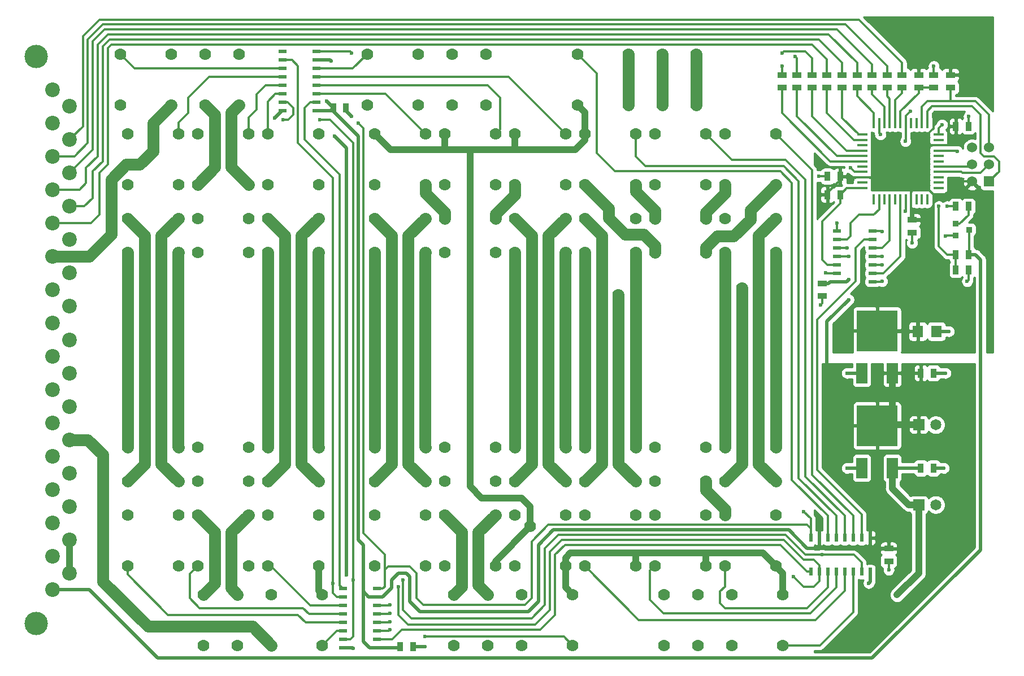
<source format=gtl>
G04 #@! TF.GenerationSoftware,KiCad,Pcbnew,(5.1.5)-3*
G04 #@! TF.CreationDate,2021-08-30T19:46:45+02:00*
G04 #@! TF.ProjectId,zs8,7a73382e-6b69-4636-9164-5f7063625858,0421 - A*
G04 #@! TF.SameCoordinates,Original*
G04 #@! TF.FileFunction,Copper,L1,Top*
G04 #@! TF.FilePolarity,Positive*
%FSLAX46Y46*%
G04 Gerber Fmt 4.6, Leading zero omitted, Abs format (unit mm)*
G04 Created by KiCad (PCBNEW (5.1.5)-3) date 2021-08-30 19:46:45*
%MOMM*%
%LPD*%
G04 APERTURE LIST*
%ADD10C,3.500120*%
%ADD11C,2.199640*%
%ADD12C,1.778000*%
%ADD13R,0.889000X1.397000*%
%ADD14R,1.397000X0.889000*%
%ADD15R,1.600200X1.803400*%
%ADD16R,1.651000X1.651000*%
%ADD17C,1.651000*%
%ADD18R,1.524000X1.524000*%
%ADD19C,1.524000*%
%ADD20R,0.914400X0.914400*%
%ADD21R,0.406400X1.524000*%
%ADD22R,1.524000X0.406400*%
%ADD23R,0.508000X1.143000*%
%ADD24R,1.143000X0.508000*%
%ADD25R,1.651000X3.048000*%
%ADD26R,6.096000X6.096000*%
%ADD27C,0.600000*%
%ADD28C,0.304800*%
%ADD29C,0.508000*%
%ADD30C,1.016000*%
%ADD31C,1.778000*%
%ADD32C,0.254000*%
G04 APERTURE END LIST*
D10*
X94998740Y-142501820D03*
D11*
X97500640Y-62499440D03*
X97498100Y-102499360D03*
X97498100Y-107500620D03*
X97498100Y-117500600D03*
X97498100Y-112499340D03*
X97498100Y-132499300D03*
X97498100Y-137500560D03*
X97498100Y-127500580D03*
X97498100Y-122499320D03*
X97498100Y-82499400D03*
X97498100Y-87500660D03*
X97498100Y-97500640D03*
X97498100Y-92499380D03*
X97498100Y-72499420D03*
X97498100Y-77500680D03*
X97498100Y-67500700D03*
X100000000Y-65001340D03*
X100000000Y-75001320D03*
X100000000Y-70000060D03*
X100000000Y-90000020D03*
X100000000Y-95001280D03*
X100000000Y-85001300D03*
X100000000Y-80000040D03*
X100000000Y-119999960D03*
X100000000Y-125001220D03*
X100000000Y-135001200D03*
X100000000Y-129999940D03*
X100000000Y-109999980D03*
X100000000Y-115001240D03*
X100000000Y-105001260D03*
X100000000Y-100000000D03*
D10*
X94998740Y-57500720D03*
D12*
X107610000Y-64810000D03*
X107610000Y-57190000D03*
X115230000Y-64810000D03*
X120310000Y-64810000D03*
X125390000Y-64810000D03*
X115230000Y-57190000D03*
X120310000Y-57190000D03*
X125390000Y-57190000D03*
X119190000Y-69110000D03*
X126810000Y-69110000D03*
X119190000Y-76730000D03*
X119190000Y-81810000D03*
X119190000Y-86890000D03*
X126810000Y-76730000D03*
X126810000Y-81810000D03*
X126810000Y-86890000D03*
X129690000Y-69110000D03*
X137310000Y-69110000D03*
X129690000Y-76730000D03*
X129690000Y-81810000D03*
X129690000Y-86890000D03*
X137310000Y-76730000D03*
X137310000Y-81810000D03*
X137310000Y-86890000D03*
X108690000Y-69110000D03*
X116310000Y-69110000D03*
X108690000Y-76730000D03*
X108690000Y-81810000D03*
X108690000Y-86890000D03*
X116310000Y-76730000D03*
X116310000Y-81810000D03*
X116310000Y-86890000D03*
X144610000Y-64810000D03*
X144610000Y-57190000D03*
X152230000Y-64810000D03*
X157310000Y-64810000D03*
X162390000Y-64810000D03*
X152230000Y-57190000D03*
X157310000Y-57190000D03*
X162390000Y-57190000D03*
X156190000Y-69110000D03*
X163810000Y-69110000D03*
X156190000Y-76730000D03*
X156190000Y-81810000D03*
X156190000Y-86890000D03*
X163810000Y-76730000D03*
X163810000Y-81810000D03*
X163810000Y-86890000D03*
X166690000Y-69110000D03*
X174310000Y-69110000D03*
X166690000Y-76730000D03*
X166690000Y-81810000D03*
X166690000Y-86890000D03*
X174310000Y-76730000D03*
X174310000Y-81810000D03*
X174310000Y-86890000D03*
X145690000Y-69110000D03*
X153310000Y-69110000D03*
X145690000Y-76730000D03*
X145690000Y-81810000D03*
X145690000Y-86890000D03*
X153310000Y-76730000D03*
X153310000Y-81810000D03*
X153310000Y-86890000D03*
X176110000Y-64810000D03*
X176110000Y-57190000D03*
X183730000Y-64810000D03*
X188810000Y-64810000D03*
X193890000Y-64810000D03*
X183730000Y-57190000D03*
X188810000Y-57190000D03*
X193890000Y-57190000D03*
X187690000Y-69110000D03*
X195310000Y-69110000D03*
X187690000Y-76730000D03*
X187690000Y-81810000D03*
X187690000Y-86890000D03*
X195310000Y-76730000D03*
X195310000Y-81810000D03*
X195310000Y-86890000D03*
X198190000Y-69110000D03*
X205810000Y-69110000D03*
X198190000Y-76730000D03*
X198190000Y-81810000D03*
X198190000Y-86890000D03*
X205810000Y-76730000D03*
X205810000Y-81810000D03*
X205810000Y-86890000D03*
X177190000Y-69110000D03*
X184810000Y-69110000D03*
X177190000Y-76730000D03*
X177190000Y-81810000D03*
X177190000Y-86890000D03*
X184810000Y-76730000D03*
X184810000Y-81810000D03*
X184810000Y-86890000D03*
X137890000Y-138190000D03*
X137890000Y-145810000D03*
X130270000Y-138190000D03*
X125190000Y-138190000D03*
X120110000Y-138190000D03*
X130270000Y-145810000D03*
X125190000Y-145810000D03*
X120110000Y-145810000D03*
X126810000Y-133890000D03*
X119190000Y-133890000D03*
X126810000Y-126270000D03*
X126810000Y-121190000D03*
X126810000Y-116110000D03*
X119190000Y-126270000D03*
X119190000Y-121190000D03*
X119190000Y-116110000D03*
X116310000Y-133890000D03*
X108690000Y-133890000D03*
X116310000Y-126270000D03*
X116310000Y-121190000D03*
X116310000Y-116110000D03*
X108690000Y-126270000D03*
X108690000Y-121190000D03*
X108690000Y-116110000D03*
X137310000Y-133890000D03*
X129690000Y-133890000D03*
X137310000Y-126270000D03*
X137310000Y-121190000D03*
X137310000Y-116110000D03*
X129690000Y-126270000D03*
X129690000Y-121190000D03*
X129690000Y-116110000D03*
X175390000Y-138190000D03*
X175390000Y-145810000D03*
X167770000Y-138190000D03*
X162690000Y-138190000D03*
X157610000Y-138190000D03*
X167770000Y-145810000D03*
X162690000Y-145810000D03*
X157610000Y-145810000D03*
X163810000Y-133890000D03*
X156190000Y-133890000D03*
X163810000Y-126270000D03*
X163810000Y-121190000D03*
X163810000Y-116110000D03*
X156190000Y-126270000D03*
X156190000Y-121190000D03*
X156190000Y-116110000D03*
X153310000Y-133890000D03*
X145690000Y-133890000D03*
X153310000Y-126270000D03*
X153310000Y-121190000D03*
X153310000Y-116110000D03*
X145690000Y-126270000D03*
X145690000Y-121190000D03*
X145690000Y-116110000D03*
X174310000Y-133890000D03*
X166690000Y-133890000D03*
X174310000Y-126270000D03*
X174310000Y-121190000D03*
X174310000Y-116110000D03*
X166690000Y-126270000D03*
X166690000Y-121190000D03*
X166690000Y-116110000D03*
X206890000Y-138190000D03*
X206890000Y-145810000D03*
X199270000Y-138190000D03*
X194190000Y-138190000D03*
X189110000Y-138190000D03*
X199270000Y-145810000D03*
X194190000Y-145810000D03*
X189110000Y-145810000D03*
X195310000Y-133890000D03*
X187690000Y-133890000D03*
X195310000Y-126270000D03*
X195310000Y-121190000D03*
X195310000Y-116110000D03*
X187690000Y-126270000D03*
X187690000Y-121190000D03*
X187690000Y-116110000D03*
X184810000Y-133890000D03*
X177190000Y-133890000D03*
X184810000Y-126270000D03*
X184810000Y-121190000D03*
X184810000Y-116110000D03*
X177190000Y-126270000D03*
X177190000Y-121190000D03*
X177190000Y-116110000D03*
X205810000Y-133890000D03*
X198190000Y-133890000D03*
X205810000Y-126270000D03*
X205810000Y-121190000D03*
X205810000Y-116110000D03*
X198190000Y-126270000D03*
X198190000Y-121190000D03*
X198190000Y-116110000D03*
D13*
X227547500Y-119250000D03*
X229452500Y-119250000D03*
D14*
X229500000Y-62202500D03*
X229500000Y-60297500D03*
D13*
X215452500Y-75500000D03*
X213547500Y-75500000D03*
D14*
X226250000Y-82047500D03*
X226250000Y-83952500D03*
D13*
X232797500Y-68000000D03*
X234702500Y-68000000D03*
D14*
X212750000Y-91547500D03*
X212750000Y-93452500D03*
D13*
X227547500Y-105000000D03*
X229452500Y-105000000D03*
D15*
X227103000Y-98750000D03*
X229897000Y-98750000D03*
D16*
X227230000Y-124750000D03*
D17*
X229770000Y-124750000D03*
D16*
X227230000Y-112750000D03*
D17*
X229770000Y-112750000D03*
D18*
X237770000Y-76290000D03*
D19*
X235230000Y-76290000D03*
X237770000Y-73750000D03*
X235230000Y-73750000D03*
X237770000Y-71210000D03*
X235230000Y-71210000D03*
D14*
X227250000Y-60297500D03*
X227250000Y-62202500D03*
D20*
X232734000Y-84389000D03*
X232734000Y-82611000D03*
X234766000Y-83500000D03*
D13*
X234702500Y-80000000D03*
X232797500Y-80000000D03*
X234702500Y-87250000D03*
X232797500Y-87250000D03*
X232797500Y-89500000D03*
X234702500Y-89500000D03*
D14*
X232000000Y-60297500D03*
X232000000Y-62202500D03*
D21*
X224500000Y-67535000D03*
X223699900Y-67535000D03*
X222899800Y-67535000D03*
X222099700Y-67535000D03*
X221299600Y-67535000D03*
X220499500Y-67535000D03*
X225300100Y-67535000D03*
X226100200Y-67535000D03*
X226900300Y-67535000D03*
X227700400Y-67535000D03*
X228500500Y-67535000D03*
X224500000Y-78965000D03*
X223699900Y-78965000D03*
X222899800Y-78965000D03*
X222099700Y-78965000D03*
X221299600Y-78965000D03*
X220499500Y-78965000D03*
X225300100Y-78965000D03*
X226100200Y-78965000D03*
X226900300Y-78965000D03*
X227700400Y-78965000D03*
X228500500Y-78965000D03*
D22*
X218785000Y-73250000D03*
X230215000Y-73250000D03*
X218785000Y-74050100D03*
X230215000Y-74050100D03*
X230215000Y-74850200D03*
X218785000Y-74850200D03*
X218785000Y-75650300D03*
X230215000Y-75650300D03*
X230215000Y-76450400D03*
X218785000Y-76450400D03*
X218785000Y-77250500D03*
X230215000Y-77250500D03*
X230215000Y-72449900D03*
X218785000Y-72449900D03*
X218785000Y-71649800D03*
X230215000Y-71649800D03*
X230215000Y-70849700D03*
X218785000Y-70849700D03*
X218785000Y-70049600D03*
X230215000Y-70049600D03*
X230215000Y-69249500D03*
X218785000Y-69249500D03*
D23*
X219945000Y-129710000D03*
X218675000Y-129710000D03*
X217405000Y-129710000D03*
X216135000Y-129710000D03*
X214865000Y-129710000D03*
X213595000Y-129710000D03*
X212325000Y-129710000D03*
X211055000Y-129710000D03*
X211055000Y-134790000D03*
X212325000Y-134790000D03*
X213595000Y-134790000D03*
X214865000Y-134790000D03*
X216135000Y-134790000D03*
X217405000Y-134790000D03*
X218675000Y-134790000D03*
X219945000Y-134790000D03*
D24*
X146040000Y-146195000D03*
X146040000Y-144925000D03*
X146040000Y-143655000D03*
X146040000Y-142385000D03*
X146040000Y-141115000D03*
X146040000Y-139845000D03*
X146040000Y-138575000D03*
X146040000Y-137305000D03*
X140960000Y-137305000D03*
X140960000Y-138575000D03*
X140960000Y-139845000D03*
X140960000Y-141115000D03*
X140960000Y-142385000D03*
X140960000Y-143655000D03*
X140960000Y-144925000D03*
X140960000Y-146195000D03*
X137040000Y-65695000D03*
X137040000Y-64425000D03*
X137040000Y-63155000D03*
X137040000Y-61885000D03*
X137040000Y-60615000D03*
X137040000Y-59345000D03*
X137040000Y-58075000D03*
X137040000Y-56805000D03*
X131960000Y-56805000D03*
X131960000Y-58075000D03*
X131960000Y-59345000D03*
X131960000Y-60615000D03*
X131960000Y-61885000D03*
X131960000Y-63155000D03*
X131960000Y-64425000D03*
X131960000Y-65695000D03*
D25*
X218714000Y-119250000D03*
D26*
X221000000Y-112900000D03*
D25*
X223286000Y-119250000D03*
D24*
X220294000Y-91310000D03*
X220294000Y-90040000D03*
X220294000Y-88770000D03*
X220294000Y-87500000D03*
X220294000Y-86230000D03*
X220294000Y-84960000D03*
X220294000Y-83690000D03*
X214960000Y-83690000D03*
X214960000Y-84960000D03*
X214960000Y-86230000D03*
X214960000Y-87500000D03*
X214960000Y-88770000D03*
X214960000Y-90040000D03*
X214960000Y-91310000D03*
D13*
X213547500Y-78250000D03*
X215452500Y-78250000D03*
D14*
X213500000Y-62202500D03*
X213500000Y-60297500D03*
X215750000Y-62202500D03*
X215750000Y-60297500D03*
X218000000Y-62202500D03*
X218000000Y-60297500D03*
X220250000Y-62202500D03*
X220250000Y-60297500D03*
X222500000Y-62202500D03*
X222500000Y-60297500D03*
X224750000Y-62202500D03*
X224750000Y-60297500D03*
X211250000Y-62202500D03*
X211250000Y-60297500D03*
X209000000Y-62202500D03*
X209000000Y-60297500D03*
X206750000Y-62202500D03*
X206750000Y-60297500D03*
X222750000Y-131297500D03*
X222750000Y-133202500D03*
D13*
X149547500Y-146000000D03*
X151452500Y-146000000D03*
X139547500Y-65250000D03*
X141452500Y-65250000D03*
D25*
X218714000Y-105000000D03*
D26*
X221000000Y-98650000D03*
D25*
X223286000Y-105000000D03*
D27*
X234500000Y-91250000D03*
X222750000Y-134500000D03*
X212500000Y-94750000D03*
X233000000Y-71750000D03*
X225250000Y-80750000D03*
X231000000Y-119250000D03*
X216500000Y-119250000D03*
X216500000Y-105000000D03*
X231750000Y-98750000D03*
X231250000Y-105000000D03*
X225250000Y-70250000D03*
X231250000Y-84500000D03*
X212250000Y-75500000D03*
X217000000Y-74250000D03*
X226000000Y-65750000D03*
X226250000Y-85500000D03*
X234750000Y-66500000D03*
X229500000Y-59000000D03*
X221750000Y-91250000D03*
X213250000Y-90000000D03*
X216500000Y-86250000D03*
X221750000Y-83750000D03*
X221750000Y-87500000D03*
X142250000Y-66500000D03*
X141500000Y-135250000D03*
X139750000Y-69500000D03*
X219750000Y-136500000D03*
X130750000Y-66750000D03*
X142500000Y-146250000D03*
X153250000Y-146000000D03*
X232750000Y-66250000D03*
X233750000Y-63250000D03*
X216750000Y-91000000D03*
X216750000Y-94000000D03*
X139250000Y-58250000D03*
X138500000Y-64250000D03*
X230750000Y-67750000D03*
X231500000Y-80000000D03*
X221500000Y-69250000D03*
X230250000Y-80000000D03*
D12*
X166750000Y-102500000D03*
X129750000Y-102500000D03*
X171750000Y-107500000D03*
X134750000Y-107500000D03*
D27*
X206750000Y-57000000D03*
X206750000Y-59000000D03*
D12*
X182250000Y-93250000D03*
X150750000Y-97500000D03*
X113750000Y-97500000D03*
X145750000Y-92500000D03*
X108750000Y-92500000D03*
X148250000Y-95000000D03*
X111250000Y-95000000D03*
D27*
X208750000Y-57500000D03*
D12*
X174250000Y-110000000D03*
X137250000Y-110000000D03*
X200750000Y-92250000D03*
X169250000Y-105000000D03*
X132250000Y-105000000D03*
X153250000Y-100000000D03*
X116250000Y-100000000D03*
D27*
X224000000Y-138250000D03*
D12*
X169000000Y-128000000D03*
D27*
X148000000Y-143500000D03*
X153250000Y-144500000D03*
X148000000Y-141000000D03*
X148000000Y-139750000D03*
X148000000Y-142250000D03*
X210000000Y-125750000D03*
X216750000Y-87500000D03*
X142250000Y-57000000D03*
X143250000Y-67500000D03*
X208500000Y-135500000D03*
X215000000Y-82500000D03*
X139500000Y-136500000D03*
X149250000Y-137000000D03*
X212750000Y-132250000D03*
X221750000Y-88750000D03*
X142500000Y-136000000D03*
X150000000Y-136000000D03*
X137500000Y-67000000D03*
X132000000Y-67000000D03*
D28*
X234702500Y-89500000D02*
X234702500Y-91047500D01*
X234702500Y-91047500D02*
X234500000Y-91250000D01*
X222750000Y-133202500D02*
X222750000Y-134500000D01*
X212750000Y-93452500D02*
X212750000Y-94500000D01*
X212750000Y-94500000D02*
X212500000Y-94750000D01*
X230215000Y-71649800D02*
X232899800Y-71649800D01*
X232899800Y-71649800D02*
X233000000Y-71750000D01*
X225300100Y-78965000D02*
X225300100Y-80699900D01*
X225300100Y-80699900D02*
X225250000Y-80750000D01*
D29*
X229452500Y-119250000D02*
X231000000Y-119250000D01*
X218714000Y-119250000D02*
X216500000Y-119250000D01*
X218714000Y-105000000D02*
X216500000Y-105000000D01*
X229897000Y-98750000D02*
X231750000Y-98750000D01*
X229452500Y-105000000D02*
X231250000Y-105000000D01*
D28*
X225300100Y-67535000D02*
X225300100Y-70199900D01*
X225300100Y-70199900D02*
X225250000Y-70250000D01*
X232734000Y-84389000D02*
X231361000Y-84389000D01*
X231361000Y-84389000D02*
X231250000Y-84500000D01*
X213547500Y-75500000D02*
X212250000Y-75500000D01*
X218785000Y-74850200D02*
X217600200Y-74850200D01*
X217600200Y-74850200D02*
X217000000Y-74250000D01*
X225300100Y-67535000D02*
X225300100Y-66449900D01*
X225300100Y-66449900D02*
X226000000Y-65750000D01*
X226250000Y-83952500D02*
X226250000Y-85500000D01*
X234702500Y-68000000D02*
X234702500Y-66547500D01*
X234702500Y-66547500D02*
X234750000Y-66500000D01*
X229500000Y-60297500D02*
X229500000Y-59000000D01*
X220294000Y-91310000D02*
X221690000Y-91310000D01*
X221690000Y-91310000D02*
X221750000Y-91250000D01*
X214960000Y-90040000D02*
X213290000Y-90040000D01*
X213290000Y-90040000D02*
X213250000Y-90000000D01*
X214960000Y-86230000D02*
X216480000Y-86230000D01*
X216480000Y-86230000D02*
X216500000Y-86250000D01*
X220294000Y-83690000D02*
X221690000Y-83690000D01*
X221690000Y-83690000D02*
X221750000Y-83750000D01*
X220294000Y-87500000D02*
X221750000Y-87500000D01*
D29*
X141452500Y-65702500D02*
X142250000Y-66500000D01*
X141500000Y-71250000D02*
X141500000Y-135250000D01*
X139750000Y-69500000D02*
X141500000Y-71250000D01*
X219945000Y-134790000D02*
X219945000Y-136305000D01*
X219945000Y-136305000D02*
X219750000Y-136500000D01*
X141452500Y-65250000D02*
X141452500Y-65702500D01*
X131960000Y-65695000D02*
X131805000Y-65695000D01*
X131805000Y-65695000D02*
X130750000Y-66750000D01*
X140960000Y-146195000D02*
X142445000Y-146195000D01*
X142445000Y-146195000D02*
X142500000Y-146250000D01*
X151452500Y-146000000D02*
X153250000Y-146000000D01*
D30*
X100000000Y-129999940D02*
X100000000Y-135001200D01*
D31*
X119190000Y-76730000D02*
X121750000Y-74170000D01*
X121750000Y-66250000D02*
X120310000Y-64810000D01*
X121750000Y-74170000D02*
X121750000Y-66250000D01*
X125390000Y-64810000D02*
X124250000Y-65950000D01*
X124250000Y-74170000D02*
X126810000Y-76730000D01*
X124250000Y-65950000D02*
X124250000Y-74170000D01*
X156190000Y-81810000D02*
X156190000Y-80940000D01*
X156190000Y-80940000D02*
X153310000Y-78060000D01*
X153310000Y-78060000D02*
X153310000Y-76730000D01*
X163810000Y-81810000D02*
X163810000Y-81190000D01*
X163810000Y-81190000D02*
X166690000Y-78310000D01*
X166690000Y-78310000D02*
X166690000Y-76730000D01*
X188810000Y-57190000D02*
X188810000Y-64810000D01*
X193890000Y-57190000D02*
X193890000Y-64810000D01*
X187690000Y-81810000D02*
X187690000Y-80690000D01*
X184810000Y-77810000D02*
X184810000Y-76730000D01*
X187690000Y-80690000D02*
X184810000Y-77810000D01*
X187690000Y-86890000D02*
X187690000Y-85940000D01*
X180750000Y-80290000D02*
X177190000Y-76730000D01*
X180750000Y-81750000D02*
X180750000Y-80290000D01*
X183250000Y-84250000D02*
X180750000Y-81750000D01*
X186000000Y-84250000D02*
X183250000Y-84250000D01*
X187690000Y-85940000D02*
X186000000Y-84250000D01*
X195310000Y-81810000D02*
X195310000Y-80940000D01*
X195310000Y-80940000D02*
X198190000Y-78060000D01*
X198190000Y-78060000D02*
X198190000Y-76730000D01*
X195310000Y-86890000D02*
X195310000Y-86190000D01*
X195310000Y-86190000D02*
X197000000Y-84500000D01*
X197000000Y-84500000D02*
X199500000Y-84500000D01*
X199500000Y-84500000D02*
X202000000Y-82000000D01*
X202000000Y-82000000D02*
X202000000Y-80540000D01*
X202000000Y-80540000D02*
X205810000Y-76730000D01*
X125190000Y-138190000D02*
X124250000Y-137250000D01*
X124250000Y-128830000D02*
X126810000Y-126270000D01*
X124250000Y-137250000D02*
X124250000Y-128830000D01*
X120110000Y-138190000D02*
X121750000Y-136550000D01*
X121750000Y-128830000D02*
X119190000Y-126270000D01*
X121750000Y-136550000D02*
X121750000Y-128830000D01*
X162690000Y-138190000D02*
X161250000Y-136750000D01*
X161250000Y-128830000D02*
X163810000Y-126270000D01*
X161250000Y-136750000D02*
X161250000Y-128830000D01*
X156190000Y-126270000D02*
X158750000Y-128830000D01*
X158750000Y-137050000D02*
X157610000Y-138190000D01*
X158750000Y-128830000D02*
X158750000Y-137050000D01*
X195310000Y-121190000D02*
X195310000Y-122560000D01*
X195310000Y-122560000D02*
X198190000Y-125440000D01*
X198190000Y-125440000D02*
X198190000Y-126270000D01*
D28*
X229500000Y-62202500D02*
X227250000Y-62202500D01*
X224500000Y-67535000D02*
X224500000Y-65750000D01*
X227250000Y-63000000D02*
X227250000Y-62202500D01*
X224500000Y-65750000D02*
X227250000Y-63000000D01*
X230250000Y-78750000D02*
X230000000Y-78750000D01*
X228500000Y-77250000D02*
X226100200Y-77250000D01*
X230000000Y-78750000D02*
X228500000Y-77250000D01*
X227400300Y-70849700D02*
X227400300Y-70349700D01*
X230250000Y-66250000D02*
X232750000Y-66250000D01*
X229500000Y-67000000D02*
X230250000Y-66250000D01*
X229500000Y-68250000D02*
X229500000Y-67000000D01*
X227400300Y-70349700D02*
X229500000Y-68250000D01*
X235230000Y-76290000D02*
X233960000Y-76290000D01*
X229500000Y-80345000D02*
X227797500Y-82047500D01*
X229500000Y-79500000D02*
X229500000Y-80345000D01*
X230250000Y-78750000D02*
X229500000Y-79500000D01*
X231500000Y-78750000D02*
X230250000Y-78750000D01*
X233960000Y-76290000D02*
X231500000Y-78750000D01*
X227797500Y-82047500D02*
X226250000Y-82047500D01*
X232000000Y-60297500D02*
X232000000Y-58500000D01*
X227250000Y-58500000D02*
X227250000Y-60297500D01*
X227750000Y-58000000D02*
X227250000Y-58500000D01*
X231500000Y-58000000D02*
X227750000Y-58000000D01*
X232000000Y-58500000D02*
X231500000Y-58000000D01*
X232797500Y-68000000D02*
X232797500Y-66297500D01*
X232797500Y-66297500D02*
X232750000Y-66250000D01*
X233547500Y-60297500D02*
X232000000Y-60297500D01*
X233750000Y-63250000D02*
X233750000Y-60500000D01*
X233750000Y-60500000D02*
X233547500Y-60297500D01*
X230215000Y-70849700D02*
X227400300Y-70849700D01*
X226100200Y-72149800D02*
X226100200Y-77250000D01*
X227400300Y-70849700D02*
X226100200Y-72149800D01*
X226100200Y-77250000D02*
X226100200Y-78965000D01*
X226100200Y-78965000D02*
X226100200Y-77350200D01*
X226100200Y-77350200D02*
X224400300Y-75650300D01*
X224400300Y-75650300D02*
X218785000Y-75650300D01*
D29*
X227103000Y-98750000D02*
X227103000Y-89897000D01*
X227797500Y-82047500D02*
X226250000Y-82047500D01*
X228250000Y-82500000D02*
X227797500Y-82047500D01*
X228250000Y-88750000D02*
X228250000Y-82500000D01*
X227103000Y-89897000D02*
X228250000Y-88750000D01*
X227103000Y-98750000D02*
X221100000Y-98750000D01*
X221100000Y-98750000D02*
X221000000Y-98650000D01*
D28*
X215452500Y-75500000D02*
X215452500Y-76047500D01*
X215452500Y-76047500D02*
X213547500Y-77952500D01*
X213547500Y-77952500D02*
X213547500Y-78250000D01*
X218785000Y-75650300D02*
X215602800Y-75650300D01*
X215602800Y-75650300D02*
X215452500Y-75500000D01*
X226100200Y-78965000D02*
X226100200Y-81897700D01*
X226100200Y-81897700D02*
X226250000Y-82047500D01*
X230215000Y-70849700D02*
X231900300Y-70849700D01*
X232797500Y-69952500D02*
X232797500Y-68000000D01*
X231900300Y-70849700D02*
X232797500Y-69952500D01*
D30*
X223286000Y-105000000D02*
X223286000Y-110614000D01*
X223286000Y-110614000D02*
X221000000Y-112900000D01*
D29*
X227547500Y-105000000D02*
X223286000Y-105000000D01*
D30*
X227230000Y-112750000D02*
X221150000Y-112750000D01*
X221150000Y-112750000D02*
X221000000Y-112900000D01*
D29*
X221000000Y-112900000D02*
X213500000Y-112900000D01*
X213500000Y-112900000D02*
X213500000Y-113000000D01*
X214960000Y-91310000D02*
X213940000Y-91310000D01*
X213702500Y-91547500D02*
X212750000Y-91547500D01*
X213940000Y-91310000D02*
X213702500Y-91547500D01*
X219945000Y-129710000D02*
X219945000Y-125445000D01*
X216440000Y-91310000D02*
X214960000Y-91310000D01*
X216750000Y-91000000D02*
X216440000Y-91310000D01*
X213500000Y-97250000D02*
X216750000Y-94000000D01*
X213500000Y-119000000D02*
X213500000Y-113000000D01*
X213500000Y-113000000D02*
X213500000Y-97250000D01*
X219945000Y-125445000D02*
X213500000Y-119000000D01*
X219500000Y-131250000D02*
X222702500Y-131250000D01*
X222702500Y-131250000D02*
X222750000Y-131297500D01*
X212325000Y-129710000D02*
X212325000Y-131250000D01*
X212325000Y-131250000D02*
X212250000Y-131250000D01*
X211750000Y-131250000D02*
X212250000Y-131250000D01*
X212250000Y-131250000D02*
X219500000Y-131250000D01*
X219945000Y-130805000D02*
X219945000Y-129710000D01*
X219500000Y-131250000D02*
X219945000Y-130805000D01*
X139075000Y-58075000D02*
X139250000Y-58250000D01*
X137040000Y-58075000D02*
X139075000Y-58075000D01*
X138547500Y-64250000D02*
X139547500Y-65250000D01*
X138500000Y-64250000D02*
X138547500Y-64250000D01*
X137040000Y-65695000D02*
X139102500Y-65695000D01*
X139102500Y-65695000D02*
X139547500Y-65250000D01*
X146040000Y-146195000D02*
X149352500Y-146195000D01*
X149352500Y-146195000D02*
X149547500Y-146000000D01*
X146040000Y-146195000D02*
X144945000Y-146195000D01*
X144000000Y-145250000D02*
X144000000Y-137750000D01*
X144945000Y-146195000D02*
X144000000Y-145250000D01*
X175000000Y-128500000D02*
X172500000Y-128500000D01*
X149250000Y-135000000D02*
X148250000Y-136000000D01*
X150500000Y-135000000D02*
X149250000Y-135000000D01*
X151000000Y-135500000D02*
X150500000Y-135000000D01*
X151000000Y-139250000D02*
X151000000Y-135500000D01*
X152500000Y-140750000D02*
X151000000Y-139250000D01*
X168750000Y-140750000D02*
X152500000Y-140750000D01*
X170250000Y-139250000D02*
X168750000Y-140750000D01*
X170250000Y-130750000D02*
X170250000Y-139250000D01*
X172500000Y-128500000D02*
X170250000Y-130750000D01*
X146040000Y-138575000D02*
X144825000Y-138575000D01*
X143250000Y-69500000D02*
X139445000Y-65695000D01*
X143250000Y-130000000D02*
X143250000Y-69500000D01*
X144000000Y-130750000D02*
X143250000Y-130000000D01*
X144000000Y-137750000D02*
X144000000Y-130750000D01*
X144825000Y-138575000D02*
X144000000Y-137750000D01*
X139445000Y-65695000D02*
X137040000Y-65695000D01*
X146925000Y-138575000D02*
X146040000Y-138575000D01*
X148250000Y-137250000D02*
X146925000Y-138575000D01*
X148250000Y-136000000D02*
X148250000Y-137250000D01*
X207750000Y-128500000D02*
X175000000Y-128500000D01*
X210500000Y-131250000D02*
X207750000Y-128500000D01*
X211750000Y-131250000D02*
X210500000Y-131250000D01*
D28*
X237770000Y-76290000D02*
X239250000Y-74810000D01*
X228500500Y-65749500D02*
X228500500Y-67535000D01*
X229250000Y-65000000D02*
X228500500Y-65749500D01*
X235250000Y-65000000D02*
X229250000Y-65000000D01*
X236500000Y-66250000D02*
X235250000Y-65000000D01*
X236500000Y-72000000D02*
X236500000Y-66250000D01*
X237000000Y-72500000D02*
X236500000Y-72000000D01*
X238500000Y-72500000D02*
X237000000Y-72500000D01*
X239250000Y-73250000D02*
X238500000Y-72500000D01*
X239250000Y-74810000D02*
X239250000Y-73250000D01*
X230215000Y-74850200D02*
X233600200Y-74850200D01*
X236520000Y-75000000D02*
X237770000Y-73750000D01*
X233750000Y-75000000D02*
X236520000Y-75000000D01*
X233600200Y-74850200D02*
X233750000Y-75000000D01*
X230215000Y-74050100D02*
X234929900Y-74050100D01*
X234929900Y-74050100D02*
X235230000Y-73750000D01*
X232000000Y-62202500D02*
X232000000Y-64250000D01*
X237770000Y-71210000D02*
X237770000Y-66270000D01*
X227700400Y-65049600D02*
X227700400Y-67535000D01*
X228500000Y-64250000D02*
X227700400Y-65049600D01*
X235750000Y-64250000D02*
X232000000Y-64250000D01*
X232000000Y-64250000D02*
X228500000Y-64250000D01*
X237770000Y-66270000D02*
X235750000Y-64250000D01*
X232734000Y-82611000D02*
X233389000Y-82611000D01*
X234702500Y-81297500D02*
X234702500Y-80000000D01*
X233389000Y-82611000D02*
X234702500Y-81297500D01*
X232797500Y-80000000D02*
X231500000Y-80000000D01*
X230215000Y-68285000D02*
X230215000Y-69249500D01*
X230750000Y-67750000D02*
X230215000Y-68285000D01*
X232797500Y-87250000D02*
X231500000Y-87250000D01*
X221299600Y-69049600D02*
X221299600Y-67535000D01*
X221500000Y-69250000D02*
X221299600Y-69049600D01*
X230250000Y-86000000D02*
X230250000Y-80000000D01*
X231500000Y-87250000D02*
X230250000Y-86000000D01*
X232797500Y-89500000D02*
X232797500Y-87250000D01*
D31*
X198190000Y-86890000D02*
X198190000Y-116110000D01*
X166750000Y-102500000D02*
X166750000Y-116050000D01*
X166750000Y-116050000D02*
X166690000Y-116110000D01*
X166690000Y-86890000D02*
X166750000Y-86950000D01*
X166750000Y-86950000D02*
X166750000Y-102500000D01*
X129750000Y-102500000D02*
X129750000Y-116050000D01*
X129750000Y-116050000D02*
X129690000Y-116110000D01*
X129690000Y-86890000D02*
X129750000Y-86950000D01*
X129750000Y-86950000D02*
X129750000Y-102500000D01*
X205810000Y-81810000D02*
X203250000Y-84370000D01*
X203250000Y-118630000D02*
X205810000Y-121190000D01*
X203250000Y-84370000D02*
X203250000Y-118630000D01*
X171750000Y-107500000D02*
X171750000Y-118630000D01*
X171750000Y-118630000D02*
X174310000Y-121190000D01*
X174310000Y-81810000D02*
X171750000Y-84370000D01*
X171750000Y-84370000D02*
X171750000Y-107500000D01*
X134750000Y-107500000D02*
X134750000Y-118630000D01*
X134750000Y-118630000D02*
X137310000Y-121190000D01*
X137310000Y-81810000D02*
X134750000Y-84370000D01*
X134750000Y-84370000D02*
X134750000Y-107500000D01*
D28*
X211250000Y-57750000D02*
X211250000Y-60297500D01*
X210250000Y-56750000D02*
X211250000Y-57750000D01*
X207000000Y-56750000D02*
X210250000Y-56750000D01*
X206750000Y-57000000D02*
X207000000Y-56750000D01*
X206750000Y-59000000D02*
X206750000Y-60297500D01*
X211250000Y-55750000D02*
X213500000Y-58000000D01*
X213500000Y-58000000D02*
X213500000Y-60297500D01*
X97498100Y-82499400D02*
X103250600Y-82499400D01*
X106250000Y-55750000D02*
X211250000Y-55750000D01*
X105750000Y-56250000D02*
X106250000Y-55750000D01*
X105750000Y-73750000D02*
X105750000Y-56250000D01*
X104500000Y-75000000D02*
X105750000Y-73750000D01*
X104500000Y-81250000D02*
X104500000Y-75000000D01*
X103250600Y-82499400D02*
X104500000Y-81250000D01*
D31*
X182250000Y-118630000D02*
X184810000Y-121190000D01*
X182250000Y-93250000D02*
X182250000Y-118630000D01*
X150750000Y-97500000D02*
X150750000Y-118630000D01*
X150750000Y-118630000D02*
X153310000Y-121190000D01*
X153310000Y-81810000D02*
X150750000Y-84370000D01*
X150750000Y-84370000D02*
X150750000Y-97500000D01*
X113750000Y-97500000D02*
X113750000Y-118630000D01*
X113750000Y-118630000D02*
X116310000Y-121190000D01*
X116310000Y-81810000D02*
X113750000Y-84370000D01*
X113750000Y-84370000D02*
X113750000Y-97500000D01*
X177190000Y-86890000D02*
X177190000Y-116110000D01*
X145750000Y-92500000D02*
X145750000Y-116050000D01*
X145750000Y-116050000D02*
X145690000Y-116110000D01*
X145690000Y-86890000D02*
X145750000Y-86950000D01*
X145750000Y-86950000D02*
X145750000Y-92500000D01*
X108750000Y-92500000D02*
X108750000Y-116050000D01*
X108750000Y-116050000D02*
X108690000Y-116110000D01*
X108690000Y-86890000D02*
X108750000Y-86950000D01*
X108750000Y-86950000D02*
X108750000Y-92500000D01*
D28*
X97498100Y-72499420D02*
X100750580Y-72499420D01*
X222500000Y-59000000D02*
X222500000Y-60297500D01*
X216250000Y-52750000D02*
X222500000Y-59000000D01*
X105000000Y-52750000D02*
X216250000Y-52750000D01*
X102750000Y-55000000D02*
X105000000Y-52750000D01*
X102750000Y-70500000D02*
X102750000Y-55000000D01*
X100750580Y-72499420D02*
X102750000Y-70500000D01*
X97498100Y-77500680D02*
X101499320Y-77500680D01*
X218000000Y-58500000D02*
X218000000Y-60297500D01*
X213750000Y-54250000D02*
X218000000Y-58500000D01*
X105750000Y-54250000D02*
X213750000Y-54250000D01*
X104250000Y-55750000D02*
X105750000Y-54250000D01*
X104250000Y-72500000D02*
X104250000Y-55750000D01*
X102500000Y-74250000D02*
X104250000Y-72500000D01*
X102500000Y-76500000D02*
X102500000Y-74250000D01*
X101499320Y-77500680D02*
X102500000Y-76500000D01*
X100000000Y-75001320D02*
X103500000Y-71501320D01*
X220250000Y-58750000D02*
X220250000Y-60297500D01*
X215000000Y-53500000D02*
X220250000Y-58750000D01*
X105250000Y-53500000D02*
X215000000Y-53500000D01*
X103500000Y-55250000D02*
X105250000Y-53500000D01*
X103500000Y-71501320D02*
X103500000Y-55250000D01*
X100000000Y-75001320D02*
X100248680Y-75001320D01*
X100000000Y-70000060D02*
X102000000Y-68000060D01*
X224750000Y-58500000D02*
X224750000Y-60297500D01*
X218250000Y-52000000D02*
X224750000Y-58500000D01*
X104500000Y-52000000D02*
X218250000Y-52000000D01*
X102000000Y-54500000D02*
X104500000Y-52000000D01*
X102000000Y-68000060D02*
X102000000Y-54500000D01*
X100000000Y-70000060D02*
X100499940Y-70000060D01*
D31*
X97498100Y-87500660D02*
X102999340Y-87500660D01*
X112500000Y-67540000D02*
X115230000Y-64810000D01*
X112500000Y-71750000D02*
X112500000Y-67540000D01*
X110500000Y-73750000D02*
X112500000Y-71750000D01*
X108500000Y-73750000D02*
X110500000Y-73750000D01*
X106250000Y-76000000D02*
X108500000Y-73750000D01*
X106250000Y-84250000D02*
X106250000Y-76000000D01*
X102999340Y-87500660D02*
X106250000Y-84250000D01*
X177190000Y-81810000D02*
X179750000Y-84370000D01*
X179750000Y-118630000D02*
X177190000Y-121190000D01*
X179750000Y-84370000D02*
X179750000Y-118630000D01*
X148250000Y-95000000D02*
X148250000Y-118630000D01*
X148250000Y-118630000D02*
X145690000Y-121190000D01*
X145690000Y-81810000D02*
X148250000Y-84370000D01*
X148250000Y-84370000D02*
X148250000Y-95000000D01*
X111250000Y-95000000D02*
X111250000Y-118630000D01*
X111250000Y-118630000D02*
X108690000Y-121190000D01*
X108690000Y-81810000D02*
X111250000Y-84370000D01*
X111250000Y-84370000D02*
X111250000Y-95000000D01*
X183730000Y-57190000D02*
X183730000Y-64810000D01*
D28*
X100000000Y-80000040D02*
X102249960Y-80000040D01*
X215750000Y-58500000D02*
X215750000Y-60297500D01*
X212250000Y-55000000D02*
X215750000Y-58500000D01*
X106000000Y-55000000D02*
X212250000Y-55000000D01*
X105000000Y-56000000D02*
X106000000Y-55000000D01*
X105000000Y-73250000D02*
X105000000Y-56000000D01*
X103500000Y-74750000D02*
X105000000Y-73250000D01*
X103500000Y-78750000D02*
X103500000Y-74750000D01*
X102249960Y-80000040D02*
X103500000Y-78750000D01*
X209000000Y-57750000D02*
X209000000Y-60297500D01*
X208750000Y-57500000D02*
X209000000Y-57750000D01*
D31*
X205810000Y-86890000D02*
X205810000Y-116110000D01*
X174250000Y-110000000D02*
X174250000Y-116050000D01*
X174250000Y-116050000D02*
X174310000Y-116110000D01*
X174310000Y-86890000D02*
X174250000Y-86950000D01*
X174250000Y-86950000D02*
X174250000Y-110000000D01*
X137250000Y-110000000D02*
X137250000Y-116050000D01*
X137250000Y-116050000D02*
X137310000Y-116110000D01*
X137310000Y-86890000D02*
X137250000Y-86950000D01*
X137250000Y-86950000D02*
X137250000Y-110000000D01*
X125460000Y-143000000D02*
X127460000Y-143000000D01*
X102751240Y-115001240D02*
X105000000Y-117250000D01*
X105000000Y-117250000D02*
X105000000Y-136250000D01*
X105000000Y-136250000D02*
X111750000Y-143000000D01*
X111750000Y-143000000D02*
X125460000Y-143000000D01*
X100000000Y-115001240D02*
X102751240Y-115001240D01*
X127460000Y-143000000D02*
X130270000Y-145810000D01*
X200750000Y-118630000D02*
X198190000Y-121190000D01*
X200750000Y-92250000D02*
X200750000Y-118630000D01*
X169250000Y-105000000D02*
X169250000Y-118630000D01*
X169250000Y-118630000D02*
X166690000Y-121190000D01*
X166690000Y-81810000D02*
X169250000Y-84370000D01*
X169250000Y-84370000D02*
X169250000Y-105000000D01*
X132250000Y-105000000D02*
X132250000Y-118630000D01*
X132250000Y-118630000D02*
X129690000Y-121190000D01*
X129690000Y-81810000D02*
X132250000Y-84370000D01*
X132250000Y-84370000D02*
X132250000Y-105000000D01*
X184810000Y-86890000D02*
X184810000Y-116110000D01*
X153250000Y-100000000D02*
X153250000Y-116050000D01*
X153250000Y-116050000D02*
X153310000Y-116110000D01*
X153310000Y-86890000D02*
X153250000Y-86950000D01*
X153250000Y-86950000D02*
X153250000Y-100000000D01*
X116250000Y-100000000D02*
X116250000Y-116050000D01*
X116250000Y-116050000D02*
X116310000Y-116110000D01*
X116310000Y-86890000D02*
X116250000Y-86950000D01*
X116250000Y-86950000D02*
X116250000Y-100000000D01*
D28*
X218785000Y-70049600D02*
X217549600Y-70049600D01*
X217549600Y-70049600D02*
X213500000Y-66000000D01*
X213500000Y-66000000D02*
X213500000Y-62202500D01*
X218785000Y-69249500D02*
X218249500Y-69249500D01*
X215750000Y-66750000D02*
X215750000Y-62202500D01*
X218249500Y-69249500D02*
X215750000Y-66750000D01*
X220499500Y-67535000D02*
X220499500Y-65999500D01*
X220499500Y-65999500D02*
X218000000Y-63500000D01*
X218000000Y-63500000D02*
X218000000Y-62202500D01*
X222099700Y-67535000D02*
X222099700Y-65099700D01*
X222099700Y-65099700D02*
X220250000Y-63250000D01*
X220250000Y-63250000D02*
X220250000Y-62202500D01*
X222899800Y-67535000D02*
X222899800Y-63899800D01*
X222899800Y-63899800D02*
X222500000Y-63500000D01*
X222500000Y-63500000D02*
X222500000Y-62202500D01*
X223699900Y-67535000D02*
X223699900Y-64050100D01*
X223699900Y-64050100D02*
X224750000Y-63000000D01*
X224750000Y-63000000D02*
X224750000Y-62202500D01*
X218785000Y-71649800D02*
X216399800Y-71649800D01*
X216399800Y-71649800D02*
X211250000Y-66500000D01*
X211250000Y-66500000D02*
X211250000Y-62202500D01*
X209000000Y-66500000D02*
X209000000Y-62202500D01*
X214949900Y-72449900D02*
X209000000Y-66500000D01*
X218785000Y-72449900D02*
X214949900Y-72449900D01*
X218785000Y-73250000D02*
X214000000Y-73250000D01*
X214000000Y-73250000D02*
X206750000Y-66000000D01*
X206750000Y-66000000D02*
X206750000Y-62202500D01*
D29*
X227547500Y-119250000D02*
X223286000Y-119250000D01*
D30*
X223286000Y-119250000D02*
X223286000Y-122286000D01*
X225750000Y-124750000D02*
X227230000Y-124750000D01*
X223286000Y-122286000D02*
X225750000Y-124750000D01*
X227230000Y-135020000D02*
X227230000Y-124750000D01*
X224000000Y-138250000D02*
X227230000Y-135020000D01*
X174310000Y-133890000D02*
X174310000Y-137110000D01*
X174310000Y-137110000D02*
X175390000Y-138190000D01*
X137310000Y-133890000D02*
X137310000Y-137610000D01*
X137310000Y-137610000D02*
X137890000Y-138190000D01*
X160000000Y-71500000D02*
X160000000Y-122000000D01*
X169000000Y-125000000D02*
X169000000Y-128000000D01*
X167750000Y-123750000D02*
X169000000Y-125000000D01*
X161750000Y-123750000D02*
X167750000Y-123750000D01*
X160000000Y-122000000D02*
X161750000Y-123750000D01*
X163810000Y-133890000D02*
X163810000Y-133190000D01*
X163810000Y-133190000D02*
X169000000Y-128000000D01*
X205810000Y-133890000D02*
X203920000Y-132000000D01*
X195310000Y-133890000D02*
X195310000Y-132000000D01*
X195250000Y-132250000D02*
X195250000Y-132000000D01*
X195250000Y-132060000D02*
X195250000Y-132250000D01*
X195310000Y-132000000D02*
X195250000Y-132060000D01*
X184810000Y-133890000D02*
X184810000Y-132000000D01*
X184750000Y-132250000D02*
X184750000Y-132000000D01*
X184750000Y-132060000D02*
X184750000Y-132250000D01*
X184810000Y-132000000D02*
X184750000Y-132060000D01*
X206890000Y-138190000D02*
X206890000Y-134970000D01*
X174310000Y-137110000D02*
X175390000Y-138190000D01*
X174310000Y-132690000D02*
X174310000Y-137110000D01*
X184750000Y-132000000D02*
X175000000Y-132000000D01*
X175000000Y-132000000D02*
X174310000Y-132690000D01*
X203920000Y-132000000D02*
X195250000Y-132000000D01*
X195250000Y-132000000D02*
X184750000Y-132000000D01*
X206890000Y-134970000D02*
X203920000Y-132000000D01*
X156190000Y-69110000D02*
X156190000Y-71500000D01*
X156190000Y-71500000D02*
X156250000Y-71500000D01*
X166690000Y-69110000D02*
X166690000Y-71500000D01*
X166690000Y-71500000D02*
X166500000Y-71500000D01*
X177190000Y-69110000D02*
X177190000Y-65890000D01*
X177190000Y-65890000D02*
X176110000Y-64810000D01*
X145690000Y-69110000D02*
X148080000Y-71500000D01*
X177190000Y-70060000D02*
X177190000Y-69110000D01*
X175750000Y-71500000D02*
X177190000Y-70060000D01*
X148080000Y-71500000D02*
X156250000Y-71500000D01*
X156250000Y-71500000D02*
X160000000Y-71500000D01*
X160000000Y-71500000D02*
X166500000Y-71500000D01*
X166500000Y-71500000D02*
X175750000Y-71500000D01*
D29*
X113250000Y-147750000D02*
X219000000Y-147750000D01*
X103000560Y-137500560D02*
X113250000Y-147750000D01*
X97498100Y-137500560D02*
X103000560Y-137500560D01*
X220250000Y-147750000D02*
X236500000Y-131500000D01*
X236500000Y-131500000D02*
X236500000Y-88000000D01*
X236500000Y-88000000D02*
X235750000Y-87250000D01*
X235750000Y-87250000D02*
X234702500Y-87250000D01*
X219000000Y-147750000D02*
X220250000Y-147750000D01*
D28*
X234702500Y-87250000D02*
X234766000Y-87186500D01*
X234766000Y-87186500D02*
X234766000Y-83500000D01*
X215452500Y-78250000D02*
X215452500Y-79547500D01*
X213520000Y-88770000D02*
X214960000Y-88770000D01*
X212750000Y-88000000D02*
X213520000Y-88770000D01*
X212750000Y-82250000D02*
X212750000Y-88000000D01*
X215452500Y-79547500D02*
X212750000Y-82250000D01*
X215452500Y-78250000D02*
X216452000Y-77250500D01*
X216452000Y-77250500D02*
X218785000Y-77250500D01*
X107610000Y-57190000D02*
X109765000Y-59345000D01*
X109765000Y-59345000D02*
X131960000Y-59345000D01*
X126810000Y-69110000D02*
X126810000Y-66690000D01*
X129365000Y-61885000D02*
X131960000Y-61885000D01*
X128000000Y-63250000D02*
X129365000Y-61885000D01*
X128000000Y-65500000D02*
X128000000Y-63250000D01*
X126810000Y-66690000D02*
X128000000Y-65500000D01*
X132365000Y-61885000D02*
X131960000Y-61885000D01*
X129690000Y-69110000D02*
X129690000Y-64310000D01*
X130845000Y-63155000D02*
X131960000Y-63155000D01*
X129690000Y-64310000D02*
X130845000Y-63155000D01*
X116310000Y-69110000D02*
X116310000Y-67440000D01*
X120885000Y-60615000D02*
X131960000Y-60615000D01*
X117750000Y-63750000D02*
X120885000Y-60615000D01*
X117750000Y-66000000D02*
X117750000Y-63750000D01*
X116310000Y-67440000D02*
X117750000Y-66000000D01*
X137040000Y-59345000D02*
X142455000Y-59345000D01*
X142455000Y-59345000D02*
X144610000Y-57190000D01*
X137040000Y-61885000D02*
X162635000Y-61885000D01*
X164500000Y-68420000D02*
X163810000Y-69110000D01*
X164500000Y-63750000D02*
X164500000Y-68420000D01*
X162635000Y-61885000D02*
X164500000Y-63750000D01*
X137040000Y-60615000D02*
X165815000Y-60615000D01*
X165815000Y-60615000D02*
X174310000Y-69110000D01*
X137040000Y-63155000D02*
X147355000Y-63155000D01*
X147355000Y-63155000D02*
X153310000Y-69110000D01*
X213595000Y-129710000D02*
X213595000Y-126345000D01*
X179000000Y-60080000D02*
X176110000Y-57190000D01*
X179000000Y-72000000D02*
X179000000Y-60080000D01*
X181750000Y-74750000D02*
X179000000Y-72000000D01*
X206500000Y-74750000D02*
X181750000Y-74750000D01*
X208250000Y-76500000D02*
X206500000Y-74750000D01*
X208250000Y-121000000D02*
X208250000Y-76500000D01*
X213595000Y-126345000D02*
X208250000Y-121000000D01*
X216135000Y-129710000D02*
X216135000Y-126385000D01*
X199200000Y-73000000D02*
X195310000Y-69110000D01*
X207250000Y-73000000D02*
X199200000Y-73000000D01*
X210250000Y-76000000D02*
X207250000Y-73000000D01*
X210250000Y-120500000D02*
X210250000Y-76000000D01*
X216135000Y-126385000D02*
X210250000Y-120500000D01*
X217405000Y-129710000D02*
X217405000Y-126405000D01*
X211250000Y-74550000D02*
X205810000Y-69110000D01*
X211250000Y-120250000D02*
X211250000Y-74550000D01*
X217405000Y-126405000D02*
X211250000Y-120250000D01*
X214865000Y-129710000D02*
X214865000Y-126365000D01*
X184810000Y-72560000D02*
X184810000Y-69110000D01*
X186250000Y-74000000D02*
X184810000Y-72560000D01*
X207000000Y-74000000D02*
X186250000Y-74000000D01*
X209250000Y-76250000D02*
X207000000Y-74000000D01*
X209250000Y-120750000D02*
X209250000Y-76250000D01*
X214865000Y-126365000D02*
X209250000Y-120750000D01*
X140960000Y-143655000D02*
X140045000Y-143655000D01*
X140045000Y-143655000D02*
X137890000Y-145810000D01*
X140960000Y-141115000D02*
X135865000Y-141115000D01*
X118000000Y-135080000D02*
X119190000Y-133890000D01*
X118000000Y-138750000D02*
X118000000Y-135080000D01*
X119500000Y-140250000D02*
X118000000Y-138750000D01*
X135000000Y-140250000D02*
X119500000Y-140250000D01*
X135865000Y-141115000D02*
X135000000Y-140250000D01*
X108690000Y-133890000D02*
X108690000Y-135190000D01*
X135385000Y-142385000D02*
X140960000Y-142385000D01*
X134250000Y-141250000D02*
X135385000Y-142385000D01*
X114750000Y-141250000D02*
X134250000Y-141250000D01*
X108690000Y-135190000D02*
X114750000Y-141250000D01*
X129690000Y-133890000D02*
X130140000Y-133890000D01*
X130140000Y-133890000D02*
X136095000Y-139845000D01*
X136095000Y-139845000D02*
X140960000Y-139845000D01*
X147845000Y-143655000D02*
X148000000Y-143500000D01*
X146040000Y-143655000D02*
X147845000Y-143655000D01*
X174080000Y-144500000D02*
X175390000Y-145810000D01*
X153250000Y-144500000D02*
X174080000Y-144500000D01*
X146040000Y-141115000D02*
X147885000Y-141115000D01*
X147885000Y-141115000D02*
X148000000Y-141000000D01*
X146040000Y-139845000D02*
X147905000Y-139845000D01*
X147905000Y-139845000D02*
X148000000Y-139750000D01*
X146040000Y-142385000D02*
X147865000Y-142385000D01*
X147865000Y-142385000D02*
X148000000Y-142250000D01*
X206890000Y-145810000D02*
X212440000Y-145810000D01*
X217405000Y-140845000D02*
X217405000Y-134790000D01*
X212440000Y-145810000D02*
X217405000Y-140845000D01*
X214865000Y-134790000D02*
X214865000Y-137135000D01*
X187000000Y-134580000D02*
X187690000Y-133890000D01*
X187000000Y-139000000D02*
X187000000Y-134580000D01*
X189000000Y-141000000D02*
X187000000Y-139000000D01*
X211000000Y-141000000D02*
X189000000Y-141000000D01*
X214865000Y-137135000D02*
X211000000Y-141000000D01*
X216135000Y-134790000D02*
X216135000Y-137615000D01*
X185300000Y-142000000D02*
X177190000Y-133890000D01*
X211750000Y-142000000D02*
X185300000Y-142000000D01*
X216135000Y-137615000D02*
X211750000Y-142000000D01*
X198190000Y-133890000D02*
X198190000Y-137060000D01*
X213595000Y-137155000D02*
X213595000Y-134790000D01*
X210500000Y-140250000D02*
X213595000Y-137155000D01*
X198250000Y-140250000D02*
X210500000Y-140250000D01*
X197500000Y-139500000D02*
X198250000Y-140250000D01*
X197500000Y-137750000D02*
X197500000Y-139500000D01*
X198190000Y-137060000D02*
X197500000Y-137750000D01*
X220294000Y-90040000D02*
X221960000Y-90040000D01*
X224500000Y-87500000D02*
X224500000Y-78965000D01*
X221960000Y-90040000D02*
X224500000Y-87500000D01*
X220294000Y-86230000D02*
X221770000Y-86230000D01*
X222899800Y-85100200D02*
X222899800Y-78965000D01*
X221770000Y-86230000D02*
X222899800Y-85100200D01*
X214960000Y-84960000D02*
X216540000Y-84960000D01*
X221299600Y-80450400D02*
X221299600Y-78965000D01*
X220500000Y-81250000D02*
X221299600Y-80450400D01*
X218250000Y-81250000D02*
X220500000Y-81250000D01*
X217000000Y-82500000D02*
X218250000Y-81250000D01*
X217000000Y-84500000D02*
X217000000Y-82500000D01*
X216540000Y-84960000D02*
X217000000Y-84500000D01*
X218675000Y-129710000D02*
X218675000Y-126175000D01*
X219040000Y-84960000D02*
X220294000Y-84960000D01*
X217750000Y-86250000D02*
X219040000Y-84960000D01*
X217750000Y-91250000D02*
X217750000Y-86250000D01*
X212000000Y-97000000D02*
X217750000Y-91250000D01*
X212000000Y-119500000D02*
X212000000Y-97000000D01*
X218675000Y-126175000D02*
X212000000Y-119500000D01*
X214960000Y-87500000D02*
X216750000Y-87500000D01*
X211055000Y-126805000D02*
X211055000Y-129710000D01*
X210000000Y-125750000D02*
X211055000Y-126805000D01*
X144000000Y-127000000D02*
X144000000Y-129000000D01*
X147250000Y-132250000D02*
X147250000Y-134250000D01*
X144000000Y-129000000D02*
X147250000Y-132250000D01*
X172750000Y-127750000D02*
X171750000Y-127750000D01*
X147750000Y-134000000D02*
X147250000Y-134500000D01*
X151000000Y-134000000D02*
X147750000Y-134000000D01*
X152000000Y-135000000D02*
X151000000Y-134000000D01*
X152000000Y-138750000D02*
X152000000Y-135000000D01*
X153000000Y-139750000D02*
X152000000Y-138750000D01*
X168250000Y-139750000D02*
X153000000Y-139750000D01*
X169250000Y-138750000D02*
X168250000Y-139750000D01*
X169250000Y-130250000D02*
X169250000Y-138750000D01*
X171750000Y-127750000D02*
X169250000Y-130250000D01*
X142055000Y-56805000D02*
X137040000Y-56805000D01*
X142250000Y-57000000D02*
X142055000Y-56805000D01*
X144000000Y-68250000D02*
X143250000Y-67500000D01*
X144000000Y-127000000D02*
X144000000Y-68250000D01*
X211055000Y-129710000D02*
X211055000Y-128305000D01*
X146945000Y-137305000D02*
X146040000Y-137305000D01*
X147250000Y-134500000D02*
X147250000Y-137000000D01*
X147250000Y-137000000D02*
X146945000Y-137305000D01*
X147250000Y-134250000D02*
X147250000Y-134500000D01*
X210500000Y-127750000D02*
X172750000Y-127750000D01*
X211055000Y-128305000D02*
X210500000Y-127750000D01*
X176750000Y-130750000D02*
X174250000Y-130750000D01*
X148325000Y-144925000D02*
X146040000Y-144925000D01*
X149750000Y-143500000D02*
X148325000Y-144925000D01*
X170500000Y-143500000D02*
X149750000Y-143500000D01*
X172750000Y-141250000D02*
X170500000Y-143500000D01*
X172750000Y-132250000D02*
X172750000Y-141250000D01*
X174250000Y-130750000D02*
X172750000Y-132250000D01*
X211055000Y-134790000D02*
X210540000Y-134790000D01*
X206500000Y-130750000D02*
X176750000Y-130750000D01*
X210540000Y-134790000D02*
X206500000Y-130750000D01*
X214960000Y-83690000D02*
X214960000Y-82540000D01*
X212325000Y-136175000D02*
X212325000Y-134790000D01*
X211500000Y-137000000D02*
X212325000Y-136175000D01*
X210000000Y-137000000D02*
X211500000Y-137000000D01*
X208500000Y-135500000D02*
X210000000Y-137000000D01*
X214960000Y-82540000D02*
X215000000Y-82500000D01*
X174500000Y-130000000D02*
X173750000Y-130000000D01*
X139500000Y-136500000D02*
X139500000Y-138000000D01*
X149250000Y-141250000D02*
X149250000Y-137000000D01*
X150750000Y-142750000D02*
X149250000Y-141250000D01*
X169750000Y-142750000D02*
X150750000Y-142750000D01*
X172000000Y-140500000D02*
X169750000Y-142750000D01*
X172000000Y-131750000D02*
X172000000Y-140500000D01*
X173750000Y-130000000D02*
X172000000Y-131750000D01*
X139500000Y-75750000D02*
X134250000Y-70500000D01*
X133325000Y-58075000D02*
X134250000Y-59000000D01*
X131960000Y-58075000D02*
X133325000Y-58075000D01*
X139500000Y-75750000D02*
X139500000Y-138000000D01*
X134250000Y-70500000D02*
X134250000Y-59000000D01*
X139500000Y-138000000D02*
X140075000Y-138575000D01*
X140075000Y-138575000D02*
X140960000Y-138575000D01*
X212325000Y-134790000D02*
X212325000Y-133825000D01*
X207000000Y-130000000D02*
X174500000Y-130000000D01*
X210000000Y-133000000D02*
X207000000Y-130000000D01*
X211500000Y-133000000D02*
X210000000Y-133000000D01*
X212325000Y-133825000D02*
X211500000Y-133000000D01*
X220294000Y-88770000D02*
X221730000Y-88770000D01*
X221730000Y-88770000D02*
X221750000Y-88750000D01*
X174250000Y-129250000D02*
X173250000Y-129250000D01*
X150000000Y-140500000D02*
X150000000Y-136000000D01*
X151250000Y-141750000D02*
X150000000Y-140500000D01*
X169250000Y-141750000D02*
X151250000Y-141750000D01*
X171250000Y-139750000D02*
X169250000Y-141750000D01*
X171250000Y-131250000D02*
X171250000Y-139750000D01*
X173250000Y-129250000D02*
X171250000Y-131250000D01*
X140960000Y-144925000D02*
X142075000Y-144925000D01*
X142075000Y-144925000D02*
X142500000Y-144500000D01*
X142500000Y-144500000D02*
X142500000Y-136000000D01*
X133500000Y-66250000D02*
X133500000Y-65250000D01*
X132675000Y-64425000D02*
X133500000Y-65250000D01*
X131960000Y-64425000D02*
X132675000Y-64425000D01*
X142500000Y-136000000D02*
X142500000Y-70500000D01*
X142500000Y-70500000D02*
X139000000Y-67000000D01*
X139000000Y-67000000D02*
X137500000Y-67000000D01*
X132000000Y-67000000D02*
X132750000Y-67000000D01*
X132750000Y-67000000D02*
X133500000Y-66250000D01*
X218675000Y-134790000D02*
X218675000Y-133425000D01*
X207250000Y-129250000D02*
X174250000Y-129250000D01*
X210250000Y-132250000D02*
X207250000Y-129250000D01*
X217500000Y-132250000D02*
X212750000Y-132250000D01*
X212750000Y-132250000D02*
X210250000Y-132250000D01*
X218675000Y-133425000D02*
X217500000Y-132250000D01*
X137040000Y-64425000D02*
X136075000Y-64425000D01*
X140500000Y-136845000D02*
X140960000Y-137305000D01*
X140500000Y-75250000D02*
X140500000Y-136845000D01*
X135250000Y-70000000D02*
X140500000Y-75250000D01*
X135250000Y-65250000D02*
X135250000Y-70000000D01*
X136075000Y-64425000D02*
X135250000Y-65250000D01*
D32*
G36*
X233310428Y-75657866D02*
G01*
X233447217Y-75730982D01*
X233595643Y-75776006D01*
X233711327Y-75787400D01*
X233711336Y-75787400D01*
X233749999Y-75791208D01*
X233788662Y-75787400D01*
X233922596Y-75787400D01*
X233907244Y-75820048D01*
X233840977Y-76087135D01*
X233828090Y-76362017D01*
X233869078Y-76634133D01*
X233962364Y-76893023D01*
X234024344Y-77008980D01*
X234264435Y-77075960D01*
X235050395Y-76290000D01*
X235036253Y-76275858D01*
X235215858Y-76096253D01*
X235230000Y-76110395D01*
X235244143Y-76096253D01*
X235423748Y-76275858D01*
X235409605Y-76290000D01*
X236195565Y-77075960D01*
X236369928Y-77027317D01*
X236369928Y-77052000D01*
X236382188Y-77176482D01*
X236418498Y-77296180D01*
X236477463Y-77406494D01*
X236556815Y-77503185D01*
X236653506Y-77582537D01*
X236763820Y-77641502D01*
X236883518Y-77677812D01*
X237008000Y-77690072D01*
X238373000Y-77690072D01*
X238373000Y-101873000D01*
X237389000Y-101873000D01*
X237389000Y-88043659D01*
X237393300Y-87999999D01*
X237389000Y-87956339D01*
X237389000Y-87956333D01*
X237376136Y-87825726D01*
X237376136Y-87825724D01*
X237325302Y-87658147D01*
X237289866Y-87591852D01*
X237242753Y-87503709D01*
X237131659Y-87368341D01*
X237097741Y-87340505D01*
X236409499Y-86652263D01*
X236381659Y-86618341D01*
X236246291Y-86507247D01*
X236091851Y-86424697D01*
X235924274Y-86373864D01*
X235793667Y-86361000D01*
X235793660Y-86361000D01*
X235751527Y-86356850D01*
X235736502Y-86307320D01*
X235677537Y-86197006D01*
X235598185Y-86100315D01*
X235553400Y-86063561D01*
X235553400Y-84500723D01*
X235577694Y-84487737D01*
X235674385Y-84408385D01*
X235753737Y-84311694D01*
X235812702Y-84201380D01*
X235849012Y-84081682D01*
X235861272Y-83957200D01*
X235861272Y-83042800D01*
X235849012Y-82918318D01*
X235812702Y-82798620D01*
X235753737Y-82688306D01*
X235674385Y-82591615D01*
X235577694Y-82512263D01*
X235467380Y-82453298D01*
X235347682Y-82416988D01*
X235223200Y-82404728D01*
X234708823Y-82404728D01*
X235231934Y-81881618D01*
X235261969Y-81856969D01*
X235286619Y-81826933D01*
X235286622Y-81826930D01*
X235360366Y-81737072D01*
X235433482Y-81600283D01*
X235478506Y-81451857D01*
X235488929Y-81346028D01*
X235489900Y-81336173D01*
X235489900Y-81336165D01*
X235493708Y-81297500D01*
X235489900Y-81258835D01*
X235489900Y-81235234D01*
X235501494Y-81229037D01*
X235598185Y-81149685D01*
X235677537Y-81052994D01*
X235736502Y-80942680D01*
X235772812Y-80822982D01*
X235785072Y-80698500D01*
X235785072Y-79301500D01*
X235772812Y-79177018D01*
X235736502Y-79057320D01*
X235677537Y-78947006D01*
X235598185Y-78850315D01*
X235501494Y-78770963D01*
X235391180Y-78711998D01*
X235271482Y-78675688D01*
X235147000Y-78663428D01*
X234258000Y-78663428D01*
X234133518Y-78675688D01*
X234013820Y-78711998D01*
X233903506Y-78770963D01*
X233806815Y-78850315D01*
X233750000Y-78919544D01*
X233693185Y-78850315D01*
X233596494Y-78770963D01*
X233486180Y-78711998D01*
X233366482Y-78675688D01*
X233242000Y-78663428D01*
X232353000Y-78663428D01*
X232228518Y-78675688D01*
X232108820Y-78711998D01*
X231998506Y-78770963D01*
X231901815Y-78850315D01*
X231822463Y-78947006D01*
X231763498Y-79057320D01*
X231751547Y-79096719D01*
X231592089Y-79065000D01*
X231407911Y-79065000D01*
X231227271Y-79100932D01*
X231057111Y-79171414D01*
X230903972Y-79273738D01*
X230875000Y-79302710D01*
X230846028Y-79273738D01*
X230692889Y-79171414D01*
X230522729Y-79100932D01*
X230342089Y-79065000D01*
X230157911Y-79065000D01*
X229977271Y-79100932D01*
X229807111Y-79171414D01*
X229653972Y-79273738D01*
X229523738Y-79403972D01*
X229421414Y-79557111D01*
X229350932Y-79727271D01*
X229332736Y-79818747D01*
X229341772Y-79727000D01*
X229341772Y-78203000D01*
X229329621Y-78079621D01*
X229453000Y-78091772D01*
X230977000Y-78091772D01*
X231101482Y-78079512D01*
X231221180Y-78043202D01*
X231331494Y-77984237D01*
X231428185Y-77904885D01*
X231507537Y-77808194D01*
X231566502Y-77697880D01*
X231602812Y-77578182D01*
X231615072Y-77453700D01*
X231615072Y-77255565D01*
X234444040Y-77255565D01*
X234511020Y-77495656D01*
X234760048Y-77612756D01*
X235027135Y-77679023D01*
X235302017Y-77691910D01*
X235574133Y-77650922D01*
X235833023Y-77557636D01*
X235948980Y-77495656D01*
X236015960Y-77255565D01*
X235230000Y-76469605D01*
X234444040Y-77255565D01*
X231615072Y-77255565D01*
X231615072Y-77047300D01*
X231602812Y-76922818D01*
X231580859Y-76850450D01*
X231602812Y-76778082D01*
X231615072Y-76653600D01*
X231615072Y-76247200D01*
X231602812Y-76122718D01*
X231580859Y-76050350D01*
X231602812Y-75977982D01*
X231615072Y-75853500D01*
X231615072Y-75637600D01*
X233285734Y-75637600D01*
X233310428Y-75657866D01*
G37*
X233310428Y-75657866D02*
X233447217Y-75730982D01*
X233595643Y-75776006D01*
X233711327Y-75787400D01*
X233711336Y-75787400D01*
X233749999Y-75791208D01*
X233788662Y-75787400D01*
X233922596Y-75787400D01*
X233907244Y-75820048D01*
X233840977Y-76087135D01*
X233828090Y-76362017D01*
X233869078Y-76634133D01*
X233962364Y-76893023D01*
X234024344Y-77008980D01*
X234264435Y-77075960D01*
X235050395Y-76290000D01*
X235036253Y-76275858D01*
X235215858Y-76096253D01*
X235230000Y-76110395D01*
X235244143Y-76096253D01*
X235423748Y-76275858D01*
X235409605Y-76290000D01*
X236195565Y-77075960D01*
X236369928Y-77027317D01*
X236369928Y-77052000D01*
X236382188Y-77176482D01*
X236418498Y-77296180D01*
X236477463Y-77406494D01*
X236556815Y-77503185D01*
X236653506Y-77582537D01*
X236763820Y-77641502D01*
X236883518Y-77677812D01*
X237008000Y-77690072D01*
X238373000Y-77690072D01*
X238373000Y-101873000D01*
X237389000Y-101873000D01*
X237389000Y-88043659D01*
X237393300Y-87999999D01*
X237389000Y-87956339D01*
X237389000Y-87956333D01*
X237376136Y-87825726D01*
X237376136Y-87825724D01*
X237325302Y-87658147D01*
X237289866Y-87591852D01*
X237242753Y-87503709D01*
X237131659Y-87368341D01*
X237097741Y-87340505D01*
X236409499Y-86652263D01*
X236381659Y-86618341D01*
X236246291Y-86507247D01*
X236091851Y-86424697D01*
X235924274Y-86373864D01*
X235793667Y-86361000D01*
X235793660Y-86361000D01*
X235751527Y-86356850D01*
X235736502Y-86307320D01*
X235677537Y-86197006D01*
X235598185Y-86100315D01*
X235553400Y-86063561D01*
X235553400Y-84500723D01*
X235577694Y-84487737D01*
X235674385Y-84408385D01*
X235753737Y-84311694D01*
X235812702Y-84201380D01*
X235849012Y-84081682D01*
X235861272Y-83957200D01*
X235861272Y-83042800D01*
X235849012Y-82918318D01*
X235812702Y-82798620D01*
X235753737Y-82688306D01*
X235674385Y-82591615D01*
X235577694Y-82512263D01*
X235467380Y-82453298D01*
X235347682Y-82416988D01*
X235223200Y-82404728D01*
X234708823Y-82404728D01*
X235231934Y-81881618D01*
X235261969Y-81856969D01*
X235286619Y-81826933D01*
X235286622Y-81826930D01*
X235360366Y-81737072D01*
X235433482Y-81600283D01*
X235478506Y-81451857D01*
X235488929Y-81346028D01*
X235489900Y-81336173D01*
X235489900Y-81336165D01*
X235493708Y-81297500D01*
X235489900Y-81258835D01*
X235489900Y-81235234D01*
X235501494Y-81229037D01*
X235598185Y-81149685D01*
X235677537Y-81052994D01*
X235736502Y-80942680D01*
X235772812Y-80822982D01*
X235785072Y-80698500D01*
X235785072Y-79301500D01*
X235772812Y-79177018D01*
X235736502Y-79057320D01*
X235677537Y-78947006D01*
X235598185Y-78850315D01*
X235501494Y-78770963D01*
X235391180Y-78711998D01*
X235271482Y-78675688D01*
X235147000Y-78663428D01*
X234258000Y-78663428D01*
X234133518Y-78675688D01*
X234013820Y-78711998D01*
X233903506Y-78770963D01*
X233806815Y-78850315D01*
X233750000Y-78919544D01*
X233693185Y-78850315D01*
X233596494Y-78770963D01*
X233486180Y-78711998D01*
X233366482Y-78675688D01*
X233242000Y-78663428D01*
X232353000Y-78663428D01*
X232228518Y-78675688D01*
X232108820Y-78711998D01*
X231998506Y-78770963D01*
X231901815Y-78850315D01*
X231822463Y-78947006D01*
X231763498Y-79057320D01*
X231751547Y-79096719D01*
X231592089Y-79065000D01*
X231407911Y-79065000D01*
X231227271Y-79100932D01*
X231057111Y-79171414D01*
X230903972Y-79273738D01*
X230875000Y-79302710D01*
X230846028Y-79273738D01*
X230692889Y-79171414D01*
X230522729Y-79100932D01*
X230342089Y-79065000D01*
X230157911Y-79065000D01*
X229977271Y-79100932D01*
X229807111Y-79171414D01*
X229653972Y-79273738D01*
X229523738Y-79403972D01*
X229421414Y-79557111D01*
X229350932Y-79727271D01*
X229332736Y-79818747D01*
X229341772Y-79727000D01*
X229341772Y-78203000D01*
X229329621Y-78079621D01*
X229453000Y-78091772D01*
X230977000Y-78091772D01*
X231101482Y-78079512D01*
X231221180Y-78043202D01*
X231331494Y-77984237D01*
X231428185Y-77904885D01*
X231507537Y-77808194D01*
X231566502Y-77697880D01*
X231602812Y-77578182D01*
X231615072Y-77453700D01*
X231615072Y-77255565D01*
X234444040Y-77255565D01*
X234511020Y-77495656D01*
X234760048Y-77612756D01*
X235027135Y-77679023D01*
X235302017Y-77691910D01*
X235574133Y-77650922D01*
X235833023Y-77557636D01*
X235948980Y-77495656D01*
X236015960Y-77255565D01*
X235230000Y-76469605D01*
X234444040Y-77255565D01*
X231615072Y-77255565D01*
X231615072Y-77047300D01*
X231602812Y-76922818D01*
X231580859Y-76850450D01*
X231602812Y-76778082D01*
X231615072Y-76653600D01*
X231615072Y-76247200D01*
X231602812Y-76122718D01*
X231580859Y-76050350D01*
X231602812Y-75977982D01*
X231615072Y-75853500D01*
X231615072Y-75637600D01*
X233285734Y-75637600D01*
X233310428Y-75657866D01*
G36*
X229315000Y-79907911D02*
G01*
X229315000Y-80092089D01*
X229350932Y-80272729D01*
X229421414Y-80442889D01*
X229462601Y-80504530D01*
X229462600Y-85961337D01*
X229458792Y-86000000D01*
X229462600Y-86038663D01*
X229462600Y-86038672D01*
X229473994Y-86154356D01*
X229519018Y-86302782D01*
X229592134Y-86439571D01*
X229690531Y-86559469D01*
X229720578Y-86584128D01*
X230915877Y-87779428D01*
X230940531Y-87809469D01*
X230991054Y-87850932D01*
X231060427Y-87907866D01*
X231136448Y-87948500D01*
X231197217Y-87980982D01*
X231345643Y-88026006D01*
X231461327Y-88037400D01*
X231461337Y-88037400D01*
X231500000Y-88041208D01*
X231538663Y-88037400D01*
X231723684Y-88037400D01*
X231727188Y-88072982D01*
X231763498Y-88192680D01*
X231822463Y-88302994D01*
X231881557Y-88375000D01*
X231822463Y-88447006D01*
X231763498Y-88557320D01*
X231727188Y-88677018D01*
X231714928Y-88801500D01*
X231714928Y-90198500D01*
X231727188Y-90322982D01*
X231763498Y-90442680D01*
X231822463Y-90552994D01*
X231901815Y-90649685D01*
X231998506Y-90729037D01*
X232108820Y-90788002D01*
X232228518Y-90824312D01*
X232353000Y-90836572D01*
X233242000Y-90836572D01*
X233366482Y-90824312D01*
X233486180Y-90788002D01*
X233596494Y-90729037D01*
X233693185Y-90649685D01*
X233750000Y-90580456D01*
X233793838Y-90633872D01*
X233773738Y-90653972D01*
X233671414Y-90807111D01*
X233600932Y-90977271D01*
X233565000Y-91157911D01*
X233565000Y-91342089D01*
X233600932Y-91522729D01*
X233671414Y-91692889D01*
X233773738Y-91846028D01*
X233903972Y-91976262D01*
X234057111Y-92078586D01*
X234227271Y-92149068D01*
X234407911Y-92185000D01*
X234592089Y-92185000D01*
X234772729Y-92149068D01*
X234942889Y-92078586D01*
X235096028Y-91976262D01*
X235226262Y-91846028D01*
X235328586Y-91692889D01*
X235399068Y-91522729D01*
X235433304Y-91350616D01*
X235433482Y-91350283D01*
X235478506Y-91201857D01*
X235489900Y-91086173D01*
X235489900Y-91086164D01*
X235493708Y-91047501D01*
X235489900Y-91008838D01*
X235489900Y-90735234D01*
X235501494Y-90729037D01*
X235598185Y-90649685D01*
X235611001Y-90634069D01*
X235611001Y-101873000D01*
X224658488Y-101873000D01*
X224673812Y-101822482D01*
X224686072Y-101698000D01*
X224683797Y-99651700D01*
X225664828Y-99651700D01*
X225677088Y-99776182D01*
X225713398Y-99895880D01*
X225772363Y-100006194D01*
X225851715Y-100102885D01*
X225948406Y-100182237D01*
X226058720Y-100241202D01*
X226178418Y-100277512D01*
X226302900Y-100289772D01*
X226817250Y-100286700D01*
X226976000Y-100127950D01*
X226976000Y-98877000D01*
X225826650Y-98877000D01*
X225667900Y-99035750D01*
X225664828Y-99651700D01*
X224683797Y-99651700D01*
X224683000Y-98935750D01*
X224524250Y-98777000D01*
X221127000Y-98777000D01*
X221127000Y-98797000D01*
X220873000Y-98797000D01*
X220873000Y-98777000D01*
X217475750Y-98777000D01*
X217317000Y-98935750D01*
X217313928Y-101698000D01*
X217326188Y-101822482D01*
X217341512Y-101873000D01*
X214389000Y-101873000D01*
X214389000Y-97618235D01*
X216405235Y-95602000D01*
X217313928Y-95602000D01*
X217317000Y-98364250D01*
X217475750Y-98523000D01*
X220873000Y-98523000D01*
X220873000Y-95125750D01*
X221127000Y-95125750D01*
X221127000Y-98523000D01*
X224524250Y-98523000D01*
X224683000Y-98364250D01*
X224683573Y-97848300D01*
X225664828Y-97848300D01*
X225667900Y-98464250D01*
X225826650Y-98623000D01*
X226976000Y-98623000D01*
X226976000Y-97372050D01*
X227230000Y-97372050D01*
X227230000Y-98623000D01*
X227250000Y-98623000D01*
X227250000Y-98877000D01*
X227230000Y-98877000D01*
X227230000Y-100127950D01*
X227388750Y-100286700D01*
X227903100Y-100289772D01*
X228027582Y-100277512D01*
X228147280Y-100241202D01*
X228257594Y-100182237D01*
X228354285Y-100102885D01*
X228433637Y-100006194D01*
X228492602Y-99895880D01*
X228500000Y-99871492D01*
X228507398Y-99895880D01*
X228566363Y-100006194D01*
X228645715Y-100102885D01*
X228742406Y-100182237D01*
X228852720Y-100241202D01*
X228972418Y-100277512D01*
X229096900Y-100289772D01*
X230697100Y-100289772D01*
X230821582Y-100277512D01*
X230941280Y-100241202D01*
X231051594Y-100182237D01*
X231148285Y-100102885D01*
X231227637Y-100006194D01*
X231286602Y-99895880D01*
X231322912Y-99776182D01*
X231335172Y-99651700D01*
X231335172Y-99639000D01*
X231452964Y-99639000D01*
X231477271Y-99649068D01*
X231657911Y-99685000D01*
X231842089Y-99685000D01*
X232022729Y-99649068D01*
X232192889Y-99578586D01*
X232346028Y-99476262D01*
X232476262Y-99346028D01*
X232578586Y-99192889D01*
X232649068Y-99022729D01*
X232685000Y-98842089D01*
X232685000Y-98657911D01*
X232649068Y-98477271D01*
X232578586Y-98307111D01*
X232476262Y-98153972D01*
X232346028Y-98023738D01*
X232192889Y-97921414D01*
X232022729Y-97850932D01*
X231842089Y-97815000D01*
X231657911Y-97815000D01*
X231477271Y-97850932D01*
X231452964Y-97861000D01*
X231335172Y-97861000D01*
X231335172Y-97848300D01*
X231322912Y-97723818D01*
X231286602Y-97604120D01*
X231227637Y-97493806D01*
X231148285Y-97397115D01*
X231051594Y-97317763D01*
X230941280Y-97258798D01*
X230821582Y-97222488D01*
X230697100Y-97210228D01*
X229096900Y-97210228D01*
X228972418Y-97222488D01*
X228852720Y-97258798D01*
X228742406Y-97317763D01*
X228645715Y-97397115D01*
X228566363Y-97493806D01*
X228507398Y-97604120D01*
X228500000Y-97628508D01*
X228492602Y-97604120D01*
X228433637Y-97493806D01*
X228354285Y-97397115D01*
X228257594Y-97317763D01*
X228147280Y-97258798D01*
X228027582Y-97222488D01*
X227903100Y-97210228D01*
X227388750Y-97213300D01*
X227230000Y-97372050D01*
X226976000Y-97372050D01*
X226817250Y-97213300D01*
X226302900Y-97210228D01*
X226178418Y-97222488D01*
X226058720Y-97258798D01*
X225948406Y-97317763D01*
X225851715Y-97397115D01*
X225772363Y-97493806D01*
X225713398Y-97604120D01*
X225677088Y-97723818D01*
X225664828Y-97848300D01*
X224683573Y-97848300D01*
X224686072Y-95602000D01*
X224673812Y-95477518D01*
X224637502Y-95357820D01*
X224578537Y-95247506D01*
X224499185Y-95150815D01*
X224402494Y-95071463D01*
X224292180Y-95012498D01*
X224172482Y-94976188D01*
X224048000Y-94963928D01*
X221285750Y-94967000D01*
X221127000Y-95125750D01*
X220873000Y-95125750D01*
X220714250Y-94967000D01*
X217952000Y-94963928D01*
X217827518Y-94976188D01*
X217707820Y-95012498D01*
X217597506Y-95071463D01*
X217500815Y-95150815D01*
X217421463Y-95247506D01*
X217362498Y-95357820D01*
X217326188Y-95477518D01*
X217313928Y-95602000D01*
X216405235Y-95602000D01*
X217168582Y-94838654D01*
X217192889Y-94828586D01*
X217346028Y-94726262D01*
X217476262Y-94596028D01*
X217578586Y-94442889D01*
X217649068Y-94272729D01*
X217685000Y-94092089D01*
X217685000Y-93907911D01*
X217649068Y-93727271D01*
X217578586Y-93557111D01*
X217476262Y-93403972D01*
X217346028Y-93273738D01*
X217192889Y-93171414D01*
X217022729Y-93100932D01*
X217014296Y-93099255D01*
X218279430Y-91834121D01*
X218309469Y-91809469D01*
X218407866Y-91689572D01*
X218480982Y-91552783D01*
X218526006Y-91404357D01*
X218537400Y-91288673D01*
X218537400Y-91288663D01*
X218541208Y-91250000D01*
X218537400Y-91211337D01*
X218537400Y-86576150D01*
X219084428Y-86029123D01*
X219084428Y-86484000D01*
X219096688Y-86608482D01*
X219132998Y-86728180D01*
X219191963Y-86838494D01*
X219213716Y-86865000D01*
X219191963Y-86891506D01*
X219132998Y-87001820D01*
X219096688Y-87121518D01*
X219084428Y-87246000D01*
X219084428Y-87754000D01*
X219096688Y-87878482D01*
X219132998Y-87998180D01*
X219191963Y-88108494D01*
X219213716Y-88135000D01*
X219191963Y-88161506D01*
X219132998Y-88271820D01*
X219096688Y-88391518D01*
X219084428Y-88516000D01*
X219084428Y-89024000D01*
X219096688Y-89148482D01*
X219132998Y-89268180D01*
X219191963Y-89378494D01*
X219213716Y-89405000D01*
X219191963Y-89431506D01*
X219132998Y-89541820D01*
X219096688Y-89661518D01*
X219084428Y-89786000D01*
X219084428Y-90294000D01*
X219096688Y-90418482D01*
X219132998Y-90538180D01*
X219191963Y-90648494D01*
X219213716Y-90675000D01*
X219191963Y-90701506D01*
X219132998Y-90811820D01*
X219096688Y-90931518D01*
X219084428Y-91056000D01*
X219084428Y-91564000D01*
X219096688Y-91688482D01*
X219132998Y-91808180D01*
X219191963Y-91918494D01*
X219271315Y-92015185D01*
X219368006Y-92094537D01*
X219478320Y-92153502D01*
X219598018Y-92189812D01*
X219722500Y-92202072D01*
X220865500Y-92202072D01*
X220989982Y-92189812D01*
X221109680Y-92153502D01*
X221214638Y-92097400D01*
X221352532Y-92097400D01*
X221477271Y-92149068D01*
X221657911Y-92185000D01*
X221842089Y-92185000D01*
X222022729Y-92149068D01*
X222192889Y-92078586D01*
X222346028Y-91976262D01*
X222476262Y-91846028D01*
X222578586Y-91692889D01*
X222649068Y-91522729D01*
X222685000Y-91342089D01*
X222685000Y-91157911D01*
X222649068Y-90977271D01*
X222578586Y-90807111D01*
X222476262Y-90653972D01*
X222465802Y-90643512D01*
X222519469Y-90599469D01*
X222544128Y-90569422D01*
X225029434Y-88084118D01*
X225059469Y-88059469D01*
X225086932Y-88026006D01*
X225139045Y-87962506D01*
X225157866Y-87939572D01*
X225230982Y-87802783D01*
X225276006Y-87654357D01*
X225287400Y-87538673D01*
X225287400Y-87538664D01*
X225291208Y-87500001D01*
X225287400Y-87461338D01*
X225287400Y-84975854D01*
X225307320Y-84986502D01*
X225427018Y-85022812D01*
X225443263Y-85024412D01*
X225421414Y-85057111D01*
X225350932Y-85227271D01*
X225315000Y-85407911D01*
X225315000Y-85592089D01*
X225350932Y-85772729D01*
X225421414Y-85942889D01*
X225523738Y-86096028D01*
X225653972Y-86226262D01*
X225807111Y-86328586D01*
X225977271Y-86399068D01*
X226157911Y-86435000D01*
X226342089Y-86435000D01*
X226522729Y-86399068D01*
X226692889Y-86328586D01*
X226846028Y-86226262D01*
X226976262Y-86096028D01*
X227078586Y-85942889D01*
X227149068Y-85772729D01*
X227185000Y-85592089D01*
X227185000Y-85407911D01*
X227149068Y-85227271D01*
X227078586Y-85057111D01*
X227056737Y-85024412D01*
X227072982Y-85022812D01*
X227192680Y-84986502D01*
X227302994Y-84927537D01*
X227399685Y-84848185D01*
X227479037Y-84751494D01*
X227538002Y-84641180D01*
X227574312Y-84521482D01*
X227586572Y-84397000D01*
X227586572Y-83508000D01*
X227574312Y-83383518D01*
X227538002Y-83263820D01*
X227479037Y-83153506D01*
X227399685Y-83056815D01*
X227330456Y-83000000D01*
X227399685Y-82943185D01*
X227479037Y-82846494D01*
X227538002Y-82736180D01*
X227574312Y-82616482D01*
X227586572Y-82492000D01*
X227583500Y-82333250D01*
X227424750Y-82174500D01*
X226377000Y-82174500D01*
X226377000Y-82194500D01*
X226123000Y-82194500D01*
X226123000Y-82174500D01*
X226103000Y-82174500D01*
X226103000Y-81920500D01*
X226123000Y-81920500D01*
X226123000Y-81126750D01*
X226377000Y-81126750D01*
X226377000Y-81920500D01*
X227424750Y-81920500D01*
X227583500Y-81761750D01*
X227586572Y-81603000D01*
X227574312Y-81478518D01*
X227538002Y-81358820D01*
X227479037Y-81248506D01*
X227399685Y-81151815D01*
X227302994Y-81072463D01*
X227192680Y-81013498D01*
X227072982Y-80977188D01*
X226948500Y-80964928D01*
X226535750Y-80968000D01*
X226377000Y-81126750D01*
X226123000Y-81126750D01*
X226110966Y-81114716D01*
X226149068Y-81022729D01*
X226185000Y-80842089D01*
X226185000Y-80657911D01*
X226149068Y-80477271D01*
X226101322Y-80362000D01*
X226227202Y-80362000D01*
X226227202Y-80254052D01*
X226335150Y-80362000D01*
X226437070Y-80350914D01*
X226500040Y-80330796D01*
X226572618Y-80352812D01*
X226697100Y-80365072D01*
X227103500Y-80365072D01*
X227227982Y-80352812D01*
X227300350Y-80330859D01*
X227372718Y-80352812D01*
X227497200Y-80365072D01*
X227903600Y-80365072D01*
X228028082Y-80352812D01*
X228100450Y-80330859D01*
X228172818Y-80352812D01*
X228297300Y-80365072D01*
X228703700Y-80365072D01*
X228828182Y-80352812D01*
X228947880Y-80316502D01*
X229058194Y-80257537D01*
X229154885Y-80178185D01*
X229234237Y-80081494D01*
X229293202Y-79971180D01*
X229319963Y-79882961D01*
X229315000Y-79907911D01*
G37*
X229315000Y-79907911D02*
X229315000Y-80092089D01*
X229350932Y-80272729D01*
X229421414Y-80442889D01*
X229462601Y-80504530D01*
X229462600Y-85961337D01*
X229458792Y-86000000D01*
X229462600Y-86038663D01*
X229462600Y-86038672D01*
X229473994Y-86154356D01*
X229519018Y-86302782D01*
X229592134Y-86439571D01*
X229690531Y-86559469D01*
X229720578Y-86584128D01*
X230915877Y-87779428D01*
X230940531Y-87809469D01*
X230991054Y-87850932D01*
X231060427Y-87907866D01*
X231136448Y-87948500D01*
X231197217Y-87980982D01*
X231345643Y-88026006D01*
X231461327Y-88037400D01*
X231461337Y-88037400D01*
X231500000Y-88041208D01*
X231538663Y-88037400D01*
X231723684Y-88037400D01*
X231727188Y-88072982D01*
X231763498Y-88192680D01*
X231822463Y-88302994D01*
X231881557Y-88375000D01*
X231822463Y-88447006D01*
X231763498Y-88557320D01*
X231727188Y-88677018D01*
X231714928Y-88801500D01*
X231714928Y-90198500D01*
X231727188Y-90322982D01*
X231763498Y-90442680D01*
X231822463Y-90552994D01*
X231901815Y-90649685D01*
X231998506Y-90729037D01*
X232108820Y-90788002D01*
X232228518Y-90824312D01*
X232353000Y-90836572D01*
X233242000Y-90836572D01*
X233366482Y-90824312D01*
X233486180Y-90788002D01*
X233596494Y-90729037D01*
X233693185Y-90649685D01*
X233750000Y-90580456D01*
X233793838Y-90633872D01*
X233773738Y-90653972D01*
X233671414Y-90807111D01*
X233600932Y-90977271D01*
X233565000Y-91157911D01*
X233565000Y-91342089D01*
X233600932Y-91522729D01*
X233671414Y-91692889D01*
X233773738Y-91846028D01*
X233903972Y-91976262D01*
X234057111Y-92078586D01*
X234227271Y-92149068D01*
X234407911Y-92185000D01*
X234592089Y-92185000D01*
X234772729Y-92149068D01*
X234942889Y-92078586D01*
X235096028Y-91976262D01*
X235226262Y-91846028D01*
X235328586Y-91692889D01*
X235399068Y-91522729D01*
X235433304Y-91350616D01*
X235433482Y-91350283D01*
X235478506Y-91201857D01*
X235489900Y-91086173D01*
X235489900Y-91086164D01*
X235493708Y-91047501D01*
X235489900Y-91008838D01*
X235489900Y-90735234D01*
X235501494Y-90729037D01*
X235598185Y-90649685D01*
X235611001Y-90634069D01*
X235611001Y-101873000D01*
X224658488Y-101873000D01*
X224673812Y-101822482D01*
X224686072Y-101698000D01*
X224683797Y-99651700D01*
X225664828Y-99651700D01*
X225677088Y-99776182D01*
X225713398Y-99895880D01*
X225772363Y-100006194D01*
X225851715Y-100102885D01*
X225948406Y-100182237D01*
X226058720Y-100241202D01*
X226178418Y-100277512D01*
X226302900Y-100289772D01*
X226817250Y-100286700D01*
X226976000Y-100127950D01*
X226976000Y-98877000D01*
X225826650Y-98877000D01*
X225667900Y-99035750D01*
X225664828Y-99651700D01*
X224683797Y-99651700D01*
X224683000Y-98935750D01*
X224524250Y-98777000D01*
X221127000Y-98777000D01*
X221127000Y-98797000D01*
X220873000Y-98797000D01*
X220873000Y-98777000D01*
X217475750Y-98777000D01*
X217317000Y-98935750D01*
X217313928Y-101698000D01*
X217326188Y-101822482D01*
X217341512Y-101873000D01*
X214389000Y-101873000D01*
X214389000Y-97618235D01*
X216405235Y-95602000D01*
X217313928Y-95602000D01*
X217317000Y-98364250D01*
X217475750Y-98523000D01*
X220873000Y-98523000D01*
X220873000Y-95125750D01*
X221127000Y-95125750D01*
X221127000Y-98523000D01*
X224524250Y-98523000D01*
X224683000Y-98364250D01*
X224683573Y-97848300D01*
X225664828Y-97848300D01*
X225667900Y-98464250D01*
X225826650Y-98623000D01*
X226976000Y-98623000D01*
X226976000Y-97372050D01*
X227230000Y-97372050D01*
X227230000Y-98623000D01*
X227250000Y-98623000D01*
X227250000Y-98877000D01*
X227230000Y-98877000D01*
X227230000Y-100127950D01*
X227388750Y-100286700D01*
X227903100Y-100289772D01*
X228027582Y-100277512D01*
X228147280Y-100241202D01*
X228257594Y-100182237D01*
X228354285Y-100102885D01*
X228433637Y-100006194D01*
X228492602Y-99895880D01*
X228500000Y-99871492D01*
X228507398Y-99895880D01*
X228566363Y-100006194D01*
X228645715Y-100102885D01*
X228742406Y-100182237D01*
X228852720Y-100241202D01*
X228972418Y-100277512D01*
X229096900Y-100289772D01*
X230697100Y-100289772D01*
X230821582Y-100277512D01*
X230941280Y-100241202D01*
X231051594Y-100182237D01*
X231148285Y-100102885D01*
X231227637Y-100006194D01*
X231286602Y-99895880D01*
X231322912Y-99776182D01*
X231335172Y-99651700D01*
X231335172Y-99639000D01*
X231452964Y-99639000D01*
X231477271Y-99649068D01*
X231657911Y-99685000D01*
X231842089Y-99685000D01*
X232022729Y-99649068D01*
X232192889Y-99578586D01*
X232346028Y-99476262D01*
X232476262Y-99346028D01*
X232578586Y-99192889D01*
X232649068Y-99022729D01*
X232685000Y-98842089D01*
X232685000Y-98657911D01*
X232649068Y-98477271D01*
X232578586Y-98307111D01*
X232476262Y-98153972D01*
X232346028Y-98023738D01*
X232192889Y-97921414D01*
X232022729Y-97850932D01*
X231842089Y-97815000D01*
X231657911Y-97815000D01*
X231477271Y-97850932D01*
X231452964Y-97861000D01*
X231335172Y-97861000D01*
X231335172Y-97848300D01*
X231322912Y-97723818D01*
X231286602Y-97604120D01*
X231227637Y-97493806D01*
X231148285Y-97397115D01*
X231051594Y-97317763D01*
X230941280Y-97258798D01*
X230821582Y-97222488D01*
X230697100Y-97210228D01*
X229096900Y-97210228D01*
X228972418Y-97222488D01*
X228852720Y-97258798D01*
X228742406Y-97317763D01*
X228645715Y-97397115D01*
X228566363Y-97493806D01*
X228507398Y-97604120D01*
X228500000Y-97628508D01*
X228492602Y-97604120D01*
X228433637Y-97493806D01*
X228354285Y-97397115D01*
X228257594Y-97317763D01*
X228147280Y-97258798D01*
X228027582Y-97222488D01*
X227903100Y-97210228D01*
X227388750Y-97213300D01*
X227230000Y-97372050D01*
X226976000Y-97372050D01*
X226817250Y-97213300D01*
X226302900Y-97210228D01*
X226178418Y-97222488D01*
X226058720Y-97258798D01*
X225948406Y-97317763D01*
X225851715Y-97397115D01*
X225772363Y-97493806D01*
X225713398Y-97604120D01*
X225677088Y-97723818D01*
X225664828Y-97848300D01*
X224683573Y-97848300D01*
X224686072Y-95602000D01*
X224673812Y-95477518D01*
X224637502Y-95357820D01*
X224578537Y-95247506D01*
X224499185Y-95150815D01*
X224402494Y-95071463D01*
X224292180Y-95012498D01*
X224172482Y-94976188D01*
X224048000Y-94963928D01*
X221285750Y-94967000D01*
X221127000Y-95125750D01*
X220873000Y-95125750D01*
X220714250Y-94967000D01*
X217952000Y-94963928D01*
X217827518Y-94976188D01*
X217707820Y-95012498D01*
X217597506Y-95071463D01*
X217500815Y-95150815D01*
X217421463Y-95247506D01*
X217362498Y-95357820D01*
X217326188Y-95477518D01*
X217313928Y-95602000D01*
X216405235Y-95602000D01*
X217168582Y-94838654D01*
X217192889Y-94828586D01*
X217346028Y-94726262D01*
X217476262Y-94596028D01*
X217578586Y-94442889D01*
X217649068Y-94272729D01*
X217685000Y-94092089D01*
X217685000Y-93907911D01*
X217649068Y-93727271D01*
X217578586Y-93557111D01*
X217476262Y-93403972D01*
X217346028Y-93273738D01*
X217192889Y-93171414D01*
X217022729Y-93100932D01*
X217014296Y-93099255D01*
X218279430Y-91834121D01*
X218309469Y-91809469D01*
X218407866Y-91689572D01*
X218480982Y-91552783D01*
X218526006Y-91404357D01*
X218537400Y-91288673D01*
X218537400Y-91288663D01*
X218541208Y-91250000D01*
X218537400Y-91211337D01*
X218537400Y-86576150D01*
X219084428Y-86029123D01*
X219084428Y-86484000D01*
X219096688Y-86608482D01*
X219132998Y-86728180D01*
X219191963Y-86838494D01*
X219213716Y-86865000D01*
X219191963Y-86891506D01*
X219132998Y-87001820D01*
X219096688Y-87121518D01*
X219084428Y-87246000D01*
X219084428Y-87754000D01*
X219096688Y-87878482D01*
X219132998Y-87998180D01*
X219191963Y-88108494D01*
X219213716Y-88135000D01*
X219191963Y-88161506D01*
X219132998Y-88271820D01*
X219096688Y-88391518D01*
X219084428Y-88516000D01*
X219084428Y-89024000D01*
X219096688Y-89148482D01*
X219132998Y-89268180D01*
X219191963Y-89378494D01*
X219213716Y-89405000D01*
X219191963Y-89431506D01*
X219132998Y-89541820D01*
X219096688Y-89661518D01*
X219084428Y-89786000D01*
X219084428Y-90294000D01*
X219096688Y-90418482D01*
X219132998Y-90538180D01*
X219191963Y-90648494D01*
X219213716Y-90675000D01*
X219191963Y-90701506D01*
X219132998Y-90811820D01*
X219096688Y-90931518D01*
X219084428Y-91056000D01*
X219084428Y-91564000D01*
X219096688Y-91688482D01*
X219132998Y-91808180D01*
X219191963Y-91918494D01*
X219271315Y-92015185D01*
X219368006Y-92094537D01*
X219478320Y-92153502D01*
X219598018Y-92189812D01*
X219722500Y-92202072D01*
X220865500Y-92202072D01*
X220989982Y-92189812D01*
X221109680Y-92153502D01*
X221214638Y-92097400D01*
X221352532Y-92097400D01*
X221477271Y-92149068D01*
X221657911Y-92185000D01*
X221842089Y-92185000D01*
X222022729Y-92149068D01*
X222192889Y-92078586D01*
X222346028Y-91976262D01*
X222476262Y-91846028D01*
X222578586Y-91692889D01*
X222649068Y-91522729D01*
X222685000Y-91342089D01*
X222685000Y-91157911D01*
X222649068Y-90977271D01*
X222578586Y-90807111D01*
X222476262Y-90653972D01*
X222465802Y-90643512D01*
X222519469Y-90599469D01*
X222544128Y-90569422D01*
X225029434Y-88084118D01*
X225059469Y-88059469D01*
X225086932Y-88026006D01*
X225139045Y-87962506D01*
X225157866Y-87939572D01*
X225230982Y-87802783D01*
X225276006Y-87654357D01*
X225287400Y-87538673D01*
X225287400Y-87538664D01*
X225291208Y-87500001D01*
X225287400Y-87461338D01*
X225287400Y-84975854D01*
X225307320Y-84986502D01*
X225427018Y-85022812D01*
X225443263Y-85024412D01*
X225421414Y-85057111D01*
X225350932Y-85227271D01*
X225315000Y-85407911D01*
X225315000Y-85592089D01*
X225350932Y-85772729D01*
X225421414Y-85942889D01*
X225523738Y-86096028D01*
X225653972Y-86226262D01*
X225807111Y-86328586D01*
X225977271Y-86399068D01*
X226157911Y-86435000D01*
X226342089Y-86435000D01*
X226522729Y-86399068D01*
X226692889Y-86328586D01*
X226846028Y-86226262D01*
X226976262Y-86096028D01*
X227078586Y-85942889D01*
X227149068Y-85772729D01*
X227185000Y-85592089D01*
X227185000Y-85407911D01*
X227149068Y-85227271D01*
X227078586Y-85057111D01*
X227056737Y-85024412D01*
X227072982Y-85022812D01*
X227192680Y-84986502D01*
X227302994Y-84927537D01*
X227399685Y-84848185D01*
X227479037Y-84751494D01*
X227538002Y-84641180D01*
X227574312Y-84521482D01*
X227586572Y-84397000D01*
X227586572Y-83508000D01*
X227574312Y-83383518D01*
X227538002Y-83263820D01*
X227479037Y-83153506D01*
X227399685Y-83056815D01*
X227330456Y-83000000D01*
X227399685Y-82943185D01*
X227479037Y-82846494D01*
X227538002Y-82736180D01*
X227574312Y-82616482D01*
X227586572Y-82492000D01*
X227583500Y-82333250D01*
X227424750Y-82174500D01*
X226377000Y-82174500D01*
X226377000Y-82194500D01*
X226123000Y-82194500D01*
X226123000Y-82174500D01*
X226103000Y-82174500D01*
X226103000Y-81920500D01*
X226123000Y-81920500D01*
X226123000Y-81126750D01*
X226377000Y-81126750D01*
X226377000Y-81920500D01*
X227424750Y-81920500D01*
X227583500Y-81761750D01*
X227586572Y-81603000D01*
X227574312Y-81478518D01*
X227538002Y-81358820D01*
X227479037Y-81248506D01*
X227399685Y-81151815D01*
X227302994Y-81072463D01*
X227192680Y-81013498D01*
X227072982Y-80977188D01*
X226948500Y-80964928D01*
X226535750Y-80968000D01*
X226377000Y-81126750D01*
X226123000Y-81126750D01*
X226110966Y-81114716D01*
X226149068Y-81022729D01*
X226185000Y-80842089D01*
X226185000Y-80657911D01*
X226149068Y-80477271D01*
X226101322Y-80362000D01*
X226227202Y-80362000D01*
X226227202Y-80254052D01*
X226335150Y-80362000D01*
X226437070Y-80350914D01*
X226500040Y-80330796D01*
X226572618Y-80352812D01*
X226697100Y-80365072D01*
X227103500Y-80365072D01*
X227227982Y-80352812D01*
X227300350Y-80330859D01*
X227372718Y-80352812D01*
X227497200Y-80365072D01*
X227903600Y-80365072D01*
X228028082Y-80352812D01*
X228100450Y-80330859D01*
X228172818Y-80352812D01*
X228297300Y-80365072D01*
X228703700Y-80365072D01*
X228828182Y-80352812D01*
X228947880Y-80316502D01*
X229058194Y-80257537D01*
X229154885Y-80178185D01*
X229234237Y-80081494D01*
X229293202Y-79971180D01*
X229319963Y-79882961D01*
X229315000Y-79907911D01*
G36*
X213415881Y-73779433D02*
G01*
X213440531Y-73809469D01*
X213470567Y-73834119D01*
X213470569Y-73834121D01*
X213534055Y-73886222D01*
X213560428Y-73907866D01*
X213697217Y-73980982D01*
X213845643Y-74026006D01*
X213961327Y-74037400D01*
X213961336Y-74037400D01*
X213999999Y-74041208D01*
X214038662Y-74037400D01*
X216088971Y-74037400D01*
X216065000Y-74157911D01*
X216065000Y-74188889D01*
X216021482Y-74175688D01*
X215897000Y-74163428D01*
X215738250Y-74166500D01*
X215579500Y-74325250D01*
X215579500Y-75373000D01*
X216373250Y-75373000D01*
X216532000Y-75214250D01*
X216533129Y-75062562D01*
X216557111Y-75078586D01*
X216727271Y-75149068D01*
X216799980Y-75163531D01*
X217016076Y-75379627D01*
X217040731Y-75409669D01*
X217070770Y-75434321D01*
X217160627Y-75508066D01*
X217256795Y-75559469D01*
X217297417Y-75581182D01*
X217445843Y-75626206D01*
X217561527Y-75637600D01*
X217561537Y-75637600D01*
X217600200Y-75641408D01*
X217638863Y-75637600D01*
X217768901Y-75637600D01*
X217778820Y-75642902D01*
X217803208Y-75650300D01*
X217778820Y-75657698D01*
X217668506Y-75716663D01*
X217656520Y-75726500D01*
X217546750Y-75726500D01*
X217388000Y-75885250D01*
X217399086Y-75987170D01*
X217419204Y-76050140D01*
X217397188Y-76122718D01*
X217384928Y-76247200D01*
X217384928Y-76463100D01*
X216490662Y-76463100D01*
X216476341Y-76461690D01*
X216486502Y-76442680D01*
X216522812Y-76322982D01*
X216535072Y-76198500D01*
X216532000Y-75785750D01*
X216373250Y-75627000D01*
X215579500Y-75627000D01*
X215579500Y-76674750D01*
X215738250Y-76833500D01*
X215755122Y-76833826D01*
X215675520Y-76913428D01*
X215008000Y-76913428D01*
X214883518Y-76925688D01*
X214763820Y-76961998D01*
X214653506Y-77020963D01*
X214556815Y-77100315D01*
X214500000Y-77169544D01*
X214443185Y-77100315D01*
X214346494Y-77020963D01*
X214236180Y-76961998D01*
X214116482Y-76925688D01*
X213992000Y-76913428D01*
X213833250Y-76916500D01*
X213674500Y-77075250D01*
X213674500Y-78123000D01*
X213694500Y-78123000D01*
X213694500Y-78377000D01*
X213674500Y-78377000D01*
X213674500Y-79424750D01*
X213833250Y-79583500D01*
X213992000Y-79586572D01*
X214116482Y-79574312D01*
X214236180Y-79538002D01*
X214346494Y-79479037D01*
X214443185Y-79399685D01*
X214500000Y-79330456D01*
X214525239Y-79361209D01*
X212220578Y-81665872D01*
X212190531Y-81690531D01*
X212092134Y-81810429D01*
X212037400Y-81912828D01*
X212037400Y-78948500D01*
X212464928Y-78948500D01*
X212477188Y-79072982D01*
X212513498Y-79192680D01*
X212572463Y-79302994D01*
X212651815Y-79399685D01*
X212748506Y-79479037D01*
X212858820Y-79538002D01*
X212978518Y-79574312D01*
X213103000Y-79586572D01*
X213261750Y-79583500D01*
X213420500Y-79424750D01*
X213420500Y-78377000D01*
X212626750Y-78377000D01*
X212468000Y-78535750D01*
X212464928Y-78948500D01*
X212037400Y-78948500D01*
X212037400Y-77551500D01*
X212464928Y-77551500D01*
X212468000Y-77964250D01*
X212626750Y-78123000D01*
X213420500Y-78123000D01*
X213420500Y-77075250D01*
X213261750Y-76916500D01*
X213103000Y-76913428D01*
X212978518Y-76925688D01*
X212858820Y-76961998D01*
X212748506Y-77020963D01*
X212651815Y-77100315D01*
X212572463Y-77197006D01*
X212513498Y-77307320D01*
X212477188Y-77427018D01*
X212464928Y-77551500D01*
X212037400Y-77551500D01*
X212037400Y-76411029D01*
X212157911Y-76435000D01*
X212342089Y-76435000D01*
X212501547Y-76403281D01*
X212513498Y-76442680D01*
X212572463Y-76552994D01*
X212651815Y-76649685D01*
X212748506Y-76729037D01*
X212858820Y-76788002D01*
X212978518Y-76824312D01*
X213103000Y-76836572D01*
X213992000Y-76836572D01*
X214116482Y-76824312D01*
X214236180Y-76788002D01*
X214346494Y-76729037D01*
X214443185Y-76649685D01*
X214500000Y-76580456D01*
X214556815Y-76649685D01*
X214653506Y-76729037D01*
X214763820Y-76788002D01*
X214883518Y-76824312D01*
X215008000Y-76836572D01*
X215166750Y-76833500D01*
X215325500Y-76674750D01*
X215325500Y-75627000D01*
X215305500Y-75627000D01*
X215305500Y-75373000D01*
X215325500Y-75373000D01*
X215325500Y-74325250D01*
X215166750Y-74166500D01*
X215008000Y-74163428D01*
X214883518Y-74175688D01*
X214763820Y-74211998D01*
X214653506Y-74270963D01*
X214556815Y-74350315D01*
X214500000Y-74419544D01*
X214443185Y-74350315D01*
X214346494Y-74270963D01*
X214236180Y-74211998D01*
X214116482Y-74175688D01*
X213992000Y-74163428D01*
X213103000Y-74163428D01*
X212978518Y-74175688D01*
X212858820Y-74211998D01*
X212748506Y-74270963D01*
X212651815Y-74350315D01*
X212572463Y-74447006D01*
X212513498Y-74557320D01*
X212501547Y-74596719D01*
X212342089Y-74565000D01*
X212157911Y-74565000D01*
X212037400Y-74588971D01*
X212037400Y-74588665D01*
X212041208Y-74550000D01*
X212037400Y-74511334D01*
X212037400Y-74511327D01*
X212026006Y-74395643D01*
X212009775Y-74342134D01*
X211980982Y-74247217D01*
X211907866Y-74110427D01*
X211852285Y-74042702D01*
X211809469Y-73990531D01*
X211779428Y-73965877D01*
X211627000Y-73813449D01*
X211627000Y-71990552D01*
X213415881Y-73779433D01*
G37*
X213415881Y-73779433D02*
X213440531Y-73809469D01*
X213470567Y-73834119D01*
X213470569Y-73834121D01*
X213534055Y-73886222D01*
X213560428Y-73907866D01*
X213697217Y-73980982D01*
X213845643Y-74026006D01*
X213961327Y-74037400D01*
X213961336Y-74037400D01*
X213999999Y-74041208D01*
X214038662Y-74037400D01*
X216088971Y-74037400D01*
X216065000Y-74157911D01*
X216065000Y-74188889D01*
X216021482Y-74175688D01*
X215897000Y-74163428D01*
X215738250Y-74166500D01*
X215579500Y-74325250D01*
X215579500Y-75373000D01*
X216373250Y-75373000D01*
X216532000Y-75214250D01*
X216533129Y-75062562D01*
X216557111Y-75078586D01*
X216727271Y-75149068D01*
X216799980Y-75163531D01*
X217016076Y-75379627D01*
X217040731Y-75409669D01*
X217070770Y-75434321D01*
X217160627Y-75508066D01*
X217256795Y-75559469D01*
X217297417Y-75581182D01*
X217445843Y-75626206D01*
X217561527Y-75637600D01*
X217561537Y-75637600D01*
X217600200Y-75641408D01*
X217638863Y-75637600D01*
X217768901Y-75637600D01*
X217778820Y-75642902D01*
X217803208Y-75650300D01*
X217778820Y-75657698D01*
X217668506Y-75716663D01*
X217656520Y-75726500D01*
X217546750Y-75726500D01*
X217388000Y-75885250D01*
X217399086Y-75987170D01*
X217419204Y-76050140D01*
X217397188Y-76122718D01*
X217384928Y-76247200D01*
X217384928Y-76463100D01*
X216490662Y-76463100D01*
X216476341Y-76461690D01*
X216486502Y-76442680D01*
X216522812Y-76322982D01*
X216535072Y-76198500D01*
X216532000Y-75785750D01*
X216373250Y-75627000D01*
X215579500Y-75627000D01*
X215579500Y-76674750D01*
X215738250Y-76833500D01*
X215755122Y-76833826D01*
X215675520Y-76913428D01*
X215008000Y-76913428D01*
X214883518Y-76925688D01*
X214763820Y-76961998D01*
X214653506Y-77020963D01*
X214556815Y-77100315D01*
X214500000Y-77169544D01*
X214443185Y-77100315D01*
X214346494Y-77020963D01*
X214236180Y-76961998D01*
X214116482Y-76925688D01*
X213992000Y-76913428D01*
X213833250Y-76916500D01*
X213674500Y-77075250D01*
X213674500Y-78123000D01*
X213694500Y-78123000D01*
X213694500Y-78377000D01*
X213674500Y-78377000D01*
X213674500Y-79424750D01*
X213833250Y-79583500D01*
X213992000Y-79586572D01*
X214116482Y-79574312D01*
X214236180Y-79538002D01*
X214346494Y-79479037D01*
X214443185Y-79399685D01*
X214500000Y-79330456D01*
X214525239Y-79361209D01*
X212220578Y-81665872D01*
X212190531Y-81690531D01*
X212092134Y-81810429D01*
X212037400Y-81912828D01*
X212037400Y-78948500D01*
X212464928Y-78948500D01*
X212477188Y-79072982D01*
X212513498Y-79192680D01*
X212572463Y-79302994D01*
X212651815Y-79399685D01*
X212748506Y-79479037D01*
X212858820Y-79538002D01*
X212978518Y-79574312D01*
X213103000Y-79586572D01*
X213261750Y-79583500D01*
X213420500Y-79424750D01*
X213420500Y-78377000D01*
X212626750Y-78377000D01*
X212468000Y-78535750D01*
X212464928Y-78948500D01*
X212037400Y-78948500D01*
X212037400Y-77551500D01*
X212464928Y-77551500D01*
X212468000Y-77964250D01*
X212626750Y-78123000D01*
X213420500Y-78123000D01*
X213420500Y-77075250D01*
X213261750Y-76916500D01*
X213103000Y-76913428D01*
X212978518Y-76925688D01*
X212858820Y-76961998D01*
X212748506Y-77020963D01*
X212651815Y-77100315D01*
X212572463Y-77197006D01*
X212513498Y-77307320D01*
X212477188Y-77427018D01*
X212464928Y-77551500D01*
X212037400Y-77551500D01*
X212037400Y-76411029D01*
X212157911Y-76435000D01*
X212342089Y-76435000D01*
X212501547Y-76403281D01*
X212513498Y-76442680D01*
X212572463Y-76552994D01*
X212651815Y-76649685D01*
X212748506Y-76729037D01*
X212858820Y-76788002D01*
X212978518Y-76824312D01*
X213103000Y-76836572D01*
X213992000Y-76836572D01*
X214116482Y-76824312D01*
X214236180Y-76788002D01*
X214346494Y-76729037D01*
X214443185Y-76649685D01*
X214500000Y-76580456D01*
X214556815Y-76649685D01*
X214653506Y-76729037D01*
X214763820Y-76788002D01*
X214883518Y-76824312D01*
X215008000Y-76836572D01*
X215166750Y-76833500D01*
X215325500Y-76674750D01*
X215325500Y-75627000D01*
X215305500Y-75627000D01*
X215305500Y-75373000D01*
X215325500Y-75373000D01*
X215325500Y-74325250D01*
X215166750Y-74166500D01*
X215008000Y-74163428D01*
X214883518Y-74175688D01*
X214763820Y-74211998D01*
X214653506Y-74270963D01*
X214556815Y-74350315D01*
X214500000Y-74419544D01*
X214443185Y-74350315D01*
X214346494Y-74270963D01*
X214236180Y-74211998D01*
X214116482Y-74175688D01*
X213992000Y-74163428D01*
X213103000Y-74163428D01*
X212978518Y-74175688D01*
X212858820Y-74211998D01*
X212748506Y-74270963D01*
X212651815Y-74350315D01*
X212572463Y-74447006D01*
X212513498Y-74557320D01*
X212501547Y-74596719D01*
X212342089Y-74565000D01*
X212157911Y-74565000D01*
X212037400Y-74588971D01*
X212037400Y-74588665D01*
X212041208Y-74550000D01*
X212037400Y-74511334D01*
X212037400Y-74511327D01*
X212026006Y-74395643D01*
X212009775Y-74342134D01*
X211980982Y-74247217D01*
X211907866Y-74110427D01*
X211852285Y-74042702D01*
X211809469Y-73990531D01*
X211779428Y-73965877D01*
X211627000Y-73813449D01*
X211627000Y-71990552D01*
X213415881Y-73779433D01*
G36*
X228172818Y-68922812D02*
G01*
X228297300Y-68935072D01*
X228703700Y-68935072D01*
X228827079Y-68922921D01*
X228814928Y-69046300D01*
X228814928Y-69452700D01*
X228827188Y-69577182D01*
X228849141Y-69649550D01*
X228827188Y-69721918D01*
X228814928Y-69846400D01*
X228814928Y-70252800D01*
X228827188Y-70377282D01*
X228849204Y-70449860D01*
X228829086Y-70512830D01*
X228818000Y-70614750D01*
X228976750Y-70773500D01*
X229086520Y-70773500D01*
X229098506Y-70783337D01*
X229208820Y-70842302D01*
X229233208Y-70849700D01*
X229208820Y-70857098D01*
X229098506Y-70916063D01*
X229086520Y-70925900D01*
X228976750Y-70925900D01*
X228818000Y-71084650D01*
X228829086Y-71186570D01*
X228849204Y-71249540D01*
X228827188Y-71322118D01*
X228814928Y-71446600D01*
X228814928Y-71853000D01*
X228827188Y-71977482D01*
X228849141Y-72049850D01*
X228827188Y-72122218D01*
X228814928Y-72246700D01*
X228814928Y-72653100D01*
X228827188Y-72777582D01*
X228849141Y-72849950D01*
X228827188Y-72922318D01*
X228814928Y-73046800D01*
X228814928Y-73453200D01*
X228827188Y-73577682D01*
X228849141Y-73650050D01*
X228827188Y-73722418D01*
X228814928Y-73846900D01*
X228814928Y-74253300D01*
X228827188Y-74377782D01*
X228849141Y-74450150D01*
X228827188Y-74522518D01*
X228814928Y-74647000D01*
X228814928Y-75053400D01*
X228827188Y-75177882D01*
X228849141Y-75250250D01*
X228827188Y-75322618D01*
X228814928Y-75447100D01*
X228814928Y-75853500D01*
X228827188Y-75977982D01*
X228849141Y-76050350D01*
X228827188Y-76122718D01*
X228814928Y-76247200D01*
X228814928Y-76653600D01*
X228827188Y-76778082D01*
X228849141Y-76850450D01*
X228827188Y-76922818D01*
X228814928Y-77047300D01*
X228814928Y-77453700D01*
X228827079Y-77577079D01*
X228703700Y-77564928D01*
X228297300Y-77564928D01*
X228172818Y-77577188D01*
X228100450Y-77599141D01*
X228028082Y-77577188D01*
X227903600Y-77564928D01*
X227497200Y-77564928D01*
X227372718Y-77577188D01*
X227300350Y-77599141D01*
X227227982Y-77577188D01*
X227103500Y-77564928D01*
X226697100Y-77564928D01*
X226572618Y-77577188D01*
X226500040Y-77599204D01*
X226437070Y-77579086D01*
X226335150Y-77568000D01*
X226176400Y-77726750D01*
X226176400Y-77836520D01*
X226166563Y-77848506D01*
X226107598Y-77958820D01*
X226100200Y-77983208D01*
X226092802Y-77958820D01*
X226033837Y-77848506D01*
X226024000Y-77836520D01*
X226024000Y-77726750D01*
X225865250Y-77568000D01*
X225763330Y-77579086D01*
X225700360Y-77599204D01*
X225627782Y-77577188D01*
X225503300Y-77564928D01*
X225096900Y-77564928D01*
X224972418Y-77577188D01*
X224900050Y-77599141D01*
X224827682Y-77577188D01*
X224703200Y-77564928D01*
X224296800Y-77564928D01*
X224172318Y-77577188D01*
X224099950Y-77599141D01*
X224027582Y-77577188D01*
X223903100Y-77564928D01*
X223496700Y-77564928D01*
X223372218Y-77577188D01*
X223299850Y-77599141D01*
X223227482Y-77577188D01*
X223103000Y-77564928D01*
X222696600Y-77564928D01*
X222572118Y-77577188D01*
X222499750Y-77599141D01*
X222427382Y-77577188D01*
X222302900Y-77564928D01*
X221896500Y-77564928D01*
X221772018Y-77577188D01*
X221699650Y-77599141D01*
X221627282Y-77577188D01*
X221502800Y-77564928D01*
X221096400Y-77564928D01*
X220971918Y-77577188D01*
X220899550Y-77599141D01*
X220827182Y-77577188D01*
X220702700Y-77564928D01*
X220296300Y-77564928D01*
X220172921Y-77577079D01*
X220185072Y-77453700D01*
X220185072Y-77047300D01*
X220172812Y-76922818D01*
X220150859Y-76850450D01*
X220172812Y-76778082D01*
X220185072Y-76653600D01*
X220185072Y-76247200D01*
X220172812Y-76122718D01*
X220150796Y-76050140D01*
X220170914Y-75987170D01*
X220182000Y-75885250D01*
X220023250Y-75726500D01*
X219913480Y-75726500D01*
X219901494Y-75716663D01*
X219791180Y-75657698D01*
X219766792Y-75650300D01*
X219791180Y-75642902D01*
X219901494Y-75583937D01*
X219913480Y-75574100D01*
X220023250Y-75574100D01*
X220182000Y-75415350D01*
X220170914Y-75313430D01*
X220150796Y-75250460D01*
X220172812Y-75177882D01*
X220185072Y-75053400D01*
X220185072Y-74647000D01*
X220172812Y-74522518D01*
X220150859Y-74450150D01*
X220172812Y-74377782D01*
X220185072Y-74253300D01*
X220185072Y-73846900D01*
X220172812Y-73722418D01*
X220150859Y-73650050D01*
X220172812Y-73577682D01*
X220185072Y-73453200D01*
X220185072Y-73046800D01*
X220172812Y-72922318D01*
X220150859Y-72849950D01*
X220172812Y-72777582D01*
X220185072Y-72653100D01*
X220185072Y-72246700D01*
X220172812Y-72122218D01*
X220150859Y-72049850D01*
X220172812Y-71977482D01*
X220185072Y-71853000D01*
X220185072Y-71446600D01*
X220172812Y-71322118D01*
X220150859Y-71249750D01*
X220172812Y-71177382D01*
X220185072Y-71052900D01*
X220185072Y-70646500D01*
X220172812Y-70522018D01*
X220150859Y-70449650D01*
X220172812Y-70377282D01*
X220185072Y-70252800D01*
X220185072Y-69846400D01*
X220172812Y-69721918D01*
X220150859Y-69649550D01*
X220172812Y-69577182D01*
X220185072Y-69452700D01*
X220185072Y-69046300D01*
X220172921Y-68922921D01*
X220296300Y-68935072D01*
X220512200Y-68935072D01*
X220512200Y-69010937D01*
X220508392Y-69049600D01*
X220512200Y-69088263D01*
X220512200Y-69088272D01*
X220523594Y-69203956D01*
X220565000Y-69340455D01*
X220565000Y-69342089D01*
X220600932Y-69522729D01*
X220671414Y-69692889D01*
X220773738Y-69846028D01*
X220903972Y-69976262D01*
X221057111Y-70078586D01*
X221227271Y-70149068D01*
X221407911Y-70185000D01*
X221592089Y-70185000D01*
X221772729Y-70149068D01*
X221942889Y-70078586D01*
X222096028Y-69976262D01*
X222226262Y-69846028D01*
X222328586Y-69692889D01*
X222399068Y-69522729D01*
X222435000Y-69342089D01*
X222435000Y-69157911D01*
X222399068Y-68977271D01*
X222378504Y-68927626D01*
X222427382Y-68922812D01*
X222499750Y-68900859D01*
X222572118Y-68922812D01*
X222696600Y-68935072D01*
X223103000Y-68935072D01*
X223227482Y-68922812D01*
X223299850Y-68900859D01*
X223372218Y-68922812D01*
X223496700Y-68935072D01*
X223903100Y-68935072D01*
X224027582Y-68922812D01*
X224099950Y-68900859D01*
X224172318Y-68922812D01*
X224296800Y-68935072D01*
X224512701Y-68935072D01*
X224512701Y-69670490D01*
X224421414Y-69807111D01*
X224350932Y-69977271D01*
X224315000Y-70157911D01*
X224315000Y-70342089D01*
X224350932Y-70522729D01*
X224421414Y-70692889D01*
X224523738Y-70846028D01*
X224653972Y-70976262D01*
X224807111Y-71078586D01*
X224977271Y-71149068D01*
X225157911Y-71185000D01*
X225342089Y-71185000D01*
X225522729Y-71149068D01*
X225692889Y-71078586D01*
X225846028Y-70976262D01*
X225976262Y-70846028D01*
X226078586Y-70692889D01*
X226149068Y-70522729D01*
X226185000Y-70342089D01*
X226185000Y-70157911D01*
X226149068Y-69977271D01*
X226087500Y-69828631D01*
X226087500Y-68935072D01*
X226303400Y-68935072D01*
X226427882Y-68922812D01*
X226500250Y-68900859D01*
X226572618Y-68922812D01*
X226697100Y-68935072D01*
X227103500Y-68935072D01*
X227227982Y-68922812D01*
X227300350Y-68900859D01*
X227372718Y-68922812D01*
X227497200Y-68935072D01*
X227903600Y-68935072D01*
X228028082Y-68922812D01*
X228100450Y-68900859D01*
X228172818Y-68922812D01*
G37*
X228172818Y-68922812D02*
X228297300Y-68935072D01*
X228703700Y-68935072D01*
X228827079Y-68922921D01*
X228814928Y-69046300D01*
X228814928Y-69452700D01*
X228827188Y-69577182D01*
X228849141Y-69649550D01*
X228827188Y-69721918D01*
X228814928Y-69846400D01*
X228814928Y-70252800D01*
X228827188Y-70377282D01*
X228849204Y-70449860D01*
X228829086Y-70512830D01*
X228818000Y-70614750D01*
X228976750Y-70773500D01*
X229086520Y-70773500D01*
X229098506Y-70783337D01*
X229208820Y-70842302D01*
X229233208Y-70849700D01*
X229208820Y-70857098D01*
X229098506Y-70916063D01*
X229086520Y-70925900D01*
X228976750Y-70925900D01*
X228818000Y-71084650D01*
X228829086Y-71186570D01*
X228849204Y-71249540D01*
X228827188Y-71322118D01*
X228814928Y-71446600D01*
X228814928Y-71853000D01*
X228827188Y-71977482D01*
X228849141Y-72049850D01*
X228827188Y-72122218D01*
X228814928Y-72246700D01*
X228814928Y-72653100D01*
X228827188Y-72777582D01*
X228849141Y-72849950D01*
X228827188Y-72922318D01*
X228814928Y-73046800D01*
X228814928Y-73453200D01*
X228827188Y-73577682D01*
X228849141Y-73650050D01*
X228827188Y-73722418D01*
X228814928Y-73846900D01*
X228814928Y-74253300D01*
X228827188Y-74377782D01*
X228849141Y-74450150D01*
X228827188Y-74522518D01*
X228814928Y-74647000D01*
X228814928Y-75053400D01*
X228827188Y-75177882D01*
X228849141Y-75250250D01*
X228827188Y-75322618D01*
X228814928Y-75447100D01*
X228814928Y-75853500D01*
X228827188Y-75977982D01*
X228849141Y-76050350D01*
X228827188Y-76122718D01*
X228814928Y-76247200D01*
X228814928Y-76653600D01*
X228827188Y-76778082D01*
X228849141Y-76850450D01*
X228827188Y-76922818D01*
X228814928Y-77047300D01*
X228814928Y-77453700D01*
X228827079Y-77577079D01*
X228703700Y-77564928D01*
X228297300Y-77564928D01*
X228172818Y-77577188D01*
X228100450Y-77599141D01*
X228028082Y-77577188D01*
X227903600Y-77564928D01*
X227497200Y-77564928D01*
X227372718Y-77577188D01*
X227300350Y-77599141D01*
X227227982Y-77577188D01*
X227103500Y-77564928D01*
X226697100Y-77564928D01*
X226572618Y-77577188D01*
X226500040Y-77599204D01*
X226437070Y-77579086D01*
X226335150Y-77568000D01*
X226176400Y-77726750D01*
X226176400Y-77836520D01*
X226166563Y-77848506D01*
X226107598Y-77958820D01*
X226100200Y-77983208D01*
X226092802Y-77958820D01*
X226033837Y-77848506D01*
X226024000Y-77836520D01*
X226024000Y-77726750D01*
X225865250Y-77568000D01*
X225763330Y-77579086D01*
X225700360Y-77599204D01*
X225627782Y-77577188D01*
X225503300Y-77564928D01*
X225096900Y-77564928D01*
X224972418Y-77577188D01*
X224900050Y-77599141D01*
X224827682Y-77577188D01*
X224703200Y-77564928D01*
X224296800Y-77564928D01*
X224172318Y-77577188D01*
X224099950Y-77599141D01*
X224027582Y-77577188D01*
X223903100Y-77564928D01*
X223496700Y-77564928D01*
X223372218Y-77577188D01*
X223299850Y-77599141D01*
X223227482Y-77577188D01*
X223103000Y-77564928D01*
X222696600Y-77564928D01*
X222572118Y-77577188D01*
X222499750Y-77599141D01*
X222427382Y-77577188D01*
X222302900Y-77564928D01*
X221896500Y-77564928D01*
X221772018Y-77577188D01*
X221699650Y-77599141D01*
X221627282Y-77577188D01*
X221502800Y-77564928D01*
X221096400Y-77564928D01*
X220971918Y-77577188D01*
X220899550Y-77599141D01*
X220827182Y-77577188D01*
X220702700Y-77564928D01*
X220296300Y-77564928D01*
X220172921Y-77577079D01*
X220185072Y-77453700D01*
X220185072Y-77047300D01*
X220172812Y-76922818D01*
X220150859Y-76850450D01*
X220172812Y-76778082D01*
X220185072Y-76653600D01*
X220185072Y-76247200D01*
X220172812Y-76122718D01*
X220150796Y-76050140D01*
X220170914Y-75987170D01*
X220182000Y-75885250D01*
X220023250Y-75726500D01*
X219913480Y-75726500D01*
X219901494Y-75716663D01*
X219791180Y-75657698D01*
X219766792Y-75650300D01*
X219791180Y-75642902D01*
X219901494Y-75583937D01*
X219913480Y-75574100D01*
X220023250Y-75574100D01*
X220182000Y-75415350D01*
X220170914Y-75313430D01*
X220150796Y-75250460D01*
X220172812Y-75177882D01*
X220185072Y-75053400D01*
X220185072Y-74647000D01*
X220172812Y-74522518D01*
X220150859Y-74450150D01*
X220172812Y-74377782D01*
X220185072Y-74253300D01*
X220185072Y-73846900D01*
X220172812Y-73722418D01*
X220150859Y-73650050D01*
X220172812Y-73577682D01*
X220185072Y-73453200D01*
X220185072Y-73046800D01*
X220172812Y-72922318D01*
X220150859Y-72849950D01*
X220172812Y-72777582D01*
X220185072Y-72653100D01*
X220185072Y-72246700D01*
X220172812Y-72122218D01*
X220150859Y-72049850D01*
X220172812Y-71977482D01*
X220185072Y-71853000D01*
X220185072Y-71446600D01*
X220172812Y-71322118D01*
X220150859Y-71249750D01*
X220172812Y-71177382D01*
X220185072Y-71052900D01*
X220185072Y-70646500D01*
X220172812Y-70522018D01*
X220150859Y-70449650D01*
X220172812Y-70377282D01*
X220185072Y-70252800D01*
X220185072Y-69846400D01*
X220172812Y-69721918D01*
X220150859Y-69649550D01*
X220172812Y-69577182D01*
X220185072Y-69452700D01*
X220185072Y-69046300D01*
X220172921Y-68922921D01*
X220296300Y-68935072D01*
X220512200Y-68935072D01*
X220512200Y-69010937D01*
X220508392Y-69049600D01*
X220512200Y-69088263D01*
X220512200Y-69088272D01*
X220523594Y-69203956D01*
X220565000Y-69340455D01*
X220565000Y-69342089D01*
X220600932Y-69522729D01*
X220671414Y-69692889D01*
X220773738Y-69846028D01*
X220903972Y-69976262D01*
X221057111Y-70078586D01*
X221227271Y-70149068D01*
X221407911Y-70185000D01*
X221592089Y-70185000D01*
X221772729Y-70149068D01*
X221942889Y-70078586D01*
X222096028Y-69976262D01*
X222226262Y-69846028D01*
X222328586Y-69692889D01*
X222399068Y-69522729D01*
X222435000Y-69342089D01*
X222435000Y-69157911D01*
X222399068Y-68977271D01*
X222378504Y-68927626D01*
X222427382Y-68922812D01*
X222499750Y-68900859D01*
X222572118Y-68922812D01*
X222696600Y-68935072D01*
X223103000Y-68935072D01*
X223227482Y-68922812D01*
X223299850Y-68900859D01*
X223372218Y-68922812D01*
X223496700Y-68935072D01*
X223903100Y-68935072D01*
X224027582Y-68922812D01*
X224099950Y-68900859D01*
X224172318Y-68922812D01*
X224296800Y-68935072D01*
X224512701Y-68935072D01*
X224512701Y-69670490D01*
X224421414Y-69807111D01*
X224350932Y-69977271D01*
X224315000Y-70157911D01*
X224315000Y-70342089D01*
X224350932Y-70522729D01*
X224421414Y-70692889D01*
X224523738Y-70846028D01*
X224653972Y-70976262D01*
X224807111Y-71078586D01*
X224977271Y-71149068D01*
X225157911Y-71185000D01*
X225342089Y-71185000D01*
X225522729Y-71149068D01*
X225692889Y-71078586D01*
X225846028Y-70976262D01*
X225976262Y-70846028D01*
X226078586Y-70692889D01*
X226149068Y-70522729D01*
X226185000Y-70342089D01*
X226185000Y-70157911D01*
X226149068Y-69977271D01*
X226087500Y-69828631D01*
X226087500Y-68935072D01*
X226303400Y-68935072D01*
X226427882Y-68922812D01*
X226500250Y-68900859D01*
X226572618Y-68922812D01*
X226697100Y-68935072D01*
X227103500Y-68935072D01*
X227227982Y-68922812D01*
X227300350Y-68900859D01*
X227372718Y-68922812D01*
X227497200Y-68935072D01*
X227903600Y-68935072D01*
X228028082Y-68922812D01*
X228100450Y-68900859D01*
X228172818Y-68922812D01*
G36*
X234023738Y-65903972D02*
G01*
X233921414Y-66057111D01*
X233850932Y-66227271D01*
X233815000Y-66407911D01*
X233815000Y-66592089D01*
X233850932Y-66772729D01*
X233863724Y-66803611D01*
X233806815Y-66850315D01*
X233750000Y-66919544D01*
X233693185Y-66850315D01*
X233596494Y-66770963D01*
X233486180Y-66711998D01*
X233366482Y-66675688D01*
X233242000Y-66663428D01*
X233083250Y-66666500D01*
X232924500Y-66825250D01*
X232924500Y-67873000D01*
X232944500Y-67873000D01*
X232944500Y-68127000D01*
X232924500Y-68127000D01*
X232924500Y-69174750D01*
X233083250Y-69333500D01*
X233242000Y-69336572D01*
X233366482Y-69324312D01*
X233486180Y-69288002D01*
X233596494Y-69229037D01*
X233693185Y-69149685D01*
X233750000Y-69080456D01*
X233806815Y-69149685D01*
X233903506Y-69229037D01*
X234013820Y-69288002D01*
X234133518Y-69324312D01*
X234258000Y-69336572D01*
X235147000Y-69336572D01*
X235271482Y-69324312D01*
X235391180Y-69288002D01*
X235501494Y-69229037D01*
X235598185Y-69149685D01*
X235677537Y-69052994D01*
X235712601Y-68987396D01*
X235712600Y-69897798D01*
X235637490Y-69866686D01*
X235367592Y-69813000D01*
X235092408Y-69813000D01*
X234822510Y-69866686D01*
X234568273Y-69971995D01*
X234339465Y-70124880D01*
X234144880Y-70319465D01*
X233991995Y-70548273D01*
X233886686Y-70802510D01*
X233833000Y-71072408D01*
X233833000Y-71317767D01*
X233828586Y-71307111D01*
X233726262Y-71153972D01*
X233596028Y-71023738D01*
X233442889Y-70921414D01*
X233272729Y-70850932D01*
X233092089Y-70815000D01*
X232907911Y-70815000D01*
X232727271Y-70850932D01*
X232699585Y-70862400D01*
X231231099Y-70862400D01*
X231221180Y-70857098D01*
X231196792Y-70849700D01*
X231221180Y-70842302D01*
X231331494Y-70783337D01*
X231343480Y-70773500D01*
X231453250Y-70773500D01*
X231612000Y-70614750D01*
X231600914Y-70512830D01*
X231580796Y-70449860D01*
X231602812Y-70377282D01*
X231615072Y-70252800D01*
X231615072Y-69846400D01*
X231602812Y-69721918D01*
X231580859Y-69649550D01*
X231602812Y-69577182D01*
X231615072Y-69452700D01*
X231615072Y-69046300D01*
X231602812Y-68921818D01*
X231566502Y-68802120D01*
X231511116Y-68698500D01*
X231714928Y-68698500D01*
X231727188Y-68822982D01*
X231763498Y-68942680D01*
X231822463Y-69052994D01*
X231901815Y-69149685D01*
X231998506Y-69229037D01*
X232108820Y-69288002D01*
X232228518Y-69324312D01*
X232353000Y-69336572D01*
X232511750Y-69333500D01*
X232670500Y-69174750D01*
X232670500Y-68127000D01*
X231876750Y-68127000D01*
X231718000Y-68285750D01*
X231714928Y-68698500D01*
X231511116Y-68698500D01*
X231507537Y-68691806D01*
X231428185Y-68595115D01*
X231331494Y-68515763D01*
X231306725Y-68502523D01*
X231346028Y-68476262D01*
X231476262Y-68346028D01*
X231578586Y-68192889D01*
X231649068Y-68022729D01*
X231685000Y-67842089D01*
X231685000Y-67657911D01*
X231649068Y-67477271D01*
X231578586Y-67307111D01*
X231574837Y-67301500D01*
X231714928Y-67301500D01*
X231718000Y-67714250D01*
X231876750Y-67873000D01*
X232670500Y-67873000D01*
X232670500Y-66825250D01*
X232511750Y-66666500D01*
X232353000Y-66663428D01*
X232228518Y-66675688D01*
X232108820Y-66711998D01*
X231998506Y-66770963D01*
X231901815Y-66850315D01*
X231822463Y-66947006D01*
X231763498Y-67057320D01*
X231727188Y-67177018D01*
X231714928Y-67301500D01*
X231574837Y-67301500D01*
X231476262Y-67153972D01*
X231346028Y-67023738D01*
X231192889Y-66921414D01*
X231022729Y-66850932D01*
X230842089Y-66815000D01*
X230657911Y-66815000D01*
X230477271Y-66850932D01*
X230307111Y-66921414D01*
X230153972Y-67023738D01*
X230023738Y-67153972D01*
X229921414Y-67307111D01*
X229850932Y-67477271D01*
X229836469Y-67549980D01*
X229685577Y-67700873D01*
X229655531Y-67725531D01*
X229557134Y-67845429D01*
X229484018Y-67982218D01*
X229438994Y-68130644D01*
X229427600Y-68246328D01*
X229427600Y-68246337D01*
X229423792Y-68285000D01*
X229427600Y-68323664D01*
X229427600Y-68410730D01*
X229329621Y-68420379D01*
X229341772Y-68297000D01*
X229341772Y-66773000D01*
X229329512Y-66648518D01*
X229293202Y-66528820D01*
X229287900Y-66518901D01*
X229287900Y-66075650D01*
X229576151Y-65787400D01*
X234140310Y-65787400D01*
X234023738Y-65903972D01*
G37*
X234023738Y-65903972D02*
X233921414Y-66057111D01*
X233850932Y-66227271D01*
X233815000Y-66407911D01*
X233815000Y-66592089D01*
X233850932Y-66772729D01*
X233863724Y-66803611D01*
X233806815Y-66850315D01*
X233750000Y-66919544D01*
X233693185Y-66850315D01*
X233596494Y-66770963D01*
X233486180Y-66711998D01*
X233366482Y-66675688D01*
X233242000Y-66663428D01*
X233083250Y-66666500D01*
X232924500Y-66825250D01*
X232924500Y-67873000D01*
X232944500Y-67873000D01*
X232944500Y-68127000D01*
X232924500Y-68127000D01*
X232924500Y-69174750D01*
X233083250Y-69333500D01*
X233242000Y-69336572D01*
X233366482Y-69324312D01*
X233486180Y-69288002D01*
X233596494Y-69229037D01*
X233693185Y-69149685D01*
X233750000Y-69080456D01*
X233806815Y-69149685D01*
X233903506Y-69229037D01*
X234013820Y-69288002D01*
X234133518Y-69324312D01*
X234258000Y-69336572D01*
X235147000Y-69336572D01*
X235271482Y-69324312D01*
X235391180Y-69288002D01*
X235501494Y-69229037D01*
X235598185Y-69149685D01*
X235677537Y-69052994D01*
X235712601Y-68987396D01*
X235712600Y-69897798D01*
X235637490Y-69866686D01*
X235367592Y-69813000D01*
X235092408Y-69813000D01*
X234822510Y-69866686D01*
X234568273Y-69971995D01*
X234339465Y-70124880D01*
X234144880Y-70319465D01*
X233991995Y-70548273D01*
X233886686Y-70802510D01*
X233833000Y-71072408D01*
X233833000Y-71317767D01*
X233828586Y-71307111D01*
X233726262Y-71153972D01*
X233596028Y-71023738D01*
X233442889Y-70921414D01*
X233272729Y-70850932D01*
X233092089Y-70815000D01*
X232907911Y-70815000D01*
X232727271Y-70850932D01*
X232699585Y-70862400D01*
X231231099Y-70862400D01*
X231221180Y-70857098D01*
X231196792Y-70849700D01*
X231221180Y-70842302D01*
X231331494Y-70783337D01*
X231343480Y-70773500D01*
X231453250Y-70773500D01*
X231612000Y-70614750D01*
X231600914Y-70512830D01*
X231580796Y-70449860D01*
X231602812Y-70377282D01*
X231615072Y-70252800D01*
X231615072Y-69846400D01*
X231602812Y-69721918D01*
X231580859Y-69649550D01*
X231602812Y-69577182D01*
X231615072Y-69452700D01*
X231615072Y-69046300D01*
X231602812Y-68921818D01*
X231566502Y-68802120D01*
X231511116Y-68698500D01*
X231714928Y-68698500D01*
X231727188Y-68822982D01*
X231763498Y-68942680D01*
X231822463Y-69052994D01*
X231901815Y-69149685D01*
X231998506Y-69229037D01*
X232108820Y-69288002D01*
X232228518Y-69324312D01*
X232353000Y-69336572D01*
X232511750Y-69333500D01*
X232670500Y-69174750D01*
X232670500Y-68127000D01*
X231876750Y-68127000D01*
X231718000Y-68285750D01*
X231714928Y-68698500D01*
X231511116Y-68698500D01*
X231507537Y-68691806D01*
X231428185Y-68595115D01*
X231331494Y-68515763D01*
X231306725Y-68502523D01*
X231346028Y-68476262D01*
X231476262Y-68346028D01*
X231578586Y-68192889D01*
X231649068Y-68022729D01*
X231685000Y-67842089D01*
X231685000Y-67657911D01*
X231649068Y-67477271D01*
X231578586Y-67307111D01*
X231574837Y-67301500D01*
X231714928Y-67301500D01*
X231718000Y-67714250D01*
X231876750Y-67873000D01*
X232670500Y-67873000D01*
X232670500Y-66825250D01*
X232511750Y-66666500D01*
X232353000Y-66663428D01*
X232228518Y-66675688D01*
X232108820Y-66711998D01*
X231998506Y-66770963D01*
X231901815Y-66850315D01*
X231822463Y-66947006D01*
X231763498Y-67057320D01*
X231727188Y-67177018D01*
X231714928Y-67301500D01*
X231574837Y-67301500D01*
X231476262Y-67153972D01*
X231346028Y-67023738D01*
X231192889Y-66921414D01*
X231022729Y-66850932D01*
X230842089Y-66815000D01*
X230657911Y-66815000D01*
X230477271Y-66850932D01*
X230307111Y-66921414D01*
X230153972Y-67023738D01*
X230023738Y-67153972D01*
X229921414Y-67307111D01*
X229850932Y-67477271D01*
X229836469Y-67549980D01*
X229685577Y-67700873D01*
X229655531Y-67725531D01*
X229557134Y-67845429D01*
X229484018Y-67982218D01*
X229438994Y-68130644D01*
X229427600Y-68246328D01*
X229427600Y-68246337D01*
X229423792Y-68285000D01*
X229427600Y-68323664D01*
X229427600Y-68410730D01*
X229329621Y-68420379D01*
X229341772Y-68297000D01*
X229341772Y-66773000D01*
X229329512Y-66648518D01*
X229293202Y-66528820D01*
X229287900Y-66518901D01*
X229287900Y-66075650D01*
X229576151Y-65787400D01*
X234140310Y-65787400D01*
X234023738Y-65903972D01*
G36*
X238373000Y-65763573D02*
G01*
X238354121Y-65740569D01*
X238354119Y-65740567D01*
X238329469Y-65710531D01*
X238299433Y-65685881D01*
X236334128Y-63720577D01*
X236309469Y-63690531D01*
X236189572Y-63592134D01*
X236052783Y-63519018D01*
X235904357Y-63473994D01*
X235788673Y-63462600D01*
X235788663Y-63462600D01*
X235750000Y-63458792D01*
X235711337Y-63462600D01*
X232787400Y-63462600D01*
X232787400Y-63276316D01*
X232822982Y-63272812D01*
X232942680Y-63236502D01*
X233052994Y-63177537D01*
X233149685Y-63098185D01*
X233229037Y-63001494D01*
X233288002Y-62891180D01*
X233324312Y-62771482D01*
X233336572Y-62647000D01*
X233336572Y-61758000D01*
X233324312Y-61633518D01*
X233288002Y-61513820D01*
X233229037Y-61403506D01*
X233149685Y-61306815D01*
X233080456Y-61250000D01*
X233149685Y-61193185D01*
X233229037Y-61096494D01*
X233288002Y-60986180D01*
X233324312Y-60866482D01*
X233336572Y-60742000D01*
X233333500Y-60583250D01*
X233174750Y-60424500D01*
X232127000Y-60424500D01*
X232127000Y-60444500D01*
X231873000Y-60444500D01*
X231873000Y-60424500D01*
X231853000Y-60424500D01*
X231853000Y-60170500D01*
X231873000Y-60170500D01*
X231873000Y-59376750D01*
X232127000Y-59376750D01*
X232127000Y-60170500D01*
X233174750Y-60170500D01*
X233333500Y-60011750D01*
X233336572Y-59853000D01*
X233324312Y-59728518D01*
X233288002Y-59608820D01*
X233229037Y-59498506D01*
X233149685Y-59401815D01*
X233052994Y-59322463D01*
X232942680Y-59263498D01*
X232822982Y-59227188D01*
X232698500Y-59214928D01*
X232285750Y-59218000D01*
X232127000Y-59376750D01*
X231873000Y-59376750D01*
X231714250Y-59218000D01*
X231301500Y-59214928D01*
X231177018Y-59227188D01*
X231057320Y-59263498D01*
X230947006Y-59322463D01*
X230850315Y-59401815D01*
X230770963Y-59498506D01*
X230750000Y-59537724D01*
X230729037Y-59498506D01*
X230649685Y-59401815D01*
X230552994Y-59322463D01*
X230442680Y-59263498D01*
X230403281Y-59251547D01*
X230435000Y-59092089D01*
X230435000Y-58907911D01*
X230399068Y-58727271D01*
X230328586Y-58557111D01*
X230226262Y-58403972D01*
X230096028Y-58273738D01*
X229942889Y-58171414D01*
X229772729Y-58100932D01*
X229592089Y-58065000D01*
X229407911Y-58065000D01*
X229227271Y-58100932D01*
X229057111Y-58171414D01*
X228903972Y-58273738D01*
X228773738Y-58403972D01*
X228671414Y-58557111D01*
X228600932Y-58727271D01*
X228565000Y-58907911D01*
X228565000Y-59092089D01*
X228596719Y-59251547D01*
X228557320Y-59263498D01*
X228447006Y-59322463D01*
X228375000Y-59381557D01*
X228302994Y-59322463D01*
X228192680Y-59263498D01*
X228072982Y-59227188D01*
X227948500Y-59214928D01*
X227535750Y-59218000D01*
X227377000Y-59376750D01*
X227377000Y-60170500D01*
X227397000Y-60170500D01*
X227397000Y-60424500D01*
X227377000Y-60424500D01*
X227377000Y-60444500D01*
X227123000Y-60444500D01*
X227123000Y-60424500D01*
X227103000Y-60424500D01*
X227103000Y-60170500D01*
X227123000Y-60170500D01*
X227123000Y-59376750D01*
X226964250Y-59218000D01*
X226551500Y-59214928D01*
X226427018Y-59227188D01*
X226307320Y-59263498D01*
X226197006Y-59322463D01*
X226100315Y-59401815D01*
X226020963Y-59498506D01*
X226000000Y-59537724D01*
X225979037Y-59498506D01*
X225899685Y-59401815D01*
X225802994Y-59322463D01*
X225692680Y-59263498D01*
X225572982Y-59227188D01*
X225537400Y-59223684D01*
X225537400Y-58538662D01*
X225541208Y-58499999D01*
X225537400Y-58461336D01*
X225537400Y-58461327D01*
X225526006Y-58345643D01*
X225480982Y-58197217D01*
X225407866Y-58060428D01*
X225358274Y-58000000D01*
X225334121Y-57970569D01*
X225334119Y-57970567D01*
X225309469Y-57940531D01*
X225279434Y-57915882D01*
X218990550Y-51627000D01*
X238373000Y-51627000D01*
X238373000Y-65763573D01*
G37*
X238373000Y-65763573D02*
X238354121Y-65740569D01*
X238354119Y-65740567D01*
X238329469Y-65710531D01*
X238299433Y-65685881D01*
X236334128Y-63720577D01*
X236309469Y-63690531D01*
X236189572Y-63592134D01*
X236052783Y-63519018D01*
X235904357Y-63473994D01*
X235788673Y-63462600D01*
X235788663Y-63462600D01*
X235750000Y-63458792D01*
X235711337Y-63462600D01*
X232787400Y-63462600D01*
X232787400Y-63276316D01*
X232822982Y-63272812D01*
X232942680Y-63236502D01*
X233052994Y-63177537D01*
X233149685Y-63098185D01*
X233229037Y-63001494D01*
X233288002Y-62891180D01*
X233324312Y-62771482D01*
X233336572Y-62647000D01*
X233336572Y-61758000D01*
X233324312Y-61633518D01*
X233288002Y-61513820D01*
X233229037Y-61403506D01*
X233149685Y-61306815D01*
X233080456Y-61250000D01*
X233149685Y-61193185D01*
X233229037Y-61096494D01*
X233288002Y-60986180D01*
X233324312Y-60866482D01*
X233336572Y-60742000D01*
X233333500Y-60583250D01*
X233174750Y-60424500D01*
X232127000Y-60424500D01*
X232127000Y-60444500D01*
X231873000Y-60444500D01*
X231873000Y-60424500D01*
X231853000Y-60424500D01*
X231853000Y-60170500D01*
X231873000Y-60170500D01*
X231873000Y-59376750D01*
X232127000Y-59376750D01*
X232127000Y-60170500D01*
X233174750Y-60170500D01*
X233333500Y-60011750D01*
X233336572Y-59853000D01*
X233324312Y-59728518D01*
X233288002Y-59608820D01*
X233229037Y-59498506D01*
X233149685Y-59401815D01*
X233052994Y-59322463D01*
X232942680Y-59263498D01*
X232822982Y-59227188D01*
X232698500Y-59214928D01*
X232285750Y-59218000D01*
X232127000Y-59376750D01*
X231873000Y-59376750D01*
X231714250Y-59218000D01*
X231301500Y-59214928D01*
X231177018Y-59227188D01*
X231057320Y-59263498D01*
X230947006Y-59322463D01*
X230850315Y-59401815D01*
X230770963Y-59498506D01*
X230750000Y-59537724D01*
X230729037Y-59498506D01*
X230649685Y-59401815D01*
X230552994Y-59322463D01*
X230442680Y-59263498D01*
X230403281Y-59251547D01*
X230435000Y-59092089D01*
X230435000Y-58907911D01*
X230399068Y-58727271D01*
X230328586Y-58557111D01*
X230226262Y-58403972D01*
X230096028Y-58273738D01*
X229942889Y-58171414D01*
X229772729Y-58100932D01*
X229592089Y-58065000D01*
X229407911Y-58065000D01*
X229227271Y-58100932D01*
X229057111Y-58171414D01*
X228903972Y-58273738D01*
X228773738Y-58403972D01*
X228671414Y-58557111D01*
X228600932Y-58727271D01*
X228565000Y-58907911D01*
X228565000Y-59092089D01*
X228596719Y-59251547D01*
X228557320Y-59263498D01*
X228447006Y-59322463D01*
X228375000Y-59381557D01*
X228302994Y-59322463D01*
X228192680Y-59263498D01*
X228072982Y-59227188D01*
X227948500Y-59214928D01*
X227535750Y-59218000D01*
X227377000Y-59376750D01*
X227377000Y-60170500D01*
X227397000Y-60170500D01*
X227397000Y-60424500D01*
X227377000Y-60424500D01*
X227377000Y-60444500D01*
X227123000Y-60444500D01*
X227123000Y-60424500D01*
X227103000Y-60424500D01*
X227103000Y-60170500D01*
X227123000Y-60170500D01*
X227123000Y-59376750D01*
X226964250Y-59218000D01*
X226551500Y-59214928D01*
X226427018Y-59227188D01*
X226307320Y-59263498D01*
X226197006Y-59322463D01*
X226100315Y-59401815D01*
X226020963Y-59498506D01*
X226000000Y-59537724D01*
X225979037Y-59498506D01*
X225899685Y-59401815D01*
X225802994Y-59322463D01*
X225692680Y-59263498D01*
X225572982Y-59227188D01*
X225537400Y-59223684D01*
X225537400Y-58538662D01*
X225541208Y-58499999D01*
X225537400Y-58461336D01*
X225537400Y-58461327D01*
X225526006Y-58345643D01*
X225480982Y-58197217D01*
X225407866Y-58060428D01*
X225358274Y-58000000D01*
X225334121Y-57970569D01*
X225334119Y-57970567D01*
X225309469Y-57940531D01*
X225279434Y-57915882D01*
X218990550Y-51627000D01*
X238373000Y-51627000D01*
X238373000Y-65763573D01*
G36*
X217250428Y-104111000D02*
G01*
X216797036Y-104111000D01*
X216772729Y-104100932D01*
X216592089Y-104065000D01*
X216407911Y-104065000D01*
X216227271Y-104100932D01*
X216057111Y-104171414D01*
X215903972Y-104273738D01*
X215773738Y-104403972D01*
X215671414Y-104557111D01*
X215600932Y-104727271D01*
X215565000Y-104907911D01*
X215565000Y-105092089D01*
X215600932Y-105272729D01*
X215671414Y-105442889D01*
X215773738Y-105596028D01*
X215903972Y-105726262D01*
X216057111Y-105828586D01*
X216227271Y-105899068D01*
X216407911Y-105935000D01*
X216592089Y-105935000D01*
X216772729Y-105899068D01*
X216797036Y-105889000D01*
X217250428Y-105889000D01*
X217250428Y-106524000D01*
X217262688Y-106648482D01*
X217298998Y-106768180D01*
X217357963Y-106878494D01*
X217437315Y-106975185D01*
X217534006Y-107054537D01*
X217644320Y-107113502D01*
X217764018Y-107149812D01*
X217888500Y-107162072D01*
X219539500Y-107162072D01*
X219663982Y-107149812D01*
X219783680Y-107113502D01*
X219893994Y-107054537D01*
X219990685Y-106975185D01*
X220070037Y-106878494D01*
X220129002Y-106768180D01*
X220165312Y-106648482D01*
X220177572Y-106524000D01*
X221822428Y-106524000D01*
X221834688Y-106648482D01*
X221870998Y-106768180D01*
X221929963Y-106878494D01*
X222009315Y-106975185D01*
X222106006Y-107054537D01*
X222216320Y-107113502D01*
X222336018Y-107149812D01*
X222460500Y-107162072D01*
X223000250Y-107159000D01*
X223159000Y-107000250D01*
X223159000Y-105127000D01*
X223413000Y-105127000D01*
X223413000Y-107000250D01*
X223571750Y-107159000D01*
X224111500Y-107162072D01*
X224235982Y-107149812D01*
X224355680Y-107113502D01*
X224465994Y-107054537D01*
X224562685Y-106975185D01*
X224642037Y-106878494D01*
X224701002Y-106768180D01*
X224737312Y-106648482D01*
X224749572Y-106524000D01*
X224747524Y-105698500D01*
X226464928Y-105698500D01*
X226477188Y-105822982D01*
X226513498Y-105942680D01*
X226572463Y-106052994D01*
X226651815Y-106149685D01*
X226748506Y-106229037D01*
X226858820Y-106288002D01*
X226978518Y-106324312D01*
X227103000Y-106336572D01*
X227261750Y-106333500D01*
X227420500Y-106174750D01*
X227420500Y-105127000D01*
X226626750Y-105127000D01*
X226468000Y-105285750D01*
X226464928Y-105698500D01*
X224747524Y-105698500D01*
X224746500Y-105285750D01*
X224587750Y-105127000D01*
X223413000Y-105127000D01*
X223159000Y-105127000D01*
X221984250Y-105127000D01*
X221825500Y-105285750D01*
X221822428Y-106524000D01*
X220177572Y-106524000D01*
X220177572Y-103627000D01*
X221822803Y-103627000D01*
X221825500Y-104714250D01*
X221984250Y-104873000D01*
X223159000Y-104873000D01*
X223159000Y-104853000D01*
X223413000Y-104853000D01*
X223413000Y-104873000D01*
X224587750Y-104873000D01*
X224746500Y-104714250D01*
X224747523Y-104301500D01*
X226464928Y-104301500D01*
X226468000Y-104714250D01*
X226626750Y-104873000D01*
X227420500Y-104873000D01*
X227420500Y-103825250D01*
X227674500Y-103825250D01*
X227674500Y-104873000D01*
X227694500Y-104873000D01*
X227694500Y-105127000D01*
X227674500Y-105127000D01*
X227674500Y-106174750D01*
X227833250Y-106333500D01*
X227992000Y-106336572D01*
X228116482Y-106324312D01*
X228236180Y-106288002D01*
X228346494Y-106229037D01*
X228443185Y-106149685D01*
X228500000Y-106080456D01*
X228556815Y-106149685D01*
X228653506Y-106229037D01*
X228763820Y-106288002D01*
X228883518Y-106324312D01*
X229008000Y-106336572D01*
X229897000Y-106336572D01*
X230021482Y-106324312D01*
X230141180Y-106288002D01*
X230251494Y-106229037D01*
X230348185Y-106149685D01*
X230427537Y-106052994D01*
X230486502Y-105942680D01*
X230502786Y-105889000D01*
X230952964Y-105889000D01*
X230977271Y-105899068D01*
X231157911Y-105935000D01*
X231342089Y-105935000D01*
X231522729Y-105899068D01*
X231692889Y-105828586D01*
X231846028Y-105726262D01*
X231976262Y-105596028D01*
X232078586Y-105442889D01*
X232149068Y-105272729D01*
X232185000Y-105092089D01*
X232185000Y-104907911D01*
X232149068Y-104727271D01*
X232078586Y-104557111D01*
X231976262Y-104403972D01*
X231846028Y-104273738D01*
X231692889Y-104171414D01*
X231522729Y-104100932D01*
X231342089Y-104065000D01*
X231157911Y-104065000D01*
X230977271Y-104100932D01*
X230952964Y-104111000D01*
X230502786Y-104111000D01*
X230486502Y-104057320D01*
X230427537Y-103947006D01*
X230348185Y-103850315D01*
X230251494Y-103770963D01*
X230141180Y-103711998D01*
X230021482Y-103675688D01*
X229897000Y-103663428D01*
X229008000Y-103663428D01*
X228883518Y-103675688D01*
X228763820Y-103711998D01*
X228653506Y-103770963D01*
X228556815Y-103850315D01*
X228500000Y-103919544D01*
X228443185Y-103850315D01*
X228346494Y-103770963D01*
X228236180Y-103711998D01*
X228116482Y-103675688D01*
X227992000Y-103663428D01*
X227833250Y-103666500D01*
X227674500Y-103825250D01*
X227420500Y-103825250D01*
X227261750Y-103666500D01*
X227103000Y-103663428D01*
X226978518Y-103675688D01*
X226858820Y-103711998D01*
X226748506Y-103770963D01*
X226651815Y-103850315D01*
X226572463Y-103947006D01*
X226513498Y-104057320D01*
X226477188Y-104177018D01*
X226464928Y-104301500D01*
X224747523Y-104301500D01*
X224749197Y-103627000D01*
X235611001Y-103627000D01*
X235611000Y-131131765D01*
X219881765Y-146861000D01*
X211627000Y-146861000D01*
X211627000Y-146597400D01*
X212401337Y-146597400D01*
X212440000Y-146601208D01*
X212478663Y-146597400D01*
X212478673Y-146597400D01*
X212594357Y-146586006D01*
X212742783Y-146540982D01*
X212879572Y-146467866D01*
X212999469Y-146369469D01*
X213024128Y-146339422D01*
X217934434Y-141429118D01*
X217964469Y-141404469D01*
X218062866Y-141284572D01*
X218135982Y-141147783D01*
X218181006Y-140999357D01*
X218192400Y-140883673D01*
X218192400Y-140883664D01*
X218196208Y-140845001D01*
X218192400Y-140806338D01*
X218192400Y-135955728D01*
X218296518Y-135987312D01*
X218421000Y-135999572D01*
X218929000Y-135999572D01*
X218962034Y-135996319D01*
X218921414Y-136057111D01*
X218850932Y-136227271D01*
X218815000Y-136407911D01*
X218815000Y-136592089D01*
X218850932Y-136772729D01*
X218921414Y-136942889D01*
X219023738Y-137096028D01*
X219153972Y-137226262D01*
X219307111Y-137328586D01*
X219477271Y-137399068D01*
X219657911Y-137435000D01*
X219842089Y-137435000D01*
X220022729Y-137399068D01*
X220192889Y-137328586D01*
X220346028Y-137226262D01*
X220476262Y-137096028D01*
X220578586Y-136942889D01*
X220585760Y-136925570D01*
X220687753Y-136801291D01*
X220770303Y-136646851D01*
X220821136Y-136479274D01*
X220834000Y-136348667D01*
X220834000Y-136348660D01*
X220838300Y-136305000D01*
X220834000Y-136261340D01*
X220834000Y-135392692D01*
X220837072Y-135361500D01*
X220837072Y-134218500D01*
X220824812Y-134094018D01*
X220788502Y-133974320D01*
X220729537Y-133864006D01*
X220650185Y-133767315D01*
X220553494Y-133687963D01*
X220443180Y-133628998D01*
X220323482Y-133592688D01*
X220199000Y-133580428D01*
X219691000Y-133580428D01*
X219566518Y-133592688D01*
X219462400Y-133624272D01*
X219462400Y-133463663D01*
X219466208Y-133425000D01*
X219462400Y-133386337D01*
X219462400Y-133386327D01*
X219451006Y-133270643D01*
X219405982Y-133122217D01*
X219366389Y-133048144D01*
X219332866Y-132985427D01*
X219269212Y-132907866D01*
X219234469Y-132865531D01*
X219204428Y-132840877D01*
X218105551Y-131742000D01*
X221413428Y-131742000D01*
X221425688Y-131866482D01*
X221461998Y-131986180D01*
X221520963Y-132096494D01*
X221600315Y-132193185D01*
X221669544Y-132250000D01*
X221600315Y-132306815D01*
X221520963Y-132403506D01*
X221461998Y-132513820D01*
X221425688Y-132633518D01*
X221413428Y-132758000D01*
X221413428Y-133647000D01*
X221425688Y-133771482D01*
X221461998Y-133891180D01*
X221520963Y-134001494D01*
X221600315Y-134098185D01*
X221697006Y-134177537D01*
X221807320Y-134236502D01*
X221846719Y-134248453D01*
X221815000Y-134407911D01*
X221815000Y-134592089D01*
X221850932Y-134772729D01*
X221921414Y-134942889D01*
X222023738Y-135096028D01*
X222153972Y-135226262D01*
X222307111Y-135328586D01*
X222477271Y-135399068D01*
X222657911Y-135435000D01*
X222842089Y-135435000D01*
X223022729Y-135399068D01*
X223192889Y-135328586D01*
X223346028Y-135226262D01*
X223476262Y-135096028D01*
X223578586Y-134942889D01*
X223649068Y-134772729D01*
X223685000Y-134592089D01*
X223685000Y-134407911D01*
X223653281Y-134248453D01*
X223692680Y-134236502D01*
X223802994Y-134177537D01*
X223899685Y-134098185D01*
X223979037Y-134001494D01*
X224038002Y-133891180D01*
X224074312Y-133771482D01*
X224086572Y-133647000D01*
X224086572Y-132758000D01*
X224074312Y-132633518D01*
X224038002Y-132513820D01*
X223979037Y-132403506D01*
X223899685Y-132306815D01*
X223830456Y-132250000D01*
X223899685Y-132193185D01*
X223979037Y-132096494D01*
X224038002Y-131986180D01*
X224074312Y-131866482D01*
X224086572Y-131742000D01*
X224083500Y-131583250D01*
X223924750Y-131424500D01*
X222877000Y-131424500D01*
X222877000Y-131444500D01*
X222623000Y-131444500D01*
X222623000Y-131424500D01*
X221575250Y-131424500D01*
X221416500Y-131583250D01*
X221413428Y-131742000D01*
X218105551Y-131742000D01*
X218084128Y-131720577D01*
X218059469Y-131690531D01*
X217939572Y-131592134D01*
X217802783Y-131519018D01*
X217654357Y-131473994D01*
X217538673Y-131462600D01*
X217538663Y-131462600D01*
X217500000Y-131458792D01*
X217461337Y-131462600D01*
X213254528Y-131462600D01*
X213192889Y-131421414D01*
X213022729Y-131350932D01*
X212842089Y-131315000D01*
X212657911Y-131315000D01*
X212477271Y-131350932D01*
X212307111Y-131421414D01*
X212245472Y-131462600D01*
X211627000Y-131462600D01*
X211627000Y-130831544D01*
X211663494Y-130812037D01*
X211689524Y-130790675D01*
X211707090Y-130805624D01*
X211816334Y-130866548D01*
X211935365Y-130904989D01*
X212039250Y-130916500D01*
X212198000Y-130757750D01*
X212198000Y-129837000D01*
X212178000Y-129837000D01*
X212178000Y-129583000D01*
X212198000Y-129583000D01*
X212198000Y-128662250D01*
X212039250Y-128503500D01*
X211935365Y-128515011D01*
X211842400Y-128545034D01*
X211842400Y-128343665D01*
X211846208Y-128305000D01*
X211842400Y-128266335D01*
X211842400Y-126843662D01*
X211846208Y-126804999D01*
X211842400Y-126766336D01*
X211842400Y-126766327D01*
X211831006Y-126650643D01*
X211785982Y-126502217D01*
X211712866Y-126365428D01*
X211664363Y-126306327D01*
X211639121Y-126275569D01*
X211639119Y-126275567D01*
X211627000Y-126260800D01*
X211627000Y-125490552D01*
X212807601Y-126671153D01*
X212807600Y-128545034D01*
X212714635Y-128515011D01*
X212610750Y-128503500D01*
X212452000Y-128662250D01*
X212452000Y-129583000D01*
X212472000Y-129583000D01*
X212472000Y-129837000D01*
X212452000Y-129837000D01*
X212452000Y-130757750D01*
X212610750Y-130916500D01*
X212714635Y-130904989D01*
X212833666Y-130866548D01*
X212942910Y-130805624D01*
X212960476Y-130790675D01*
X212986506Y-130812037D01*
X213096820Y-130871002D01*
X213216518Y-130907312D01*
X213341000Y-130919572D01*
X213849000Y-130919572D01*
X213973482Y-130907312D01*
X214093180Y-130871002D01*
X214203494Y-130812037D01*
X214230000Y-130790284D01*
X214256506Y-130812037D01*
X214366820Y-130871002D01*
X214486518Y-130907312D01*
X214611000Y-130919572D01*
X215119000Y-130919572D01*
X215243482Y-130907312D01*
X215363180Y-130871002D01*
X215473494Y-130812037D01*
X215500000Y-130790284D01*
X215526506Y-130812037D01*
X215636820Y-130871002D01*
X215756518Y-130907312D01*
X215881000Y-130919572D01*
X216389000Y-130919572D01*
X216513482Y-130907312D01*
X216633180Y-130871002D01*
X216743494Y-130812037D01*
X216770000Y-130790284D01*
X216796506Y-130812037D01*
X216906820Y-130871002D01*
X217026518Y-130907312D01*
X217151000Y-130919572D01*
X217659000Y-130919572D01*
X217783482Y-130907312D01*
X217903180Y-130871002D01*
X218013494Y-130812037D01*
X218040000Y-130790284D01*
X218066506Y-130812037D01*
X218176820Y-130871002D01*
X218296518Y-130907312D01*
X218421000Y-130919572D01*
X218929000Y-130919572D01*
X219053482Y-130907312D01*
X219173180Y-130871002D01*
X219283494Y-130812037D01*
X219309524Y-130790675D01*
X219327090Y-130805624D01*
X219436334Y-130866548D01*
X219555365Y-130904989D01*
X219659250Y-130916500D01*
X219818000Y-130757750D01*
X219818000Y-129837000D01*
X220072000Y-129837000D01*
X220072000Y-130757750D01*
X220230750Y-130916500D01*
X220334635Y-130904989D01*
X220453666Y-130866548D01*
X220477959Y-130853000D01*
X221413428Y-130853000D01*
X221416500Y-131011750D01*
X221575250Y-131170500D01*
X222623000Y-131170500D01*
X222623000Y-130376750D01*
X222877000Y-130376750D01*
X222877000Y-131170500D01*
X223924750Y-131170500D01*
X224083500Y-131011750D01*
X224086572Y-130853000D01*
X224074312Y-130728518D01*
X224038002Y-130608820D01*
X223979037Y-130498506D01*
X223899685Y-130401815D01*
X223802994Y-130322463D01*
X223692680Y-130263498D01*
X223572982Y-130227188D01*
X223448500Y-130214928D01*
X223035750Y-130218000D01*
X222877000Y-130376750D01*
X222623000Y-130376750D01*
X222464250Y-130218000D01*
X222051500Y-130214928D01*
X221927018Y-130227188D01*
X221807320Y-130263498D01*
X221697006Y-130322463D01*
X221600315Y-130401815D01*
X221520963Y-130498506D01*
X221461998Y-130608820D01*
X221425688Y-130728518D01*
X221413428Y-130853000D01*
X220477959Y-130853000D01*
X220562910Y-130805624D01*
X220658169Y-130724558D01*
X220735782Y-130626465D01*
X220792767Y-130515116D01*
X220826934Y-130394788D01*
X220836970Y-130270108D01*
X220834000Y-129995750D01*
X220675250Y-129837000D01*
X220072000Y-129837000D01*
X219818000Y-129837000D01*
X219798000Y-129837000D01*
X219798000Y-129583000D01*
X219818000Y-129583000D01*
X219818000Y-128662250D01*
X220072000Y-128662250D01*
X220072000Y-129583000D01*
X220675250Y-129583000D01*
X220834000Y-129424250D01*
X220836970Y-129149892D01*
X220826934Y-129025212D01*
X220792767Y-128904884D01*
X220735782Y-128793535D01*
X220658169Y-128695442D01*
X220562910Y-128614376D01*
X220453666Y-128553452D01*
X220334635Y-128515011D01*
X220230750Y-128503500D01*
X220072000Y-128662250D01*
X219818000Y-128662250D01*
X219659250Y-128503500D01*
X219555365Y-128515011D01*
X219462400Y-128545034D01*
X219462400Y-126213665D01*
X219466208Y-126175000D01*
X219462400Y-126136335D01*
X219462400Y-126136327D01*
X219451006Y-126020643D01*
X219405982Y-125872217D01*
X219332866Y-125735428D01*
X219293232Y-125687134D01*
X219259122Y-125645570D01*
X219259119Y-125645567D01*
X219234469Y-125615531D01*
X219204433Y-125590881D01*
X212787400Y-119173850D01*
X212787400Y-119157911D01*
X215565000Y-119157911D01*
X215565000Y-119342089D01*
X215600932Y-119522729D01*
X215671414Y-119692889D01*
X215773738Y-119846028D01*
X215903972Y-119976262D01*
X216057111Y-120078586D01*
X216227271Y-120149068D01*
X216407911Y-120185000D01*
X216592089Y-120185000D01*
X216772729Y-120149068D01*
X216797036Y-120139000D01*
X217250428Y-120139000D01*
X217250428Y-120774000D01*
X217262688Y-120898482D01*
X217298998Y-121018180D01*
X217357963Y-121128494D01*
X217437315Y-121225185D01*
X217534006Y-121304537D01*
X217644320Y-121363502D01*
X217764018Y-121399812D01*
X217888500Y-121412072D01*
X219539500Y-121412072D01*
X219663982Y-121399812D01*
X219783680Y-121363502D01*
X219893994Y-121304537D01*
X219990685Y-121225185D01*
X220070037Y-121128494D01*
X220129002Y-121018180D01*
X220165312Y-120898482D01*
X220177572Y-120774000D01*
X220177572Y-117726000D01*
X221822428Y-117726000D01*
X221822428Y-120774000D01*
X221834688Y-120898482D01*
X221870998Y-121018180D01*
X221929963Y-121128494D01*
X222009315Y-121225185D01*
X222106006Y-121304537D01*
X222143001Y-121324311D01*
X222143001Y-122229852D01*
X222137471Y-122286000D01*
X222159539Y-122510067D01*
X222224898Y-122725523D01*
X222331033Y-122924089D01*
X222473868Y-123098133D01*
X222517478Y-123133923D01*
X224902077Y-125518523D01*
X224937867Y-125562133D01*
X225111911Y-125704968D01*
X225310477Y-125811103D01*
X225423971Y-125845531D01*
X225525932Y-125876461D01*
X225548600Y-125878694D01*
X225693854Y-125893000D01*
X225693860Y-125893000D01*
X225749999Y-125898529D01*
X225806138Y-125893000D01*
X225854189Y-125893000D01*
X225873963Y-125929994D01*
X225953315Y-126026685D01*
X226050006Y-126106037D01*
X226087001Y-126125811D01*
X226087000Y-134546554D01*
X223152076Y-137481479D01*
X223045033Y-137611912D01*
X222938898Y-137810477D01*
X222873539Y-138025933D01*
X222851471Y-138250000D01*
X222873539Y-138474067D01*
X222938898Y-138689523D01*
X223045033Y-138888088D01*
X223187867Y-139062133D01*
X223361912Y-139204967D01*
X223560477Y-139311102D01*
X223775933Y-139376461D01*
X224000000Y-139398529D01*
X224224067Y-139376461D01*
X224439523Y-139311102D01*
X224638088Y-139204967D01*
X224768521Y-139097924D01*
X227998524Y-135867922D01*
X228042133Y-135832133D01*
X228184968Y-135658089D01*
X228291103Y-135459523D01*
X228342161Y-135291209D01*
X228356461Y-135244068D01*
X228364951Y-135157866D01*
X228373000Y-135076146D01*
X228373000Y-135076139D01*
X228378529Y-135020000D01*
X228373000Y-134963861D01*
X228373000Y-126125811D01*
X228409994Y-126106037D01*
X228506685Y-126026685D01*
X228586037Y-125929994D01*
X228645002Y-125819680D01*
X228675077Y-125720537D01*
X228838985Y-125884445D01*
X229078194Y-126044279D01*
X229343988Y-126154374D01*
X229626153Y-126210500D01*
X229913847Y-126210500D01*
X230196012Y-126154374D01*
X230461806Y-126044279D01*
X230701015Y-125884445D01*
X230904445Y-125681015D01*
X231064279Y-125441806D01*
X231174374Y-125176012D01*
X231230500Y-124893847D01*
X231230500Y-124606153D01*
X231174374Y-124323988D01*
X231064279Y-124058194D01*
X230904445Y-123818985D01*
X230701015Y-123615555D01*
X230461806Y-123455721D01*
X230196012Y-123345626D01*
X229913847Y-123289500D01*
X229626153Y-123289500D01*
X229343988Y-123345626D01*
X229078194Y-123455721D01*
X228838985Y-123615555D01*
X228675077Y-123779463D01*
X228645002Y-123680320D01*
X228586037Y-123570006D01*
X228506685Y-123473315D01*
X228409994Y-123393963D01*
X228299680Y-123334998D01*
X228179982Y-123298688D01*
X228055500Y-123286428D01*
X226404500Y-123286428D01*
X226280018Y-123298688D01*
X226160320Y-123334998D01*
X226050006Y-123393963D01*
X226028257Y-123411812D01*
X224429000Y-121812555D01*
X224429000Y-121324311D01*
X224465994Y-121304537D01*
X224562685Y-121225185D01*
X224642037Y-121128494D01*
X224701002Y-121018180D01*
X224737312Y-120898482D01*
X224749572Y-120774000D01*
X224749572Y-120139000D01*
X226497214Y-120139000D01*
X226513498Y-120192680D01*
X226572463Y-120302994D01*
X226651815Y-120399685D01*
X226748506Y-120479037D01*
X226858820Y-120538002D01*
X226978518Y-120574312D01*
X227103000Y-120586572D01*
X227992000Y-120586572D01*
X228116482Y-120574312D01*
X228236180Y-120538002D01*
X228346494Y-120479037D01*
X228443185Y-120399685D01*
X228500000Y-120330456D01*
X228556815Y-120399685D01*
X228653506Y-120479037D01*
X228763820Y-120538002D01*
X228883518Y-120574312D01*
X229008000Y-120586572D01*
X229897000Y-120586572D01*
X230021482Y-120574312D01*
X230141180Y-120538002D01*
X230251494Y-120479037D01*
X230348185Y-120399685D01*
X230427537Y-120302994D01*
X230486502Y-120192680D01*
X230502786Y-120139000D01*
X230702964Y-120139000D01*
X230727271Y-120149068D01*
X230907911Y-120185000D01*
X231092089Y-120185000D01*
X231272729Y-120149068D01*
X231442889Y-120078586D01*
X231596028Y-119976262D01*
X231726262Y-119846028D01*
X231828586Y-119692889D01*
X231899068Y-119522729D01*
X231935000Y-119342089D01*
X231935000Y-119157911D01*
X231899068Y-118977271D01*
X231828586Y-118807111D01*
X231726262Y-118653972D01*
X231596028Y-118523738D01*
X231442889Y-118421414D01*
X231272729Y-118350932D01*
X231092089Y-118315000D01*
X230907911Y-118315000D01*
X230727271Y-118350932D01*
X230702964Y-118361000D01*
X230502786Y-118361000D01*
X230486502Y-118307320D01*
X230427537Y-118197006D01*
X230348185Y-118100315D01*
X230251494Y-118020963D01*
X230141180Y-117961998D01*
X230021482Y-117925688D01*
X229897000Y-117913428D01*
X229008000Y-117913428D01*
X228883518Y-117925688D01*
X228763820Y-117961998D01*
X228653506Y-118020963D01*
X228556815Y-118100315D01*
X228500000Y-118169544D01*
X228443185Y-118100315D01*
X228346494Y-118020963D01*
X228236180Y-117961998D01*
X228116482Y-117925688D01*
X227992000Y-117913428D01*
X227103000Y-117913428D01*
X226978518Y-117925688D01*
X226858820Y-117961998D01*
X226748506Y-118020963D01*
X226651815Y-118100315D01*
X226572463Y-118197006D01*
X226513498Y-118307320D01*
X226497214Y-118361000D01*
X224749572Y-118361000D01*
X224749572Y-117726000D01*
X224737312Y-117601518D01*
X224701002Y-117481820D01*
X224642037Y-117371506D01*
X224562685Y-117274815D01*
X224465994Y-117195463D01*
X224355680Y-117136498D01*
X224235982Y-117100188D01*
X224111500Y-117087928D01*
X222460500Y-117087928D01*
X222336018Y-117100188D01*
X222216320Y-117136498D01*
X222106006Y-117195463D01*
X222009315Y-117274815D01*
X221929963Y-117371506D01*
X221870998Y-117481820D01*
X221834688Y-117601518D01*
X221822428Y-117726000D01*
X220177572Y-117726000D01*
X220165312Y-117601518D01*
X220129002Y-117481820D01*
X220070037Y-117371506D01*
X219990685Y-117274815D01*
X219893994Y-117195463D01*
X219783680Y-117136498D01*
X219663982Y-117100188D01*
X219539500Y-117087928D01*
X217888500Y-117087928D01*
X217764018Y-117100188D01*
X217644320Y-117136498D01*
X217534006Y-117195463D01*
X217437315Y-117274815D01*
X217357963Y-117371506D01*
X217298998Y-117481820D01*
X217262688Y-117601518D01*
X217250428Y-117726000D01*
X217250428Y-118361000D01*
X216797036Y-118361000D01*
X216772729Y-118350932D01*
X216592089Y-118315000D01*
X216407911Y-118315000D01*
X216227271Y-118350932D01*
X216057111Y-118421414D01*
X215903972Y-118523738D01*
X215773738Y-118653972D01*
X215671414Y-118807111D01*
X215600932Y-118977271D01*
X215565000Y-119157911D01*
X212787400Y-119157911D01*
X212787400Y-115948000D01*
X217313928Y-115948000D01*
X217326188Y-116072482D01*
X217362498Y-116192180D01*
X217421463Y-116302494D01*
X217500815Y-116399185D01*
X217597506Y-116478537D01*
X217707820Y-116537502D01*
X217827518Y-116573812D01*
X217952000Y-116586072D01*
X220714250Y-116583000D01*
X220873000Y-116424250D01*
X220873000Y-113027000D01*
X221127000Y-113027000D01*
X221127000Y-116424250D01*
X221285750Y-116583000D01*
X224048000Y-116586072D01*
X224172482Y-116573812D01*
X224292180Y-116537502D01*
X224402494Y-116478537D01*
X224499185Y-116399185D01*
X224578537Y-116302494D01*
X224637502Y-116192180D01*
X224673812Y-116072482D01*
X224686072Y-115948000D01*
X224683434Y-113575500D01*
X225766428Y-113575500D01*
X225778688Y-113699982D01*
X225814998Y-113819680D01*
X225873963Y-113929994D01*
X225953315Y-114026685D01*
X226050006Y-114106037D01*
X226160320Y-114165002D01*
X226280018Y-114201312D01*
X226404500Y-114213572D01*
X226944250Y-114210500D01*
X227103000Y-114051750D01*
X227103000Y-112877000D01*
X225928250Y-112877000D01*
X225769500Y-113035750D01*
X225766428Y-113575500D01*
X224683434Y-113575500D01*
X224683000Y-113185750D01*
X224524250Y-113027000D01*
X221127000Y-113027000D01*
X220873000Y-113027000D01*
X217475750Y-113027000D01*
X217317000Y-113185750D01*
X217313928Y-115948000D01*
X212787400Y-115948000D01*
X212787400Y-109852000D01*
X217313928Y-109852000D01*
X217317000Y-112614250D01*
X217475750Y-112773000D01*
X220873000Y-112773000D01*
X220873000Y-109375750D01*
X221127000Y-109375750D01*
X221127000Y-112773000D01*
X224524250Y-112773000D01*
X224683000Y-112614250D01*
X224683767Y-111924500D01*
X225766428Y-111924500D01*
X225769500Y-112464250D01*
X225928250Y-112623000D01*
X227103000Y-112623000D01*
X227103000Y-111448250D01*
X227357000Y-111448250D01*
X227357000Y-112623000D01*
X227377000Y-112623000D01*
X227377000Y-112877000D01*
X227357000Y-112877000D01*
X227357000Y-114051750D01*
X227515750Y-114210500D01*
X228055500Y-114213572D01*
X228179982Y-114201312D01*
X228299680Y-114165002D01*
X228409994Y-114106037D01*
X228506685Y-114026685D01*
X228586037Y-113929994D01*
X228645002Y-113819680D01*
X228675077Y-113720537D01*
X228838985Y-113884445D01*
X229078194Y-114044279D01*
X229343988Y-114154374D01*
X229626153Y-114210500D01*
X229913847Y-114210500D01*
X230196012Y-114154374D01*
X230461806Y-114044279D01*
X230701015Y-113884445D01*
X230904445Y-113681015D01*
X231064279Y-113441806D01*
X231174374Y-113176012D01*
X231230500Y-112893847D01*
X231230500Y-112606153D01*
X231174374Y-112323988D01*
X231064279Y-112058194D01*
X230904445Y-111818985D01*
X230701015Y-111615555D01*
X230461806Y-111455721D01*
X230196012Y-111345626D01*
X229913847Y-111289500D01*
X229626153Y-111289500D01*
X229343988Y-111345626D01*
X229078194Y-111455721D01*
X228838985Y-111615555D01*
X228675077Y-111779463D01*
X228645002Y-111680320D01*
X228586037Y-111570006D01*
X228506685Y-111473315D01*
X228409994Y-111393963D01*
X228299680Y-111334998D01*
X228179982Y-111298688D01*
X228055500Y-111286428D01*
X227515750Y-111289500D01*
X227357000Y-111448250D01*
X227103000Y-111448250D01*
X226944250Y-111289500D01*
X226404500Y-111286428D01*
X226280018Y-111298688D01*
X226160320Y-111334998D01*
X226050006Y-111393963D01*
X225953315Y-111473315D01*
X225873963Y-111570006D01*
X225814998Y-111680320D01*
X225778688Y-111800018D01*
X225766428Y-111924500D01*
X224683767Y-111924500D01*
X224686072Y-109852000D01*
X224673812Y-109727518D01*
X224637502Y-109607820D01*
X224578537Y-109497506D01*
X224499185Y-109400815D01*
X224402494Y-109321463D01*
X224292180Y-109262498D01*
X224172482Y-109226188D01*
X224048000Y-109213928D01*
X221285750Y-109217000D01*
X221127000Y-109375750D01*
X220873000Y-109375750D01*
X220714250Y-109217000D01*
X217952000Y-109213928D01*
X217827518Y-109226188D01*
X217707820Y-109262498D01*
X217597506Y-109321463D01*
X217500815Y-109400815D01*
X217421463Y-109497506D01*
X217362498Y-109607820D01*
X217326188Y-109727518D01*
X217313928Y-109852000D01*
X212787400Y-109852000D01*
X212787400Y-103627000D01*
X217250428Y-103627000D01*
X217250428Y-104111000D01*
G37*
X217250428Y-104111000D02*
X216797036Y-104111000D01*
X216772729Y-104100932D01*
X216592089Y-104065000D01*
X216407911Y-104065000D01*
X216227271Y-104100932D01*
X216057111Y-104171414D01*
X215903972Y-104273738D01*
X215773738Y-104403972D01*
X215671414Y-104557111D01*
X215600932Y-104727271D01*
X215565000Y-104907911D01*
X215565000Y-105092089D01*
X215600932Y-105272729D01*
X215671414Y-105442889D01*
X215773738Y-105596028D01*
X215903972Y-105726262D01*
X216057111Y-105828586D01*
X216227271Y-105899068D01*
X216407911Y-105935000D01*
X216592089Y-105935000D01*
X216772729Y-105899068D01*
X216797036Y-105889000D01*
X217250428Y-105889000D01*
X217250428Y-106524000D01*
X217262688Y-106648482D01*
X217298998Y-106768180D01*
X217357963Y-106878494D01*
X217437315Y-106975185D01*
X217534006Y-107054537D01*
X217644320Y-107113502D01*
X217764018Y-107149812D01*
X217888500Y-107162072D01*
X219539500Y-107162072D01*
X219663982Y-107149812D01*
X219783680Y-107113502D01*
X219893994Y-107054537D01*
X219990685Y-106975185D01*
X220070037Y-106878494D01*
X220129002Y-106768180D01*
X220165312Y-106648482D01*
X220177572Y-106524000D01*
X221822428Y-106524000D01*
X221834688Y-106648482D01*
X221870998Y-106768180D01*
X221929963Y-106878494D01*
X222009315Y-106975185D01*
X222106006Y-107054537D01*
X222216320Y-107113502D01*
X222336018Y-107149812D01*
X222460500Y-107162072D01*
X223000250Y-107159000D01*
X223159000Y-107000250D01*
X223159000Y-105127000D01*
X223413000Y-105127000D01*
X223413000Y-107000250D01*
X223571750Y-107159000D01*
X224111500Y-107162072D01*
X224235982Y-107149812D01*
X224355680Y-107113502D01*
X224465994Y-107054537D01*
X224562685Y-106975185D01*
X224642037Y-106878494D01*
X224701002Y-106768180D01*
X224737312Y-106648482D01*
X224749572Y-106524000D01*
X224747524Y-105698500D01*
X226464928Y-105698500D01*
X226477188Y-105822982D01*
X226513498Y-105942680D01*
X226572463Y-106052994D01*
X226651815Y-106149685D01*
X226748506Y-106229037D01*
X226858820Y-106288002D01*
X226978518Y-106324312D01*
X227103000Y-106336572D01*
X227261750Y-106333500D01*
X227420500Y-106174750D01*
X227420500Y-105127000D01*
X226626750Y-105127000D01*
X226468000Y-105285750D01*
X226464928Y-105698500D01*
X224747524Y-105698500D01*
X224746500Y-105285750D01*
X224587750Y-105127000D01*
X223413000Y-105127000D01*
X223159000Y-105127000D01*
X221984250Y-105127000D01*
X221825500Y-105285750D01*
X221822428Y-106524000D01*
X220177572Y-106524000D01*
X220177572Y-103627000D01*
X221822803Y-103627000D01*
X221825500Y-104714250D01*
X221984250Y-104873000D01*
X223159000Y-104873000D01*
X223159000Y-104853000D01*
X223413000Y-104853000D01*
X223413000Y-104873000D01*
X224587750Y-104873000D01*
X224746500Y-104714250D01*
X224747523Y-104301500D01*
X226464928Y-104301500D01*
X226468000Y-104714250D01*
X226626750Y-104873000D01*
X227420500Y-104873000D01*
X227420500Y-103825250D01*
X227674500Y-103825250D01*
X227674500Y-104873000D01*
X227694500Y-104873000D01*
X227694500Y-105127000D01*
X227674500Y-105127000D01*
X227674500Y-106174750D01*
X227833250Y-106333500D01*
X227992000Y-106336572D01*
X228116482Y-106324312D01*
X228236180Y-106288002D01*
X228346494Y-106229037D01*
X228443185Y-106149685D01*
X228500000Y-106080456D01*
X228556815Y-106149685D01*
X228653506Y-106229037D01*
X228763820Y-106288002D01*
X228883518Y-106324312D01*
X229008000Y-106336572D01*
X229897000Y-106336572D01*
X230021482Y-106324312D01*
X230141180Y-106288002D01*
X230251494Y-106229037D01*
X230348185Y-106149685D01*
X230427537Y-106052994D01*
X230486502Y-105942680D01*
X230502786Y-105889000D01*
X230952964Y-105889000D01*
X230977271Y-105899068D01*
X231157911Y-105935000D01*
X231342089Y-105935000D01*
X231522729Y-105899068D01*
X231692889Y-105828586D01*
X231846028Y-105726262D01*
X231976262Y-105596028D01*
X232078586Y-105442889D01*
X232149068Y-105272729D01*
X232185000Y-105092089D01*
X232185000Y-104907911D01*
X232149068Y-104727271D01*
X232078586Y-104557111D01*
X231976262Y-104403972D01*
X231846028Y-104273738D01*
X231692889Y-104171414D01*
X231522729Y-104100932D01*
X231342089Y-104065000D01*
X231157911Y-104065000D01*
X230977271Y-104100932D01*
X230952964Y-104111000D01*
X230502786Y-104111000D01*
X230486502Y-104057320D01*
X230427537Y-103947006D01*
X230348185Y-103850315D01*
X230251494Y-103770963D01*
X230141180Y-103711998D01*
X230021482Y-103675688D01*
X229897000Y-103663428D01*
X229008000Y-103663428D01*
X228883518Y-103675688D01*
X228763820Y-103711998D01*
X228653506Y-103770963D01*
X228556815Y-103850315D01*
X228500000Y-103919544D01*
X228443185Y-103850315D01*
X228346494Y-103770963D01*
X228236180Y-103711998D01*
X228116482Y-103675688D01*
X227992000Y-103663428D01*
X227833250Y-103666500D01*
X227674500Y-103825250D01*
X227420500Y-103825250D01*
X227261750Y-103666500D01*
X227103000Y-103663428D01*
X226978518Y-103675688D01*
X226858820Y-103711998D01*
X226748506Y-103770963D01*
X226651815Y-103850315D01*
X226572463Y-103947006D01*
X226513498Y-104057320D01*
X226477188Y-104177018D01*
X226464928Y-104301500D01*
X224747523Y-104301500D01*
X224749197Y-103627000D01*
X235611001Y-103627000D01*
X235611000Y-131131765D01*
X219881765Y-146861000D01*
X211627000Y-146861000D01*
X211627000Y-146597400D01*
X212401337Y-146597400D01*
X212440000Y-146601208D01*
X212478663Y-146597400D01*
X212478673Y-146597400D01*
X212594357Y-146586006D01*
X212742783Y-146540982D01*
X212879572Y-146467866D01*
X212999469Y-146369469D01*
X213024128Y-146339422D01*
X217934434Y-141429118D01*
X217964469Y-141404469D01*
X218062866Y-141284572D01*
X218135982Y-141147783D01*
X218181006Y-140999357D01*
X218192400Y-140883673D01*
X218192400Y-140883664D01*
X218196208Y-140845001D01*
X218192400Y-140806338D01*
X218192400Y-135955728D01*
X218296518Y-135987312D01*
X218421000Y-135999572D01*
X218929000Y-135999572D01*
X218962034Y-135996319D01*
X218921414Y-136057111D01*
X218850932Y-136227271D01*
X218815000Y-136407911D01*
X218815000Y-136592089D01*
X218850932Y-136772729D01*
X218921414Y-136942889D01*
X219023738Y-137096028D01*
X219153972Y-137226262D01*
X219307111Y-137328586D01*
X219477271Y-137399068D01*
X219657911Y-137435000D01*
X219842089Y-137435000D01*
X220022729Y-137399068D01*
X220192889Y-137328586D01*
X220346028Y-137226262D01*
X220476262Y-137096028D01*
X220578586Y-136942889D01*
X220585760Y-136925570D01*
X220687753Y-136801291D01*
X220770303Y-136646851D01*
X220821136Y-136479274D01*
X220834000Y-136348667D01*
X220834000Y-136348660D01*
X220838300Y-136305000D01*
X220834000Y-136261340D01*
X220834000Y-135392692D01*
X220837072Y-135361500D01*
X220837072Y-134218500D01*
X220824812Y-134094018D01*
X220788502Y-133974320D01*
X220729537Y-133864006D01*
X220650185Y-133767315D01*
X220553494Y-133687963D01*
X220443180Y-133628998D01*
X220323482Y-133592688D01*
X220199000Y-133580428D01*
X219691000Y-133580428D01*
X219566518Y-133592688D01*
X219462400Y-133624272D01*
X219462400Y-133463663D01*
X219466208Y-133425000D01*
X219462400Y-133386337D01*
X219462400Y-133386327D01*
X219451006Y-133270643D01*
X219405982Y-133122217D01*
X219366389Y-133048144D01*
X219332866Y-132985427D01*
X219269212Y-132907866D01*
X219234469Y-132865531D01*
X219204428Y-132840877D01*
X218105551Y-131742000D01*
X221413428Y-131742000D01*
X221425688Y-131866482D01*
X221461998Y-131986180D01*
X221520963Y-132096494D01*
X221600315Y-132193185D01*
X221669544Y-132250000D01*
X221600315Y-132306815D01*
X221520963Y-132403506D01*
X221461998Y-132513820D01*
X221425688Y-132633518D01*
X221413428Y-132758000D01*
X221413428Y-133647000D01*
X221425688Y-133771482D01*
X221461998Y-133891180D01*
X221520963Y-134001494D01*
X221600315Y-134098185D01*
X221697006Y-134177537D01*
X221807320Y-134236502D01*
X221846719Y-134248453D01*
X221815000Y-134407911D01*
X221815000Y-134592089D01*
X221850932Y-134772729D01*
X221921414Y-134942889D01*
X222023738Y-135096028D01*
X222153972Y-135226262D01*
X222307111Y-135328586D01*
X222477271Y-135399068D01*
X222657911Y-135435000D01*
X222842089Y-135435000D01*
X223022729Y-135399068D01*
X223192889Y-135328586D01*
X223346028Y-135226262D01*
X223476262Y-135096028D01*
X223578586Y-134942889D01*
X223649068Y-134772729D01*
X223685000Y-134592089D01*
X223685000Y-134407911D01*
X223653281Y-134248453D01*
X223692680Y-134236502D01*
X223802994Y-134177537D01*
X223899685Y-134098185D01*
X223979037Y-134001494D01*
X224038002Y-133891180D01*
X224074312Y-133771482D01*
X224086572Y-133647000D01*
X224086572Y-132758000D01*
X224074312Y-132633518D01*
X224038002Y-132513820D01*
X223979037Y-132403506D01*
X223899685Y-132306815D01*
X223830456Y-132250000D01*
X223899685Y-132193185D01*
X223979037Y-132096494D01*
X224038002Y-131986180D01*
X224074312Y-131866482D01*
X224086572Y-131742000D01*
X224083500Y-131583250D01*
X223924750Y-131424500D01*
X222877000Y-131424500D01*
X222877000Y-131444500D01*
X222623000Y-131444500D01*
X222623000Y-131424500D01*
X221575250Y-131424500D01*
X221416500Y-131583250D01*
X221413428Y-131742000D01*
X218105551Y-131742000D01*
X218084128Y-131720577D01*
X218059469Y-131690531D01*
X217939572Y-131592134D01*
X217802783Y-131519018D01*
X217654357Y-131473994D01*
X217538673Y-131462600D01*
X217538663Y-131462600D01*
X217500000Y-131458792D01*
X217461337Y-131462600D01*
X213254528Y-131462600D01*
X213192889Y-131421414D01*
X213022729Y-131350932D01*
X212842089Y-131315000D01*
X212657911Y-131315000D01*
X212477271Y-131350932D01*
X212307111Y-131421414D01*
X212245472Y-131462600D01*
X211627000Y-131462600D01*
X211627000Y-130831544D01*
X211663494Y-130812037D01*
X211689524Y-130790675D01*
X211707090Y-130805624D01*
X211816334Y-130866548D01*
X211935365Y-130904989D01*
X212039250Y-130916500D01*
X212198000Y-130757750D01*
X212198000Y-129837000D01*
X212178000Y-129837000D01*
X212178000Y-129583000D01*
X212198000Y-129583000D01*
X212198000Y-128662250D01*
X212039250Y-128503500D01*
X211935365Y-128515011D01*
X211842400Y-128545034D01*
X211842400Y-128343665D01*
X211846208Y-128305000D01*
X211842400Y-128266335D01*
X211842400Y-126843662D01*
X211846208Y-126804999D01*
X211842400Y-126766336D01*
X211842400Y-126766327D01*
X211831006Y-126650643D01*
X211785982Y-126502217D01*
X211712866Y-126365428D01*
X211664363Y-126306327D01*
X211639121Y-126275569D01*
X211639119Y-126275567D01*
X211627000Y-126260800D01*
X211627000Y-125490552D01*
X212807601Y-126671153D01*
X212807600Y-128545034D01*
X212714635Y-128515011D01*
X212610750Y-128503500D01*
X212452000Y-128662250D01*
X212452000Y-129583000D01*
X212472000Y-129583000D01*
X212472000Y-129837000D01*
X212452000Y-129837000D01*
X212452000Y-130757750D01*
X212610750Y-130916500D01*
X212714635Y-130904989D01*
X212833666Y-130866548D01*
X212942910Y-130805624D01*
X212960476Y-130790675D01*
X212986506Y-130812037D01*
X213096820Y-130871002D01*
X213216518Y-130907312D01*
X213341000Y-130919572D01*
X213849000Y-130919572D01*
X213973482Y-130907312D01*
X214093180Y-130871002D01*
X214203494Y-130812037D01*
X214230000Y-130790284D01*
X214256506Y-130812037D01*
X214366820Y-130871002D01*
X214486518Y-130907312D01*
X214611000Y-130919572D01*
X215119000Y-130919572D01*
X215243482Y-130907312D01*
X215363180Y-130871002D01*
X215473494Y-130812037D01*
X215500000Y-130790284D01*
X215526506Y-130812037D01*
X215636820Y-130871002D01*
X215756518Y-130907312D01*
X215881000Y-130919572D01*
X216389000Y-130919572D01*
X216513482Y-130907312D01*
X216633180Y-130871002D01*
X216743494Y-130812037D01*
X216770000Y-130790284D01*
X216796506Y-130812037D01*
X216906820Y-130871002D01*
X217026518Y-130907312D01*
X217151000Y-130919572D01*
X217659000Y-130919572D01*
X217783482Y-130907312D01*
X217903180Y-130871002D01*
X218013494Y-130812037D01*
X218040000Y-130790284D01*
X218066506Y-130812037D01*
X218176820Y-130871002D01*
X218296518Y-130907312D01*
X218421000Y-130919572D01*
X218929000Y-130919572D01*
X219053482Y-130907312D01*
X219173180Y-130871002D01*
X219283494Y-130812037D01*
X219309524Y-130790675D01*
X219327090Y-130805624D01*
X219436334Y-130866548D01*
X219555365Y-130904989D01*
X219659250Y-130916500D01*
X219818000Y-130757750D01*
X219818000Y-129837000D01*
X220072000Y-129837000D01*
X220072000Y-130757750D01*
X220230750Y-130916500D01*
X220334635Y-130904989D01*
X220453666Y-130866548D01*
X220477959Y-130853000D01*
X221413428Y-130853000D01*
X221416500Y-131011750D01*
X221575250Y-131170500D01*
X222623000Y-131170500D01*
X222623000Y-130376750D01*
X222877000Y-130376750D01*
X222877000Y-131170500D01*
X223924750Y-131170500D01*
X224083500Y-131011750D01*
X224086572Y-130853000D01*
X224074312Y-130728518D01*
X224038002Y-130608820D01*
X223979037Y-130498506D01*
X223899685Y-130401815D01*
X223802994Y-130322463D01*
X223692680Y-130263498D01*
X223572982Y-130227188D01*
X223448500Y-130214928D01*
X223035750Y-130218000D01*
X222877000Y-130376750D01*
X222623000Y-130376750D01*
X222464250Y-130218000D01*
X222051500Y-130214928D01*
X221927018Y-130227188D01*
X221807320Y-130263498D01*
X221697006Y-130322463D01*
X221600315Y-130401815D01*
X221520963Y-130498506D01*
X221461998Y-130608820D01*
X221425688Y-130728518D01*
X221413428Y-130853000D01*
X220477959Y-130853000D01*
X220562910Y-130805624D01*
X220658169Y-130724558D01*
X220735782Y-130626465D01*
X220792767Y-130515116D01*
X220826934Y-130394788D01*
X220836970Y-130270108D01*
X220834000Y-129995750D01*
X220675250Y-129837000D01*
X220072000Y-129837000D01*
X219818000Y-129837000D01*
X219798000Y-129837000D01*
X219798000Y-129583000D01*
X219818000Y-129583000D01*
X219818000Y-128662250D01*
X220072000Y-128662250D01*
X220072000Y-129583000D01*
X220675250Y-129583000D01*
X220834000Y-129424250D01*
X220836970Y-129149892D01*
X220826934Y-129025212D01*
X220792767Y-128904884D01*
X220735782Y-128793535D01*
X220658169Y-128695442D01*
X220562910Y-128614376D01*
X220453666Y-128553452D01*
X220334635Y-128515011D01*
X220230750Y-128503500D01*
X220072000Y-128662250D01*
X219818000Y-128662250D01*
X219659250Y-128503500D01*
X219555365Y-128515011D01*
X219462400Y-128545034D01*
X219462400Y-126213665D01*
X219466208Y-126175000D01*
X219462400Y-126136335D01*
X219462400Y-126136327D01*
X219451006Y-126020643D01*
X219405982Y-125872217D01*
X219332866Y-125735428D01*
X219293232Y-125687134D01*
X219259122Y-125645570D01*
X219259119Y-125645567D01*
X219234469Y-125615531D01*
X219204433Y-125590881D01*
X212787400Y-119173850D01*
X212787400Y-119157911D01*
X215565000Y-119157911D01*
X215565000Y-119342089D01*
X215600932Y-119522729D01*
X215671414Y-119692889D01*
X215773738Y-119846028D01*
X215903972Y-119976262D01*
X216057111Y-120078586D01*
X216227271Y-120149068D01*
X216407911Y-120185000D01*
X216592089Y-120185000D01*
X216772729Y-120149068D01*
X216797036Y-120139000D01*
X217250428Y-120139000D01*
X217250428Y-120774000D01*
X217262688Y-120898482D01*
X217298998Y-121018180D01*
X217357963Y-121128494D01*
X217437315Y-121225185D01*
X217534006Y-121304537D01*
X217644320Y-121363502D01*
X217764018Y-121399812D01*
X217888500Y-121412072D01*
X219539500Y-121412072D01*
X219663982Y-121399812D01*
X219783680Y-121363502D01*
X219893994Y-121304537D01*
X219990685Y-121225185D01*
X220070037Y-121128494D01*
X220129002Y-121018180D01*
X220165312Y-120898482D01*
X220177572Y-120774000D01*
X220177572Y-117726000D01*
X221822428Y-117726000D01*
X221822428Y-120774000D01*
X221834688Y-120898482D01*
X221870998Y-121018180D01*
X221929963Y-121128494D01*
X222009315Y-121225185D01*
X222106006Y-121304537D01*
X222143001Y-121324311D01*
X222143001Y-122229852D01*
X222137471Y-122286000D01*
X222159539Y-122510067D01*
X222224898Y-122725523D01*
X222331033Y-122924089D01*
X222473868Y-123098133D01*
X222517478Y-123133923D01*
X224902077Y-125518523D01*
X224937867Y-125562133D01*
X225111911Y-125704968D01*
X225310477Y-125811103D01*
X225423971Y-125845531D01*
X225525932Y-125876461D01*
X225548600Y-125878694D01*
X225693854Y-125893000D01*
X225693860Y-125893000D01*
X225749999Y-125898529D01*
X225806138Y-125893000D01*
X225854189Y-125893000D01*
X225873963Y-125929994D01*
X225953315Y-126026685D01*
X226050006Y-126106037D01*
X226087001Y-126125811D01*
X226087000Y-134546554D01*
X223152076Y-137481479D01*
X223045033Y-137611912D01*
X222938898Y-137810477D01*
X222873539Y-138025933D01*
X222851471Y-138250000D01*
X222873539Y-138474067D01*
X222938898Y-138689523D01*
X223045033Y-138888088D01*
X223187867Y-139062133D01*
X223361912Y-139204967D01*
X223560477Y-139311102D01*
X223775933Y-139376461D01*
X224000000Y-139398529D01*
X224224067Y-139376461D01*
X224439523Y-139311102D01*
X224638088Y-139204967D01*
X224768521Y-139097924D01*
X227998524Y-135867922D01*
X228042133Y-135832133D01*
X228184968Y-135658089D01*
X228291103Y-135459523D01*
X228342161Y-135291209D01*
X228356461Y-135244068D01*
X228364951Y-135157866D01*
X228373000Y-135076146D01*
X228373000Y-135076139D01*
X228378529Y-135020000D01*
X228373000Y-134963861D01*
X228373000Y-126125811D01*
X228409994Y-126106037D01*
X228506685Y-126026685D01*
X228586037Y-125929994D01*
X228645002Y-125819680D01*
X228675077Y-125720537D01*
X228838985Y-125884445D01*
X229078194Y-126044279D01*
X229343988Y-126154374D01*
X229626153Y-126210500D01*
X229913847Y-126210500D01*
X230196012Y-126154374D01*
X230461806Y-126044279D01*
X230701015Y-125884445D01*
X230904445Y-125681015D01*
X231064279Y-125441806D01*
X231174374Y-125176012D01*
X231230500Y-124893847D01*
X231230500Y-124606153D01*
X231174374Y-124323988D01*
X231064279Y-124058194D01*
X230904445Y-123818985D01*
X230701015Y-123615555D01*
X230461806Y-123455721D01*
X230196012Y-123345626D01*
X229913847Y-123289500D01*
X229626153Y-123289500D01*
X229343988Y-123345626D01*
X229078194Y-123455721D01*
X228838985Y-123615555D01*
X228675077Y-123779463D01*
X228645002Y-123680320D01*
X228586037Y-123570006D01*
X228506685Y-123473315D01*
X228409994Y-123393963D01*
X228299680Y-123334998D01*
X228179982Y-123298688D01*
X228055500Y-123286428D01*
X226404500Y-123286428D01*
X226280018Y-123298688D01*
X226160320Y-123334998D01*
X226050006Y-123393963D01*
X226028257Y-123411812D01*
X224429000Y-121812555D01*
X224429000Y-121324311D01*
X224465994Y-121304537D01*
X224562685Y-121225185D01*
X224642037Y-121128494D01*
X224701002Y-121018180D01*
X224737312Y-120898482D01*
X224749572Y-120774000D01*
X224749572Y-120139000D01*
X226497214Y-120139000D01*
X226513498Y-120192680D01*
X226572463Y-120302994D01*
X226651815Y-120399685D01*
X226748506Y-120479037D01*
X226858820Y-120538002D01*
X226978518Y-120574312D01*
X227103000Y-120586572D01*
X227992000Y-120586572D01*
X228116482Y-120574312D01*
X228236180Y-120538002D01*
X228346494Y-120479037D01*
X228443185Y-120399685D01*
X228500000Y-120330456D01*
X228556815Y-120399685D01*
X228653506Y-120479037D01*
X228763820Y-120538002D01*
X228883518Y-120574312D01*
X229008000Y-120586572D01*
X229897000Y-120586572D01*
X230021482Y-120574312D01*
X230141180Y-120538002D01*
X230251494Y-120479037D01*
X230348185Y-120399685D01*
X230427537Y-120302994D01*
X230486502Y-120192680D01*
X230502786Y-120139000D01*
X230702964Y-120139000D01*
X230727271Y-120149068D01*
X230907911Y-120185000D01*
X231092089Y-120185000D01*
X231272729Y-120149068D01*
X231442889Y-120078586D01*
X231596028Y-119976262D01*
X231726262Y-119846028D01*
X231828586Y-119692889D01*
X231899068Y-119522729D01*
X231935000Y-119342089D01*
X231935000Y-119157911D01*
X231899068Y-118977271D01*
X231828586Y-118807111D01*
X231726262Y-118653972D01*
X231596028Y-118523738D01*
X231442889Y-118421414D01*
X231272729Y-118350932D01*
X231092089Y-118315000D01*
X230907911Y-118315000D01*
X230727271Y-118350932D01*
X230702964Y-118361000D01*
X230502786Y-118361000D01*
X230486502Y-118307320D01*
X230427537Y-118197006D01*
X230348185Y-118100315D01*
X230251494Y-118020963D01*
X230141180Y-117961998D01*
X230021482Y-117925688D01*
X229897000Y-117913428D01*
X229008000Y-117913428D01*
X228883518Y-117925688D01*
X228763820Y-117961998D01*
X228653506Y-118020963D01*
X228556815Y-118100315D01*
X228500000Y-118169544D01*
X228443185Y-118100315D01*
X228346494Y-118020963D01*
X228236180Y-117961998D01*
X228116482Y-117925688D01*
X227992000Y-117913428D01*
X227103000Y-117913428D01*
X226978518Y-117925688D01*
X226858820Y-117961998D01*
X226748506Y-118020963D01*
X226651815Y-118100315D01*
X226572463Y-118197006D01*
X226513498Y-118307320D01*
X226497214Y-118361000D01*
X224749572Y-118361000D01*
X224749572Y-117726000D01*
X224737312Y-117601518D01*
X224701002Y-117481820D01*
X224642037Y-117371506D01*
X224562685Y-117274815D01*
X224465994Y-117195463D01*
X224355680Y-117136498D01*
X224235982Y-117100188D01*
X224111500Y-117087928D01*
X222460500Y-117087928D01*
X222336018Y-117100188D01*
X222216320Y-117136498D01*
X222106006Y-117195463D01*
X222009315Y-117274815D01*
X221929963Y-117371506D01*
X221870998Y-117481820D01*
X221834688Y-117601518D01*
X221822428Y-117726000D01*
X220177572Y-117726000D01*
X220165312Y-117601518D01*
X220129002Y-117481820D01*
X220070037Y-117371506D01*
X219990685Y-117274815D01*
X219893994Y-117195463D01*
X219783680Y-117136498D01*
X219663982Y-117100188D01*
X219539500Y-117087928D01*
X217888500Y-117087928D01*
X217764018Y-117100188D01*
X217644320Y-117136498D01*
X217534006Y-117195463D01*
X217437315Y-117274815D01*
X217357963Y-117371506D01*
X217298998Y-117481820D01*
X217262688Y-117601518D01*
X217250428Y-117726000D01*
X217250428Y-118361000D01*
X216797036Y-118361000D01*
X216772729Y-118350932D01*
X216592089Y-118315000D01*
X216407911Y-118315000D01*
X216227271Y-118350932D01*
X216057111Y-118421414D01*
X215903972Y-118523738D01*
X215773738Y-118653972D01*
X215671414Y-118807111D01*
X215600932Y-118977271D01*
X215565000Y-119157911D01*
X212787400Y-119157911D01*
X212787400Y-115948000D01*
X217313928Y-115948000D01*
X217326188Y-116072482D01*
X217362498Y-116192180D01*
X217421463Y-116302494D01*
X217500815Y-116399185D01*
X217597506Y-116478537D01*
X217707820Y-116537502D01*
X217827518Y-116573812D01*
X217952000Y-116586072D01*
X220714250Y-116583000D01*
X220873000Y-116424250D01*
X220873000Y-113027000D01*
X221127000Y-113027000D01*
X221127000Y-116424250D01*
X221285750Y-116583000D01*
X224048000Y-116586072D01*
X224172482Y-116573812D01*
X224292180Y-116537502D01*
X224402494Y-116478537D01*
X224499185Y-116399185D01*
X224578537Y-116302494D01*
X224637502Y-116192180D01*
X224673812Y-116072482D01*
X224686072Y-115948000D01*
X224683434Y-113575500D01*
X225766428Y-113575500D01*
X225778688Y-113699982D01*
X225814998Y-113819680D01*
X225873963Y-113929994D01*
X225953315Y-114026685D01*
X226050006Y-114106037D01*
X226160320Y-114165002D01*
X226280018Y-114201312D01*
X226404500Y-114213572D01*
X226944250Y-114210500D01*
X227103000Y-114051750D01*
X227103000Y-112877000D01*
X225928250Y-112877000D01*
X225769500Y-113035750D01*
X225766428Y-113575500D01*
X224683434Y-113575500D01*
X224683000Y-113185750D01*
X224524250Y-113027000D01*
X221127000Y-113027000D01*
X220873000Y-113027000D01*
X217475750Y-113027000D01*
X217317000Y-113185750D01*
X217313928Y-115948000D01*
X212787400Y-115948000D01*
X212787400Y-109852000D01*
X217313928Y-109852000D01*
X217317000Y-112614250D01*
X217475750Y-112773000D01*
X220873000Y-112773000D01*
X220873000Y-109375750D01*
X221127000Y-109375750D01*
X221127000Y-112773000D01*
X224524250Y-112773000D01*
X224683000Y-112614250D01*
X224683767Y-111924500D01*
X225766428Y-111924500D01*
X225769500Y-112464250D01*
X225928250Y-112623000D01*
X227103000Y-112623000D01*
X227103000Y-111448250D01*
X227357000Y-111448250D01*
X227357000Y-112623000D01*
X227377000Y-112623000D01*
X227377000Y-112877000D01*
X227357000Y-112877000D01*
X227357000Y-114051750D01*
X227515750Y-114210500D01*
X228055500Y-114213572D01*
X228179982Y-114201312D01*
X228299680Y-114165002D01*
X228409994Y-114106037D01*
X228506685Y-114026685D01*
X228586037Y-113929994D01*
X228645002Y-113819680D01*
X228675077Y-113720537D01*
X228838985Y-113884445D01*
X229078194Y-114044279D01*
X229343988Y-114154374D01*
X229626153Y-114210500D01*
X229913847Y-114210500D01*
X230196012Y-114154374D01*
X230461806Y-114044279D01*
X230701015Y-113884445D01*
X230904445Y-113681015D01*
X231064279Y-113441806D01*
X231174374Y-113176012D01*
X231230500Y-112893847D01*
X231230500Y-112606153D01*
X231174374Y-112323988D01*
X231064279Y-112058194D01*
X230904445Y-111818985D01*
X230701015Y-111615555D01*
X230461806Y-111455721D01*
X230196012Y-111345626D01*
X229913847Y-111289500D01*
X229626153Y-111289500D01*
X229343988Y-111345626D01*
X229078194Y-111455721D01*
X228838985Y-111615555D01*
X228675077Y-111779463D01*
X228645002Y-111680320D01*
X228586037Y-111570006D01*
X228506685Y-111473315D01*
X228409994Y-111393963D01*
X228299680Y-111334998D01*
X228179982Y-111298688D01*
X228055500Y-111286428D01*
X227515750Y-111289500D01*
X227357000Y-111448250D01*
X227103000Y-111448250D01*
X226944250Y-111289500D01*
X226404500Y-111286428D01*
X226280018Y-111298688D01*
X226160320Y-111334998D01*
X226050006Y-111393963D01*
X225953315Y-111473315D01*
X225873963Y-111570006D01*
X225814998Y-111680320D01*
X225778688Y-111800018D01*
X225766428Y-111924500D01*
X224683767Y-111924500D01*
X224686072Y-109852000D01*
X224673812Y-109727518D01*
X224637502Y-109607820D01*
X224578537Y-109497506D01*
X224499185Y-109400815D01*
X224402494Y-109321463D01*
X224292180Y-109262498D01*
X224172482Y-109226188D01*
X224048000Y-109213928D01*
X221285750Y-109217000D01*
X221127000Y-109375750D01*
X220873000Y-109375750D01*
X220714250Y-109217000D01*
X217952000Y-109213928D01*
X217827518Y-109226188D01*
X217707820Y-109262498D01*
X217597506Y-109321463D01*
X217500815Y-109400815D01*
X217421463Y-109497506D01*
X217362498Y-109607820D01*
X217326188Y-109727518D01*
X217313928Y-109852000D01*
X212787400Y-109852000D01*
X212787400Y-103627000D01*
X217250428Y-103627000D01*
X217250428Y-104111000D01*
M02*

</source>
